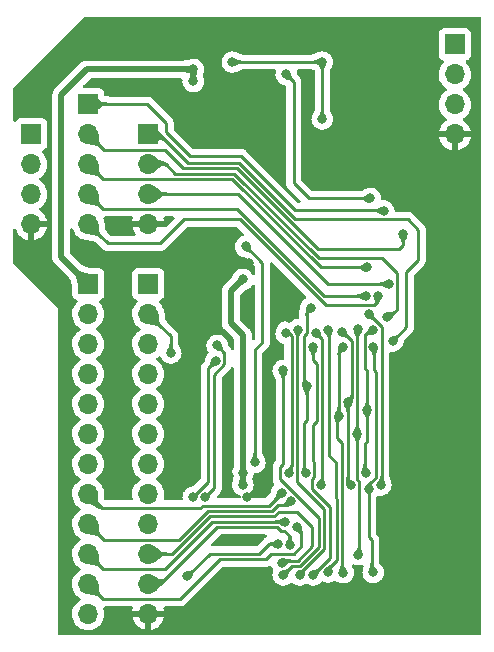
<source format=gbl>
%TF.GenerationSoftware,KiCad,Pcbnew,(6.0.6)*%
%TF.CreationDate,2022-07-04T12:30:35-04:00*%
%TF.ProjectId,HP9825_ROM_Replacement,48503938-3235-45f5-924f-4d5f5265706c,rev?*%
%TF.SameCoordinates,Original*%
%TF.FileFunction,Copper,L2,Bot*%
%TF.FilePolarity,Positive*%
%FSLAX46Y46*%
G04 Gerber Fmt 4.6, Leading zero omitted, Abs format (unit mm)*
G04 Created by KiCad (PCBNEW (6.0.6)) date 2022-07-04 12:30:35*
%MOMM*%
%LPD*%
G01*
G04 APERTURE LIST*
%TA.AperFunction,ComponentPad*%
%ADD10R,1.700000X1.700000*%
%TD*%
%TA.AperFunction,ComponentPad*%
%ADD11O,1.700000X1.700000*%
%TD*%
%TA.AperFunction,ViaPad*%
%ADD12C,0.800000*%
%TD*%
%TA.AperFunction,Conductor*%
%ADD13C,0.250000*%
%TD*%
%TA.AperFunction,Conductor*%
%ADD14C,0.500000*%
%TD*%
G04 APERTURE END LIST*
D10*
%TO.P,J1RD1,1,Pin_1*%
%TO.N,/A7*%
X167640000Y-96520000D03*
D11*
%TO.P,J1RD1,2,Pin_2*%
%TO.N,/A6*%
X167640000Y-99060000D03*
%TO.P,J1RD1,3,Pin_3*%
%TO.N,/A5*%
X167640000Y-101600000D03*
%TO.P,J1RD1,4,Pin_4*%
%TO.N,/A4*%
X167640000Y-104140000D03*
%TO.P,J1RD1,5,Pin_5*%
%TO.N,/A3*%
X167640000Y-106680000D03*
%TO.P,J1RD1,6,Pin_6*%
%TO.N,/A2*%
X167640000Y-109220000D03*
%TO.P,J1RD1,7,Pin_7*%
%TO.N,/A1*%
X167640000Y-111760000D03*
%TO.P,J1RD1,8,Pin_8*%
%TO.N,/A0*%
X167640000Y-114300000D03*
%TO.P,J1RD1,9,Pin_9*%
%TO.N,/D8*%
X167640000Y-116840000D03*
%TO.P,J1RD1,10,Pin_10*%
%TO.N,/D9*%
X167640000Y-119380000D03*
%TO.P,J1RD1,11,Pin_11*%
%TO.N,/D10*%
X167640000Y-121920000D03*
%TO.P,J1RD1,12,Pin_12*%
%TO.N,GND*%
X167640000Y-124460000D03*
%TD*%
D10*
%TO.P,J1LD1,1,Pin_1*%
%TO.N,+5V*%
X162560000Y-96520000D03*
D11*
%TO.P,J1LD1,2,Pin_2*%
%TO.N,/A8*%
X162560000Y-99060000D03*
%TO.P,J1LD1,3,Pin_3*%
%TO.N,/A9*%
X162560000Y-101600000D03*
%TO.P,J1LD1,4,Pin_4*%
%TO.N,unconnected-(J1LD1-Pad4)*%
X162560000Y-104140000D03*
%TO.P,J1LD1,5,Pin_5*%
%TO.N,/~{OE}*%
X162560000Y-106680000D03*
%TO.P,J1LD1,6,Pin_6*%
%TO.N,/A10*%
X162560000Y-109220000D03*
%TO.P,J1LD1,7,Pin_7*%
%TO.N,/A11*%
X162560000Y-111760000D03*
%TO.P,J1LD1,8,Pin_8*%
%TO.N,/D15*%
X162560000Y-114300000D03*
%TO.P,J1LD1,9,Pin_9*%
%TO.N,/D14*%
X162560000Y-116840000D03*
%TO.P,J1LD1,10,Pin_10*%
%TO.N,/D13*%
X162560000Y-119380000D03*
%TO.P,J1LD1,11,Pin_11*%
%TO.N,/D12*%
X162560000Y-121920000D03*
%TO.P,J1LD1,12,Pin_12*%
%TO.N,/D11*%
X162560000Y-124460000D03*
%TD*%
D10*
%TO.P,J4,1,Pin_1*%
%TO.N,/~{CS20K}*%
X193598800Y-76235400D03*
D11*
%TO.P,J4,2,Pin_2*%
%TO.N,/~{CS10K}*%
X193598800Y-78775400D03*
%TO.P,J4,3,Pin_3*%
%TO.N,/~{CS0K}*%
X193598800Y-81315400D03*
%TO.P,J4,4,Pin_4*%
%TO.N,GND*%
X193598800Y-83855400D03*
%TD*%
D10*
%TO.P,J1RU1,1,Pin_1*%
%TO.N,/D0*%
X167640000Y-83820000D03*
D11*
%TO.P,J1RU1,2,Pin_2*%
%TO.N,/D1*%
X167640000Y-86360000D03*
%TO.P,J1RU1,3,Pin_3*%
%TO.N,/D2*%
X167640000Y-88900000D03*
%TO.P,J1RU1,4,Pin_4*%
%TO.N,GND*%
X167640000Y-91440000D03*
%TD*%
D10*
%TO.P,J3,1,Pin_1*%
%TO.N,/A14*%
X157734000Y-83830000D03*
D11*
%TO.P,J3,2,Pin_2*%
%TO.N,/A13*%
X157734000Y-86370000D03*
%TO.P,J3,3,Pin_3*%
%TO.N,/A12*%
X157734000Y-88910000D03*
%TO.P,J3,4,Pin_4*%
%TO.N,GND*%
X157734000Y-91450000D03*
%TD*%
D10*
%TO.P,J1LU1,1,Pin_1*%
%TO.N,/D7*%
X162560000Y-81280000D03*
D11*
%TO.P,J1LU1,2,Pin_2*%
%TO.N,/D6*%
X162560000Y-83820000D03*
%TO.P,J1LU1,3,Pin_3*%
%TO.N,/D5*%
X162560000Y-86360000D03*
%TO.P,J1LU1,4,Pin_4*%
%TO.N,/D4*%
X162560000Y-88900000D03*
%TO.P,J1LU1,5,Pin_5*%
%TO.N,/D3*%
X162560000Y-91440000D03*
%TD*%
D12*
%TO.N,+5V*%
X171450000Y-78359000D03*
X175641000Y-96139000D03*
X174752000Y-77724000D03*
X175641000Y-112522000D03*
X175641000Y-113538000D03*
X182372000Y-82550000D03*
X182372000Y-77724000D03*
X171450000Y-79375000D03*
%TO.N,GND*%
X157988000Y-93980000D03*
X164846000Y-104140000D03*
X165100000Y-112014000D03*
X172085000Y-83693000D03*
X191008000Y-102870000D03*
X179070000Y-97282000D03*
X175895000Y-118110000D03*
X192278000Y-91186000D03*
X174498000Y-112776000D03*
X176149000Y-94742000D03*
X170180000Y-114300000D03*
X191008000Y-105410000D03*
X183896000Y-87376000D03*
X181610000Y-87122000D03*
X171450000Y-92456000D03*
X178816000Y-87122000D03*
X190754000Y-86868000D03*
X162306000Y-93980000D03*
X173482000Y-92710000D03*
X173990000Y-123698000D03*
X173482000Y-94234000D03*
X191008000Y-111252000D03*
X192278000Y-117856000D03*
X179070000Y-96266000D03*
X173228000Y-99314000D03*
X158750000Y-95504000D03*
X164846000Y-106680000D03*
X189992000Y-85598000D03*
X188468000Y-106934000D03*
X194056000Y-87122000D03*
X189738000Y-117856000D03*
X170942000Y-83693000D03*
X191008000Y-89154000D03*
X171450000Y-113030000D03*
X171450000Y-82804000D03*
X162052000Y-76200000D03*
X159004000Y-78740000D03*
X188468000Y-105410000D03*
X165100000Y-76454000D03*
X173228000Y-97790000D03*
X174498000Y-118110000D03*
X171704000Y-97790000D03*
X167894000Y-76708000D03*
X165100000Y-99060000D03*
X165354000Y-105410000D03*
X191008000Y-108204000D03*
X165100000Y-109220000D03*
X189484000Y-86868000D03*
X191008000Y-122428000D03*
X188468000Y-108458000D03*
X165100000Y-114046000D03*
X174498000Y-111506000D03*
X176022000Y-98806000D03*
X157734000Y-81026000D03*
X164846000Y-125222000D03*
X176022000Y-114569500D03*
X165100000Y-101600000D03*
%TO.N,/D7*%
X187579000Y-90334500D03*
%TO.N,/D6*%
X189230000Y-92329000D03*
%TO.N,/D5*%
X186182000Y-95123000D03*
%TO.N,/D4*%
X186055000Y-97536000D03*
%TO.N,/D3*%
X187071000Y-97536000D03*
%TO.N,/A8*%
X179525500Y-112522000D03*
X179324000Y-100711000D03*
%TO.N,/A9*%
X180975000Y-112562750D03*
X181057622Y-105147281D03*
X181393500Y-98552000D03*
%TO.N,/~{OE}*%
X184531000Y-106553000D03*
X184023000Y-100584000D03*
X184785000Y-113578750D03*
%TO.N,/A10*%
X186182000Y-107188000D03*
X186055000Y-112522000D03*
X186690000Y-100457000D03*
%TO.N,/A11*%
X181864000Y-100711000D03*
X182245000Y-113578750D03*
%TO.N,/D15*%
X178938872Y-114177471D03*
%TO.N,/D14*%
X179684186Y-114922785D03*
%TO.N,/D13*%
X179197000Y-116713000D03*
%TO.N,/D12*%
X180272200Y-117131500D03*
%TO.N,/D11*%
X170942000Y-121285000D03*
X178621200Y-118558800D03*
%TO.N,/A13*%
X175895000Y-93345000D03*
X176657000Y-111633000D03*
%TO.N,/A12*%
X172474598Y-114554000D03*
X173482000Y-101727000D03*
%TO.N,/D0*%
X188341000Y-101346000D03*
%TO.N,/D1*%
X187870500Y-99314000D03*
%TO.N,/D2*%
X187997500Y-96520000D03*
%TO.N,/A7*%
X173355000Y-103034500D03*
X171450000Y-114554000D03*
%TO.N,/A6*%
X169545000Y-102362000D03*
X179070000Y-103843500D03*
X179070000Y-121158000D03*
%TO.N,/A5*%
X180340000Y-100381000D03*
X180467000Y-121158000D03*
%TO.N,/A4*%
X181610000Y-121158000D03*
X181610000Y-101879500D03*
%TO.N,/A3*%
X182880000Y-120904000D03*
X182880000Y-100381000D03*
%TO.N,/A2*%
X184150000Y-120955000D03*
X184150000Y-101879500D03*
X183769000Y-107696000D03*
%TO.N,/A1*%
X185420000Y-119431000D03*
X185330000Y-109183000D03*
X185420000Y-100355500D03*
%TO.N,/A0*%
X186309000Y-113919000D03*
X186690000Y-101854000D03*
X186690000Y-120929500D03*
%TO.N,/D9*%
X178943000Y-120142000D03*
%TO.N,/D10*%
X179620457Y-118580940D03*
%TO.N,/~{CE}*%
X186436000Y-89281000D03*
X186313299Y-99055701D03*
X179324000Y-78777500D03*
X187325000Y-113538000D03*
%TD*%
D13*
%TO.N,/A2*%
X183642000Y-107823000D02*
X183769000Y-107696000D01*
X183642000Y-109601000D02*
X183642000Y-107823000D01*
X184060000Y-110019000D02*
X183642000Y-109601000D01*
X184060000Y-120865000D02*
X184060000Y-110019000D01*
X184150000Y-120955000D02*
X184060000Y-120865000D01*
D14*
%TO.N,+5V*%
X171450000Y-78359000D02*
X171450000Y-79375000D01*
X174625000Y-97155000D02*
X175641000Y-96139000D01*
X175641000Y-113538000D02*
X175641000Y-101092000D01*
D13*
X174752000Y-77724000D02*
X182372000Y-77724000D01*
D14*
X175641000Y-101092000D02*
X175641000Y-100838000D01*
X175641000Y-100838000D02*
X174625000Y-99822000D01*
D13*
X182372000Y-77724000D02*
X182372000Y-82550000D01*
D14*
X174625000Y-99822000D02*
X174625000Y-97155000D01*
X162433000Y-78359000D02*
X171450000Y-78359000D01*
X160274000Y-80518000D02*
X162433000Y-78359000D01*
X160274000Y-94234000D02*
X160274000Y-80518000D01*
X162560000Y-96520000D02*
X160274000Y-94234000D01*
D13*
%TO.N,/D7*%
X162560000Y-81280000D02*
X167513000Y-81280000D01*
X175514000Y-85725000D02*
X180086000Y-90297000D01*
X169164000Y-83693000D02*
X171196000Y-85725000D01*
X185928000Y-90297000D02*
X186690000Y-90297000D01*
X171196000Y-85725000D02*
X175514000Y-85725000D01*
X185928000Y-90297000D02*
X187541500Y-90297000D01*
X167513000Y-81280000D02*
X169164000Y-82931000D01*
X187541500Y-90297000D02*
X187579000Y-90334500D01*
X169164000Y-82931000D02*
X169164000Y-83693000D01*
X180086000Y-90297000D02*
X185928000Y-90297000D01*
%TO.N,/D6*%
X188849000Y-93599000D02*
X189230000Y-93218000D01*
X163925000Y-85185000D02*
X169016000Y-85185000D01*
X175124792Y-86730000D02*
X181993792Y-93599000D01*
X189230000Y-93218000D02*
X189230000Y-92329000D01*
X181993792Y-93599000D02*
X188849000Y-93599000D01*
X169016000Y-85185000D02*
X170561000Y-86730000D01*
X162560000Y-83820000D02*
X163925000Y-85185000D01*
X170561000Y-86730000D02*
X175124792Y-86730000D01*
%TO.N,/D5*%
X174752000Y-87630000D02*
X171958000Y-87630000D01*
X182245000Y-95123000D02*
X174752000Y-87630000D01*
X184785000Y-95123000D02*
X182245000Y-95123000D01*
X184785000Y-95123000D02*
X186182000Y-95123000D01*
X162560000Y-86360000D02*
X163830000Y-87630000D01*
X163830000Y-87630000D02*
X171958000Y-87630000D01*
%TO.N,/D4*%
X163830000Y-90170000D02*
X175133000Y-90170000D01*
X182499000Y-97536000D02*
X186055000Y-97536000D01*
X162560000Y-88900000D02*
X163830000Y-90170000D01*
X175133000Y-90170000D02*
X182499000Y-97536000D01*
%TO.N,/D3*%
X182657305Y-98330701D02*
X175385604Y-91059000D01*
X186722701Y-98330701D02*
X182657305Y-98330701D01*
X175385604Y-91059000D02*
X170688000Y-91059000D01*
X170688000Y-91059000D02*
X168670557Y-93076443D01*
X164196443Y-93076443D02*
X162560000Y-91440000D01*
X187071000Y-97536000D02*
X187071000Y-97982402D01*
X187071000Y-97536000D02*
X187071000Y-97728402D01*
X187071000Y-97982402D02*
X186722701Y-98330701D01*
X168670557Y-93076443D02*
X164196443Y-93076443D01*
%TO.N,/A8*%
X179525500Y-112522000D02*
X179525500Y-112193500D01*
X179795000Y-111924000D02*
X179795000Y-100928000D01*
X179795000Y-100928000D02*
X179197000Y-100330000D01*
X179525500Y-112193500D02*
X179795000Y-111924000D01*
%TO.N,/A9*%
X181102000Y-108077000D02*
X180848000Y-108331000D01*
X181065000Y-100681305D02*
X180848000Y-100898305D01*
X181065000Y-98880500D02*
X181065000Y-100681305D01*
X180848000Y-100898305D02*
X180848000Y-104937659D01*
X180848000Y-108331000D02*
X180848000Y-112435750D01*
X180848000Y-104937659D02*
X181057622Y-105147281D01*
X181393500Y-98552000D02*
X181065000Y-98880500D01*
X180848000Y-112435750D02*
X180975000Y-112562750D01*
X181057622Y-105147281D02*
X181102000Y-108077000D01*
%TO.N,/~{OE}*%
X184531000Y-106553000D02*
X184531000Y-113324750D01*
X184785000Y-113578750D02*
X184875000Y-113488750D01*
X184023000Y-100584000D02*
X184118000Y-100584000D01*
X184531000Y-113324750D02*
X184785000Y-113578750D01*
X184875000Y-106209000D02*
X184531000Y-106553000D01*
X184875000Y-101341000D02*
X184875000Y-106209000D01*
X184118000Y-100584000D02*
X184875000Y-101341000D01*
%TO.N,/A10*%
X185965000Y-100928000D02*
X185965000Y-103669000D01*
X186690000Y-100457000D02*
X186436000Y-100457000D01*
X186436000Y-100457000D02*
X185965000Y-100928000D01*
X185965000Y-103669000D02*
X186182000Y-103886000D01*
X185965000Y-112432000D02*
X185965000Y-110072000D01*
X186182000Y-103886000D02*
X186182000Y-107188000D01*
X185965000Y-110072000D02*
X186182000Y-109855000D01*
X186055000Y-112522000D02*
X185965000Y-112432000D01*
X186182000Y-109855000D02*
X186182000Y-107188000D01*
%TO.N,/A11*%
X181864000Y-100711000D02*
X182372000Y-101219000D01*
X182372000Y-113451750D02*
X182245000Y-113578750D01*
X182372000Y-101219000D02*
X182372000Y-113451750D01*
%TO.N,/D15*%
X172053000Y-115475000D02*
X163735000Y-115475000D01*
X163735000Y-115475000D02*
X162560000Y-114300000D01*
X172234000Y-115294000D02*
X172053000Y-115475000D01*
X177822343Y-115294000D02*
X172234000Y-115294000D01*
X178938872Y-114177471D02*
X177822343Y-115294000D01*
%TO.N,/D14*%
X178629604Y-115247000D02*
X178132604Y-115744000D01*
X163925000Y-118205000D02*
X162560000Y-116840000D01*
X179359971Y-115247000D02*
X178629604Y-115247000D01*
X170212000Y-118205000D02*
X163925000Y-118205000D01*
X172673000Y-115744000D02*
X170212000Y-118205000D01*
X179684186Y-114922785D02*
X179359971Y-115247000D01*
X178132604Y-115744000D02*
X172673000Y-115744000D01*
%TO.N,/D13*%
X173045792Y-116644000D02*
X169039792Y-120650000D01*
X179197000Y-116713000D02*
X178943000Y-116713000D01*
X169039792Y-120650000D02*
X163830000Y-120650000D01*
X163830000Y-120650000D02*
X162560000Y-119380000D01*
X178943000Y-116713000D02*
X178874000Y-116644000D01*
X178874000Y-116644000D02*
X173045792Y-116644000D01*
%TO.N,/D12*%
X170307000Y-123190000D02*
X173672500Y-119824500D01*
X163830000Y-123190000D02*
X170307000Y-123190000D01*
X173672500Y-119824500D02*
X177605312Y-119824500D01*
X179961094Y-119377906D02*
X180594000Y-118745000D01*
X180594000Y-118745000D02*
X180594000Y-117453300D01*
X178051906Y-119377906D02*
X179961094Y-119377906D01*
X162560000Y-121920000D02*
X163830000Y-123190000D01*
X180594000Y-117453300D02*
X180272200Y-117131500D01*
X177605312Y-119824500D02*
X178051906Y-119377906D01*
%TO.N,/D11*%
X170942000Y-121285000D02*
X172852500Y-119374500D01*
X172852500Y-119374500D02*
X177052100Y-119374500D01*
X177052100Y-119374500D02*
X177867800Y-118558800D01*
X177867800Y-118558800D02*
X178621200Y-118558800D01*
%TO.N,/A13*%
X177292000Y-94742000D02*
X177292000Y-101473000D01*
X177292000Y-101473000D02*
X176657000Y-102108000D01*
X175895000Y-93345000D02*
X177292000Y-94742000D01*
X176657000Y-102108000D02*
X176657000Y-111633000D01*
X175895000Y-93345000D02*
X176022000Y-93345000D01*
%TO.N,/A12*%
X173228000Y-113800598D02*
X173228000Y-104186805D01*
X172474598Y-114554000D02*
X173228000Y-113800598D01*
X174080000Y-103334805D02*
X174080000Y-102325000D01*
X173228000Y-104186805D02*
X174080000Y-103334805D01*
X174080000Y-102325000D02*
X173482000Y-101727000D01*
%TO.N,/D0*%
X189484000Y-95504000D02*
X190500000Y-94488000D01*
X170989000Y-86280000D02*
X168783000Y-84074000D01*
X190500000Y-91948000D02*
X189611000Y-91059000D01*
X188341000Y-101346000D02*
X189484000Y-100203000D01*
X189611000Y-91059000D02*
X180090188Y-91059000D01*
X167894000Y-84074000D02*
X167640000Y-83820000D01*
X189484000Y-100203000D02*
X189484000Y-95504000D01*
X190500000Y-94488000D02*
X190500000Y-91948000D01*
X175311188Y-86280000D02*
X170989000Y-86280000D01*
X180090188Y-91059000D02*
X175311188Y-86280000D01*
X168783000Y-84074000D02*
X167894000Y-84074000D01*
%TO.N,/D1*%
X169926000Y-87180000D02*
X174938396Y-87180000D01*
X188722000Y-95631000D02*
X188722000Y-98679000D01*
X187452000Y-94361000D02*
X188722000Y-95631000D01*
X169106000Y-86360000D02*
X169926000Y-87180000D01*
X167640000Y-86360000D02*
X169106000Y-86360000D01*
X174938396Y-87180000D02*
X182119396Y-94361000D01*
X188722000Y-98679000D02*
X188087000Y-99314000D01*
X182119396Y-94361000D02*
X187452000Y-94361000D01*
X188087000Y-99314000D02*
X187870500Y-99314000D01*
%TO.N,/D2*%
X182880000Y-96520000D02*
X187997500Y-96520000D01*
X167640000Y-88900000D02*
X175260000Y-88900000D01*
X175260000Y-88900000D02*
X182880000Y-96520000D01*
%TO.N,/A7*%
X171450000Y-114554000D02*
X172720000Y-113284000D01*
X172720000Y-103669500D02*
X173355000Y-103034500D01*
X172720000Y-113284000D02*
X172720000Y-103669500D01*
%TO.N,/A6*%
X179070000Y-103843500D02*
X179070000Y-111760000D01*
X169545000Y-100965000D02*
X167640000Y-99060000D01*
X179832000Y-120396000D02*
X179070000Y-121158000D01*
X169545000Y-102362000D02*
X169545000Y-100965000D01*
X178800500Y-112029500D02*
X178800500Y-113014500D01*
X180465604Y-120396000D02*
X179832000Y-120396000D01*
X182107000Y-118754604D02*
X180465604Y-120396000D01*
X179070000Y-111760000D02*
X178800500Y-112029500D01*
X178800500Y-113014500D02*
X182107000Y-116321000D01*
X182107000Y-116321000D02*
X182107000Y-118754604D01*
%TO.N,/A5*%
X180250000Y-113245451D02*
X180250000Y-100471000D01*
X180250000Y-100471000D02*
X180340000Y-100381000D01*
X180467000Y-121031000D02*
X182557000Y-118941000D01*
X180467000Y-121158000D02*
X180467000Y-121031000D01*
X182557000Y-115552451D02*
X180250000Y-113245451D01*
X182557000Y-118941000D02*
X182557000Y-115552451D01*
%TO.N,/A4*%
X181520000Y-113879055D02*
X181520000Y-113043055D01*
X181700000Y-112863055D02*
X181700000Y-111593055D01*
X181922000Y-103309000D02*
X181610000Y-102997000D01*
X181610000Y-108458000D02*
X181922000Y-108146000D01*
X181610000Y-111503055D02*
X181610000Y-108458000D01*
X181922000Y-108146000D02*
X181922000Y-103309000D01*
X181520000Y-113043055D02*
X181700000Y-112863055D01*
X181610000Y-121148695D02*
X183007000Y-119751695D01*
X183007000Y-115366055D02*
X181520000Y-113879055D01*
X183007000Y-119751695D02*
X183007000Y-115366055D01*
X181610000Y-102997000D02*
X181610000Y-101879500D01*
X181700000Y-111593055D02*
X181610000Y-111503055D01*
X181610000Y-121158000D02*
X181610000Y-121148695D01*
%TO.N,/A3*%
X183515000Y-114623000D02*
X183515000Y-111633000D01*
X182970000Y-111088000D02*
X182970000Y-100471000D01*
X182970000Y-100471000D02*
X182880000Y-100381000D01*
X182880000Y-120904000D02*
X182970000Y-120814000D01*
X183610000Y-114718000D02*
X183515000Y-114623000D01*
X183044000Y-120486000D02*
X183610000Y-119920000D01*
X182970000Y-120486000D02*
X183044000Y-120486000D01*
X182970000Y-120814000D02*
X182970000Y-120486000D01*
X183515000Y-111633000D02*
X182970000Y-111088000D01*
X183610000Y-119920000D02*
X183610000Y-114718000D01*
%TO.N,/A2*%
X183769000Y-107696000D02*
X183769000Y-102260500D01*
X183769000Y-102260500D02*
X184150000Y-101879500D01*
%TO.N,/A1*%
X185330000Y-113067000D02*
X185510000Y-113247000D01*
X185420000Y-100355500D02*
X185330000Y-100445500D01*
X185510000Y-119341000D02*
X185420000Y-119431000D01*
X185330000Y-100445500D02*
X185330000Y-109183000D01*
X185510000Y-113247000D02*
X185510000Y-119341000D01*
X185330000Y-109183000D02*
X185330000Y-113067000D01*
%TO.N,/A0*%
X186309000Y-113528695D02*
X186944000Y-112893695D01*
X186563000Y-118237000D02*
X186309000Y-117983000D01*
X186563000Y-120802500D02*
X186563000Y-118237000D01*
X186309000Y-117983000D02*
X186309000Y-113528695D01*
X186780000Y-101944000D02*
X186690000Y-101854000D01*
X186944000Y-103960000D02*
X186780000Y-103796000D01*
X186944000Y-112893695D02*
X186944000Y-103960000D01*
X186690000Y-120929500D02*
X186563000Y-120802500D01*
X186780000Y-103796000D02*
X186780000Y-101944000D01*
%TO.N,/D9*%
X169673396Y-119380000D02*
X167640000Y-119380000D01*
X178689000Y-115824000D02*
X178319000Y-116194000D01*
X172859396Y-116194000D02*
X169673396Y-119380000D01*
X179139000Y-119946000D02*
X180279208Y-119946000D01*
X178319000Y-116194000D02*
X172859396Y-116194000D01*
X180213000Y-115824000D02*
X178689000Y-115824000D01*
X178943000Y-120142000D02*
X179139000Y-119946000D01*
X181483000Y-118742208D02*
X181483000Y-117094000D01*
X180279208Y-119946000D02*
X181483000Y-118742208D01*
X181483000Y-117094000D02*
X180213000Y-115824000D01*
%TO.N,/D10*%
X179620457Y-117898457D02*
X179160000Y-117438000D01*
X178552695Y-117094000D02*
X173482000Y-117094000D01*
X168656000Y-121920000D02*
X167640000Y-121920000D01*
X179160000Y-117438000D02*
X178896695Y-117438000D01*
X178896695Y-117438000D02*
X178552695Y-117094000D01*
X173482000Y-117094000D02*
X168656000Y-121920000D01*
X179620457Y-118580940D02*
X179620457Y-117898457D01*
%TO.N,/~{CE}*%
X187415000Y-113448000D02*
X187325000Y-113538000D01*
X181229000Y-89281000D02*
X186436000Y-89281000D01*
X179959000Y-79412500D02*
X179959000Y-88011000D01*
X179959000Y-88011000D02*
X181229000Y-89281000D01*
X187415000Y-100157402D02*
X187415000Y-113448000D01*
X186313299Y-99055701D02*
X187415000Y-100157402D01*
X179324000Y-78777500D02*
X179959000Y-79412500D01*
%TD*%
%TA.AperFunction,Conductor*%
%TO.N,+5V*%
G36*
X171448909Y-78163100D02*
G01*
X171452387Y-78163032D01*
X171456555Y-78165816D01*
X171647629Y-78364509D01*
X171804448Y-78527582D01*
X171807713Y-78535921D01*
X171806627Y-78540619D01*
X171805856Y-78542280D01*
X171782631Y-78592300D01*
X171760177Y-78646613D01*
X171742160Y-78698248D01*
X171742117Y-78698403D01*
X171742115Y-78698410D01*
X171737274Y-78715941D01*
X171728099Y-78749161D01*
X171717517Y-78801308D01*
X171709933Y-78856645D01*
X171704868Y-78917126D01*
X171701844Y-78984709D01*
X171700381Y-79061348D01*
X171700000Y-79149000D01*
X171200000Y-79149000D01*
X171199618Y-79061348D01*
X171198155Y-78984709D01*
X171195131Y-78917126D01*
X171190066Y-78856645D01*
X171182482Y-78801308D01*
X171171900Y-78749161D01*
X171165370Y-78725515D01*
X171157889Y-78698427D01*
X171157884Y-78698410D01*
X171157839Y-78698248D01*
X171155677Y-78692052D01*
X171146426Y-78665537D01*
X171146425Y-78665535D01*
X171139822Y-78646613D01*
X171117368Y-78592300D01*
X171090000Y-78533355D01*
X171446837Y-78162289D01*
X171448909Y-78163100D01*
G37*
%TD.AperFunction*%
%TD*%
%TA.AperFunction,Conductor*%
%TO.N,+5V*%
G36*
X171700381Y-78672651D02*
G01*
X171701844Y-78749290D01*
X171704868Y-78816873D01*
X171709066Y-78866999D01*
X171709933Y-78877354D01*
X171717517Y-78932691D01*
X171728099Y-78984838D01*
X171742160Y-79035751D01*
X171760177Y-79087386D01*
X171782631Y-79141699D01*
X171782696Y-79141838D01*
X171806627Y-79193381D01*
X171807003Y-79202328D01*
X171804448Y-79206418D01*
X171458433Y-79566231D01*
X171450229Y-79569819D01*
X171441567Y-79566231D01*
X171095552Y-79206418D01*
X171092287Y-79198079D01*
X171093373Y-79193381D01*
X171117303Y-79141839D01*
X171117303Y-79141838D01*
X171117368Y-79141699D01*
X171139822Y-79087386D01*
X171157839Y-79035751D01*
X171171900Y-78984838D01*
X171182482Y-78932691D01*
X171190066Y-78877354D01*
X171195131Y-78816873D01*
X171198155Y-78749290D01*
X171199618Y-78672651D01*
X171200000Y-78585000D01*
X171700000Y-78585000D01*
X171700381Y-78672651D01*
G37*
%TD.AperFunction*%
%TD*%
%TA.AperFunction,Conductor*%
%TO.N,+5V*%
G36*
X175778595Y-96001082D02*
G01*
X175782183Y-96009744D01*
X175779390Y-96152639D01*
X175773409Y-96458620D01*
X175772427Y-96508839D01*
X175768839Y-96517043D01*
X175764751Y-96519597D01*
X175711236Y-96539174D01*
X175656955Y-96561701D01*
X175656824Y-96561764D01*
X175656811Y-96561770D01*
X175633085Y-96573222D01*
X175607703Y-96585472D01*
X175607542Y-96585563D01*
X175607533Y-96585568D01*
X175561931Y-96611434D01*
X175561760Y-96611531D01*
X175561605Y-96611634D01*
X175561598Y-96611638D01*
X175517558Y-96640819D01*
X175517403Y-96640922D01*
X175472912Y-96674688D01*
X175472824Y-96674763D01*
X175472812Y-96674772D01*
X175450265Y-96693835D01*
X175426564Y-96713874D01*
X175376637Y-96759523D01*
X175321411Y-96812680D01*
X175267435Y-96866189D01*
X175259148Y-96869580D01*
X175250926Y-96866153D01*
X174913847Y-96529074D01*
X174910420Y-96520801D01*
X174913811Y-96512564D01*
X174967287Y-96458620D01*
X174967319Y-96458588D01*
X175020476Y-96403362D01*
X175066125Y-96353435D01*
X175086164Y-96329734D01*
X175105227Y-96307187D01*
X175105236Y-96307175D01*
X175105311Y-96307087D01*
X175139077Y-96262596D01*
X175168468Y-96218239D01*
X175194527Y-96172296D01*
X175206777Y-96146914D01*
X175218229Y-96123188D01*
X175218235Y-96123175D01*
X175218298Y-96123044D01*
X175240825Y-96068763D01*
X175260403Y-96015250D01*
X175266463Y-96008659D01*
X175271159Y-96007574D01*
X175627361Y-96000610D01*
X175770256Y-95997817D01*
X175778595Y-96001082D01*
G37*
%TD.AperFunction*%
%TD*%
%TA.AperFunction,Conductor*%
%TO.N,+5V*%
G36*
X175887624Y-112751427D02*
G01*
X175891051Y-112759648D01*
X175891381Y-112835651D01*
X175892844Y-112912290D01*
X175895868Y-112979873D01*
X175900933Y-113040354D01*
X175908517Y-113095691D01*
X175919099Y-113147838D01*
X175933160Y-113198751D01*
X175951177Y-113250386D01*
X175973631Y-113304699D01*
X175973696Y-113304838D01*
X175997627Y-113356381D01*
X175998003Y-113365328D01*
X175995448Y-113369418D01*
X175649433Y-113729231D01*
X175641229Y-113732819D01*
X175632567Y-113729231D01*
X175286552Y-113369418D01*
X175283287Y-113361079D01*
X175284373Y-113356381D01*
X175308303Y-113304839D01*
X175308303Y-113304838D01*
X175308368Y-113304699D01*
X175330822Y-113250386D01*
X175348839Y-113198751D01*
X175362900Y-113147838D01*
X175373482Y-113095691D01*
X175381066Y-113040354D01*
X175386131Y-112979873D01*
X175389155Y-112912290D01*
X175390618Y-112835651D01*
X175390949Y-112759648D01*
X175394412Y-112751391D01*
X175402649Y-112748000D01*
X175879351Y-112748000D01*
X175887624Y-112751427D01*
G37*
%TD.AperFunction*%
%TD*%
%TA.AperFunction,Conductor*%
%TO.N,+5V*%
G36*
X174933808Y-77367881D02*
G01*
X174988828Y-77396527D01*
X174996005Y-77400263D01*
X174996534Y-77400556D01*
X175055938Y-77435496D01*
X175056214Y-77435666D01*
X175108809Y-77468881D01*
X175108811Y-77468884D01*
X175108812Y-77468883D01*
X175157640Y-77499738D01*
X175205647Y-77527523D01*
X175205849Y-77527620D01*
X175205855Y-77527623D01*
X175236233Y-77542182D01*
X175255935Y-77551625D01*
X175311610Y-77571435D01*
X175311931Y-77571509D01*
X175311929Y-77571509D01*
X175375475Y-77586271D01*
X175375478Y-77586271D01*
X175375777Y-77586341D01*
X175376086Y-77586379D01*
X175376090Y-77586380D01*
X175420113Y-77591837D01*
X175451538Y-77595733D01*
X175498068Y-77597413D01*
X175530722Y-77598593D01*
X175538866Y-77602316D01*
X175542000Y-77610285D01*
X175542000Y-77837715D01*
X175538573Y-77845988D01*
X175530722Y-77849407D01*
X175507541Y-77850244D01*
X175451538Y-77852266D01*
X175420113Y-77856162D01*
X175376090Y-77861619D01*
X175376086Y-77861620D01*
X175375777Y-77861658D01*
X175375478Y-77861728D01*
X175375475Y-77861728D01*
X175337442Y-77870563D01*
X175311610Y-77876564D01*
X175255935Y-77896374D01*
X175255660Y-77896506D01*
X175205855Y-77920376D01*
X175205849Y-77920379D01*
X175205647Y-77920476D01*
X175157640Y-77948261D01*
X175108812Y-77979116D01*
X175056214Y-78012333D01*
X175055938Y-78012503D01*
X175005260Y-78042311D01*
X174996534Y-78047443D01*
X174996005Y-78047736D01*
X174933809Y-78080119D01*
X174924889Y-78080900D01*
X174920298Y-78078175D01*
X174560769Y-77732433D01*
X174557181Y-77724229D01*
X174560769Y-77715567D01*
X174920297Y-77369826D01*
X174928636Y-77366561D01*
X174933808Y-77367881D01*
G37*
%TD.AperFunction*%
%TD*%
%TA.AperFunction,Conductor*%
%TO.N,+5V*%
G36*
X182203703Y-77369826D02*
G01*
X182366489Y-77526370D01*
X182366490Y-77526370D01*
X182470112Y-77626019D01*
X182470123Y-77626030D01*
X182565183Y-77717445D01*
X182568771Y-77725649D01*
X182568551Y-77726756D01*
X182568711Y-77727163D01*
X182197645Y-78084000D01*
X182127725Y-78047596D01*
X182076496Y-78017464D01*
X182076495Y-78017463D01*
X182068078Y-78012512D01*
X182067763Y-78012319D01*
X182015190Y-77979118D01*
X182015188Y-77979115D01*
X182015187Y-77979116D01*
X181966437Y-77948310D01*
X181966427Y-77948304D01*
X181966359Y-77948261D01*
X181918352Y-77920476D01*
X181918150Y-77920379D01*
X181918144Y-77920376D01*
X181868339Y-77896506D01*
X181868064Y-77896374D01*
X181812389Y-77876564D01*
X181786557Y-77870563D01*
X181748524Y-77861728D01*
X181748521Y-77861728D01*
X181748222Y-77861658D01*
X181747913Y-77861620D01*
X181747909Y-77861619D01*
X181703886Y-77856162D01*
X181672461Y-77852266D01*
X181616870Y-77850259D01*
X181593278Y-77849407D01*
X181585134Y-77845684D01*
X181582000Y-77837715D01*
X181582000Y-77610285D01*
X181585427Y-77602012D01*
X181593278Y-77598593D01*
X181626212Y-77597403D01*
X181672461Y-77595733D01*
X181703886Y-77591837D01*
X181747909Y-77586380D01*
X181747913Y-77586379D01*
X181748222Y-77586341D01*
X181748521Y-77586271D01*
X181748524Y-77586271D01*
X181812070Y-77571509D01*
X181812068Y-77571509D01*
X181812389Y-77571435D01*
X181868064Y-77551625D01*
X181887766Y-77542182D01*
X181918144Y-77527623D01*
X181918150Y-77527620D01*
X181918352Y-77527523D01*
X181966359Y-77499738D01*
X182015187Y-77468883D01*
X182067785Y-77435666D01*
X182068061Y-77435496D01*
X182127465Y-77400556D01*
X182127994Y-77400263D01*
X182135879Y-77396158D01*
X182190191Y-77367881D01*
X182199111Y-77367100D01*
X182203703Y-77369826D01*
G37*
%TD.AperFunction*%
%TD*%
%TA.AperFunction,Conductor*%
%TO.N,+5V*%
G36*
X182493988Y-81763427D02*
G01*
X182497407Y-81771278D01*
X182500266Y-81850461D01*
X182509658Y-81926222D01*
X182524564Y-81990389D01*
X182544374Y-82046064D01*
X182568476Y-82096352D01*
X182596261Y-82144359D01*
X182596304Y-82144427D01*
X182596310Y-82144437D01*
X182627116Y-82193187D01*
X182627118Y-82193190D01*
X182660320Y-82245763D01*
X182660513Y-82246078D01*
X182695443Y-82305465D01*
X182695736Y-82305994D01*
X182728119Y-82368191D01*
X182728900Y-82377112D01*
X182726175Y-82381702D01*
X182380433Y-82741231D01*
X182372229Y-82744819D01*
X182363567Y-82741231D01*
X182017826Y-82381703D01*
X182014561Y-82373364D01*
X182015881Y-82368190D01*
X182048263Y-82305994D01*
X182048556Y-82305465D01*
X182083486Y-82246078D01*
X182083679Y-82245763D01*
X182116881Y-82193190D01*
X182116884Y-82193188D01*
X182116883Y-82193187D01*
X182147689Y-82144437D01*
X182147695Y-82144427D01*
X182147738Y-82144359D01*
X182175523Y-82096352D01*
X182199625Y-82046064D01*
X182219435Y-81990389D01*
X182234341Y-81926222D01*
X182243733Y-81850461D01*
X182246593Y-81771278D01*
X182250316Y-81763134D01*
X182258285Y-81760000D01*
X182485715Y-81760000D01*
X182493988Y-81763427D01*
G37*
%TD.AperFunction*%
%TD*%
%TA.AperFunction,Conductor*%
%TO.N,+5V*%
G36*
X182370909Y-77528100D02*
G01*
X182374387Y-77528032D01*
X182378555Y-77530816D01*
X182726174Y-77892297D01*
X182729439Y-77900635D01*
X182728119Y-77905809D01*
X182695736Y-77968005D01*
X182695443Y-77968534D01*
X182665464Y-78019504D01*
X182660513Y-78027921D01*
X182660320Y-78028236D01*
X182627118Y-78080809D01*
X182627115Y-78080811D01*
X182627116Y-78080812D01*
X182596261Y-78129640D01*
X182568476Y-78177647D01*
X182544374Y-78227935D01*
X182524564Y-78283610D01*
X182509658Y-78347777D01*
X182500266Y-78423538D01*
X182500257Y-78423799D01*
X182497407Y-78502722D01*
X182493684Y-78510866D01*
X182485715Y-78514000D01*
X182258285Y-78514000D01*
X182250012Y-78510573D01*
X182246593Y-78502722D01*
X182243742Y-78423799D01*
X182243733Y-78423538D01*
X182234341Y-78347777D01*
X182219435Y-78283610D01*
X182199625Y-78227935D01*
X182175523Y-78177647D01*
X182147738Y-78129640D01*
X182116883Y-78080812D01*
X182111825Y-78072804D01*
X182083680Y-78028236D01*
X182083487Y-78027921D01*
X182078536Y-78019504D01*
X182078535Y-78019503D01*
X182048403Y-77968274D01*
X182012000Y-77898355D01*
X182368837Y-77527289D01*
X182370909Y-77528100D01*
G37*
%TD.AperFunction*%
%TD*%
%TA.AperFunction,Conductor*%
%TO.N,+5V*%
G36*
X171281418Y-78004552D02*
G01*
X171444489Y-78161370D01*
X171444490Y-78161370D01*
X171548112Y-78261019D01*
X171548123Y-78261030D01*
X171643183Y-78352445D01*
X171646771Y-78360649D01*
X171646551Y-78361756D01*
X171646711Y-78362163D01*
X171275645Y-78719000D01*
X171216699Y-78691631D01*
X171162386Y-78669177D01*
X171145659Y-78663341D01*
X171145659Y-78663340D01*
X171110751Y-78651160D01*
X171110587Y-78651115D01*
X171110572Y-78651110D01*
X171083484Y-78643629D01*
X171059838Y-78637099D01*
X171052859Y-78635683D01*
X171007874Y-78626554D01*
X171007870Y-78626553D01*
X171007691Y-78626517D01*
X170952354Y-78618933D01*
X170952192Y-78618919D01*
X170952188Y-78618919D01*
X170891992Y-78613878D01*
X170891994Y-78613878D01*
X170891873Y-78613868D01*
X170824290Y-78610844D01*
X170747651Y-78609381D01*
X170671648Y-78609051D01*
X170663391Y-78605588D01*
X170660000Y-78597351D01*
X170660000Y-78120649D01*
X170663427Y-78112376D01*
X170671648Y-78108949D01*
X170747651Y-78108618D01*
X170824290Y-78107155D01*
X170891873Y-78104131D01*
X170907568Y-78102817D01*
X170952188Y-78099080D01*
X170952192Y-78099080D01*
X170952354Y-78099066D01*
X171007691Y-78091482D01*
X171007870Y-78091446D01*
X171007874Y-78091445D01*
X171059626Y-78080943D01*
X171059625Y-78080943D01*
X171059838Y-78080900D01*
X171093058Y-78071725D01*
X171110589Y-78066884D01*
X171110596Y-78066882D01*
X171110751Y-78066839D01*
X171162386Y-78048822D01*
X171216699Y-78026368D01*
X171216839Y-78026303D01*
X171268381Y-78002373D01*
X171277328Y-78001997D01*
X171281418Y-78004552D01*
G37*
%TD.AperFunction*%
%TD*%
%TA.AperFunction,Conductor*%
%TO.N,+5V*%
G36*
X161550028Y-95155880D02*
G01*
X161550356Y-95156184D01*
X161684274Y-95280446D01*
X161684476Y-95280602D01*
X161813603Y-95380335D01*
X161813612Y-95380341D01*
X161813850Y-95380525D01*
X161814114Y-95380687D01*
X161814119Y-95380690D01*
X161887934Y-95425867D01*
X161934277Y-95454230D01*
X161980613Y-95475617D01*
X162049052Y-95507206D01*
X162049059Y-95507209D01*
X162049339Y-95507338D01*
X162049633Y-95507437D01*
X162049635Y-95507438D01*
X162162603Y-95545556D01*
X162162608Y-95545557D01*
X162162820Y-95545629D01*
X162278504Y-95574881D01*
X162400175Y-95600873D01*
X162400211Y-95600881D01*
X162454752Y-95612711D01*
X162531434Y-95629344D01*
X162531804Y-95629431D01*
X162618216Y-95651368D01*
X162676305Y-95666114D01*
X162676925Y-95666290D01*
X162830915Y-95714558D01*
X162837785Y-95720302D01*
X162839114Y-95725491D01*
X162844668Y-96009635D01*
X162860282Y-96808355D01*
X162857017Y-96816694D01*
X162848355Y-96820282D01*
X162532034Y-96814098D01*
X161765492Y-96799114D01*
X161757289Y-96795526D01*
X161754558Y-96790915D01*
X161706290Y-96636925D01*
X161706114Y-96636305D01*
X161669435Y-96491819D01*
X161669341Y-96491420D01*
X161640873Y-96360175D01*
X161640865Y-96360139D01*
X161614907Y-96238627D01*
X161614881Y-96238504D01*
X161585629Y-96122820D01*
X161547338Y-96009339D01*
X161494230Y-95894277D01*
X161420525Y-95773850D01*
X161420341Y-95773612D01*
X161420335Y-95773603D01*
X161320602Y-95644476D01*
X161320446Y-95644274D01*
X161280182Y-95600881D01*
X161195880Y-95510028D01*
X161192765Y-95501633D01*
X161196184Y-95493797D01*
X161533797Y-95156184D01*
X161542070Y-95152757D01*
X161550028Y-95155880D01*
G37*
%TD.AperFunction*%
%TD*%
%TA.AperFunction,Conductor*%
%TO.N,/A9*%
G36*
X180970143Y-104401086D02*
G01*
X180973555Y-104408775D01*
X180976540Y-104468508D01*
X180986939Y-104527995D01*
X181003860Y-104577934D01*
X181026967Y-104620141D01*
X181055924Y-104656429D01*
X181090397Y-104688615D01*
X181130048Y-104718512D01*
X181174543Y-104747936D01*
X181204472Y-104766726D01*
X181223473Y-104778656D01*
X181223545Y-104778701D01*
X181269762Y-104808185D01*
X181274893Y-104815524D01*
X181274872Y-104820668D01*
X181253280Y-104914685D01*
X181160466Y-105318812D01*
X180665719Y-105150043D01*
X180658995Y-105144129D01*
X180657798Y-105138729D01*
X180659447Y-105058565D01*
X180659470Y-105058046D01*
X180664405Y-104982232D01*
X180664449Y-104981726D01*
X180671720Y-104914900D01*
X180671770Y-104914500D01*
X180680624Y-104852951D01*
X180680655Y-104852751D01*
X180690311Y-104792991D01*
X180690314Y-104792972D01*
X180690322Y-104792923D01*
X180699967Y-104731582D01*
X180699986Y-104731464D01*
X180708878Y-104664731D01*
X180709683Y-104656429D01*
X180716185Y-104589385D01*
X180716186Y-104589374D01*
X180716200Y-104589228D01*
X180716867Y-104577448D01*
X180721161Y-104501529D01*
X180721169Y-104501392D01*
X180722797Y-104409153D01*
X180726369Y-104400941D01*
X180734495Y-104397659D01*
X180961870Y-104397659D01*
X180970143Y-104401086D01*
G37*
%TD.AperFunction*%
%TD*%
%TA.AperFunction,Conductor*%
%TO.N,/D7*%
G36*
X162938034Y-80519102D02*
G01*
X163088744Y-80601224D01*
X163089663Y-80601781D01*
X163220713Y-80689682D01*
X163221357Y-80690149D01*
X163301073Y-80752172D01*
X163333688Y-80777548D01*
X163333984Y-80777786D01*
X163435455Y-80862167D01*
X163533741Y-80940804D01*
X163636548Y-81010978D01*
X163751726Y-81070085D01*
X163822846Y-81093953D01*
X163886721Y-81115390D01*
X163886724Y-81115391D01*
X163887127Y-81115526D01*
X163996165Y-81134983D01*
X164050241Y-81144633D01*
X164050245Y-81144633D01*
X164050601Y-81144697D01*
X164050969Y-81144716D01*
X164238904Y-81154427D01*
X164246989Y-81158276D01*
X164250000Y-81166111D01*
X164250000Y-81393889D01*
X164246573Y-81402162D01*
X164238904Y-81405573D01*
X164059259Y-81414855D01*
X164050601Y-81415302D01*
X164050245Y-81415366D01*
X164050241Y-81415366D01*
X163996165Y-81425016D01*
X163887127Y-81444473D01*
X163886724Y-81444608D01*
X163886721Y-81444609D01*
X163822846Y-81466046D01*
X163751726Y-81489914D01*
X163636548Y-81549021D01*
X163533741Y-81619195D01*
X163435455Y-81697832D01*
X163435417Y-81697864D01*
X163333984Y-81782213D01*
X163333688Y-81782451D01*
X163221357Y-81869850D01*
X163220713Y-81870317D01*
X163119073Y-81938492D01*
X163089663Y-81958218D01*
X163088744Y-81958775D01*
X162941413Y-82039057D01*
X162938034Y-82040898D01*
X162929130Y-82041847D01*
X162924326Y-82039057D01*
X162657487Y-81782451D01*
X162143769Y-81288433D01*
X162140181Y-81280229D01*
X162143769Y-81271567D01*
X162253431Y-81166111D01*
X162924326Y-80520943D01*
X162932665Y-80517678D01*
X162938034Y-80519102D01*
G37*
%TD.AperFunction*%
%TD*%
%TA.AperFunction,Conductor*%
%TO.N,/D7*%
G36*
X187439549Y-89963257D02*
G01*
X187443859Y-89966386D01*
X187770198Y-90343626D01*
X187773019Y-90352125D01*
X187768652Y-90360421D01*
X187474828Y-90595166D01*
X187378929Y-90671782D01*
X187370326Y-90674269D01*
X187365334Y-90672505D01*
X187306520Y-90634972D01*
X187306146Y-90634722D01*
X187249613Y-90595229D01*
X187249457Y-90595119D01*
X187198963Y-90558393D01*
X187151842Y-90525107D01*
X187151837Y-90525104D01*
X187151703Y-90525009D01*
X187104780Y-90495479D01*
X187055229Y-90470272D01*
X187000088Y-90449853D01*
X186999758Y-90449774D01*
X186999750Y-90449772D01*
X186936711Y-90434765D01*
X186936707Y-90434764D01*
X186936395Y-90434690D01*
X186875738Y-90427076D01*
X186861435Y-90425281D01*
X186861432Y-90425281D01*
X186861187Y-90425250D01*
X186782775Y-90422409D01*
X186774633Y-90418685D01*
X186771500Y-90410717D01*
X186771500Y-90183329D01*
X186774927Y-90175056D01*
X186782822Y-90171635D01*
X186835197Y-90169948D01*
X186867421Y-90168910D01*
X186867424Y-90168910D01*
X186867634Y-90168903D01*
X186948335Y-90160047D01*
X186948589Y-90159995D01*
X186948591Y-90159995D01*
X187016653Y-90146141D01*
X187016657Y-90146140D01*
X187016937Y-90146083D01*
X187076772Y-90127662D01*
X187076995Y-90127571D01*
X187077006Y-90127567D01*
X187131005Y-90105507D01*
X187131009Y-90105505D01*
X187131176Y-90105437D01*
X187183479Y-90080058D01*
X187183573Y-90080009D01*
X187183595Y-90079998D01*
X187236942Y-90052216D01*
X187237017Y-90052177D01*
X187294960Y-90022529D01*
X187295291Y-90022367D01*
X187360863Y-89991641D01*
X187361411Y-89991401D01*
X187430594Y-89963206D01*
X187439549Y-89963257D01*
G37*
%TD.AperFunction*%
%TD*%
%TA.AperFunction,Conductor*%
%TO.N,/D6*%
G36*
X189238433Y-92137769D02*
G01*
X189584174Y-92497297D01*
X189587439Y-92505635D01*
X189586119Y-92510809D01*
X189553736Y-92573005D01*
X189553443Y-92573534D01*
X189518513Y-92632921D01*
X189518320Y-92633236D01*
X189485118Y-92685809D01*
X189485115Y-92685811D01*
X189485116Y-92685812D01*
X189454261Y-92734640D01*
X189426476Y-92782647D01*
X189402374Y-92832935D01*
X189382564Y-92888610D01*
X189367658Y-92952777D01*
X189358266Y-93028538D01*
X189358257Y-93028799D01*
X189355407Y-93107722D01*
X189351684Y-93115866D01*
X189343715Y-93119000D01*
X189116285Y-93119000D01*
X189108012Y-93115573D01*
X189104593Y-93107722D01*
X189101742Y-93028799D01*
X189101733Y-93028538D01*
X189092341Y-92952777D01*
X189077435Y-92888610D01*
X189057625Y-92832935D01*
X189033523Y-92782647D01*
X189005738Y-92734640D01*
X188974883Y-92685812D01*
X188941666Y-92633214D01*
X188941486Y-92632921D01*
X188906556Y-92573534D01*
X188906263Y-92573005D01*
X188873881Y-92510810D01*
X188873100Y-92501889D01*
X188875826Y-92497297D01*
X189221567Y-92137769D01*
X189229771Y-92134181D01*
X189238433Y-92137769D01*
G37*
%TD.AperFunction*%
%TD*%
%TA.AperFunction,Conductor*%
%TO.N,/D6*%
G36*
X162593149Y-83526003D02*
G01*
X163354354Y-83540883D01*
X163362557Y-83544471D01*
X163365347Y-83549275D01*
X163413845Y-83713912D01*
X163414101Y-83714956D01*
X163444608Y-83869758D01*
X163444739Y-83870571D01*
X163462366Y-84011794D01*
X163462407Y-84012172D01*
X163474492Y-84143588D01*
X163488386Y-84268691D01*
X163511461Y-84391006D01*
X163551109Y-84514245D01*
X163583073Y-84578499D01*
X163614523Y-84641722D01*
X163614526Y-84641727D01*
X163614721Y-84642119D01*
X163709686Y-84778340D01*
X163709931Y-84778611D01*
X163709932Y-84778613D01*
X163835957Y-84918370D01*
X163838952Y-84926809D01*
X163835541Y-84934478D01*
X163674478Y-85095541D01*
X163666205Y-85098968D01*
X163658370Y-85095957D01*
X163518613Y-84969932D01*
X163518611Y-84969931D01*
X163518340Y-84969686D01*
X163382119Y-84874721D01*
X163381727Y-84874526D01*
X163381722Y-84874523D01*
X163318499Y-84843073D01*
X163254245Y-84811109D01*
X163153237Y-84778613D01*
X163131349Y-84771571D01*
X163131344Y-84771570D01*
X163131006Y-84771461D01*
X163041248Y-84754528D01*
X163008909Y-84748427D01*
X163008906Y-84748426D01*
X163008691Y-84748386D01*
X163008487Y-84748363D01*
X163008478Y-84748362D01*
X162883615Y-84734495D01*
X162883588Y-84734492D01*
X162806979Y-84727447D01*
X162752172Y-84722407D01*
X162751794Y-84722366D01*
X162610571Y-84704739D01*
X162609758Y-84704608D01*
X162454956Y-84674101D01*
X162453912Y-84673845D01*
X162347437Y-84642480D01*
X162289274Y-84625346D01*
X162282307Y-84619722D01*
X162280883Y-84614353D01*
X162271681Y-84143588D01*
X162263281Y-83713912D01*
X162259718Y-83531645D01*
X162262983Y-83523306D01*
X162271645Y-83519718D01*
X162593149Y-83526003D01*
G37*
%TD.AperFunction*%
%TD*%
%TA.AperFunction,Conductor*%
%TO.N,/D5*%
G36*
X186013703Y-94768826D02*
G01*
X186373231Y-95114567D01*
X186376819Y-95122771D01*
X186373231Y-95131433D01*
X186013703Y-95477174D01*
X186005365Y-95480439D01*
X186000191Y-95479119D01*
X185937994Y-95446736D01*
X185937465Y-95446443D01*
X185928739Y-95441311D01*
X185878061Y-95411503D01*
X185877785Y-95411333D01*
X185825190Y-95378118D01*
X185825188Y-95378115D01*
X185825187Y-95378116D01*
X185776437Y-95347310D01*
X185776427Y-95347304D01*
X185776359Y-95347261D01*
X185728352Y-95319476D01*
X185728150Y-95319379D01*
X185728144Y-95319376D01*
X185678339Y-95295506D01*
X185678064Y-95295374D01*
X185622389Y-95275564D01*
X185596557Y-95269563D01*
X185558524Y-95260728D01*
X185558521Y-95260728D01*
X185558222Y-95260658D01*
X185557913Y-95260620D01*
X185557909Y-95260619D01*
X185513886Y-95255162D01*
X185482461Y-95251266D01*
X185426870Y-95249259D01*
X185403278Y-95248407D01*
X185395134Y-95244684D01*
X185392000Y-95236715D01*
X185392000Y-95009285D01*
X185395427Y-95001012D01*
X185403278Y-94997593D01*
X185436212Y-94996403D01*
X185482461Y-94994733D01*
X185513886Y-94990837D01*
X185557909Y-94985380D01*
X185557913Y-94985379D01*
X185558222Y-94985341D01*
X185558521Y-94985271D01*
X185558524Y-94985271D01*
X185622070Y-94970509D01*
X185622068Y-94970509D01*
X185622389Y-94970435D01*
X185678064Y-94950625D01*
X185697766Y-94941182D01*
X185728144Y-94926623D01*
X185728150Y-94926620D01*
X185728352Y-94926523D01*
X185776359Y-94898738D01*
X185825187Y-94867883D01*
X185877785Y-94834666D01*
X185878061Y-94834496D01*
X185937465Y-94799556D01*
X185937994Y-94799263D01*
X185945879Y-94795158D01*
X186000191Y-94766881D01*
X186009111Y-94766100D01*
X186013703Y-94768826D01*
G37*
%TD.AperFunction*%
%TD*%
%TA.AperFunction,Conductor*%
%TO.N,/D5*%
G36*
X162593149Y-86066003D02*
G01*
X163354354Y-86080883D01*
X163362557Y-86084471D01*
X163365347Y-86089275D01*
X163413845Y-86253912D01*
X163414101Y-86254956D01*
X163444608Y-86409758D01*
X163444739Y-86410571D01*
X163462366Y-86551794D01*
X163462407Y-86552172D01*
X163474492Y-86683588D01*
X163488386Y-86808691D01*
X163511461Y-86931006D01*
X163551109Y-87054245D01*
X163583073Y-87118499D01*
X163614523Y-87181722D01*
X163614526Y-87181727D01*
X163614721Y-87182119D01*
X163709686Y-87318340D01*
X163709931Y-87318611D01*
X163709932Y-87318613D01*
X163835957Y-87458370D01*
X163838952Y-87466809D01*
X163835541Y-87474478D01*
X163674478Y-87635541D01*
X163666205Y-87638968D01*
X163658370Y-87635957D01*
X163518613Y-87509932D01*
X163518611Y-87509931D01*
X163518340Y-87509686D01*
X163382119Y-87414721D01*
X163381727Y-87414526D01*
X163381722Y-87414523D01*
X163318499Y-87383073D01*
X163254245Y-87351109D01*
X163153237Y-87318613D01*
X163131349Y-87311571D01*
X163131344Y-87311570D01*
X163131006Y-87311461D01*
X163041248Y-87294528D01*
X163008909Y-87288427D01*
X163008906Y-87288426D01*
X163008691Y-87288386D01*
X163008487Y-87288363D01*
X163008478Y-87288362D01*
X162883615Y-87274495D01*
X162883588Y-87274492D01*
X162806979Y-87267447D01*
X162752172Y-87262407D01*
X162751794Y-87262366D01*
X162610571Y-87244739D01*
X162609758Y-87244608D01*
X162454956Y-87214101D01*
X162453912Y-87213845D01*
X162347437Y-87182480D01*
X162289274Y-87165346D01*
X162282307Y-87159722D01*
X162280883Y-87154353D01*
X162271681Y-86683588D01*
X162263281Y-86253912D01*
X162259718Y-86071645D01*
X162262983Y-86063306D01*
X162271645Y-86059718D01*
X162593149Y-86066003D01*
G37*
%TD.AperFunction*%
%TD*%
%TA.AperFunction,Conductor*%
%TO.N,/D4*%
G36*
X185886703Y-97181826D02*
G01*
X186246231Y-97527567D01*
X186249819Y-97535771D01*
X186246231Y-97544433D01*
X185886703Y-97890174D01*
X185878365Y-97893439D01*
X185873191Y-97892119D01*
X185810994Y-97859736D01*
X185810465Y-97859443D01*
X185801739Y-97854311D01*
X185751061Y-97824503D01*
X185750785Y-97824333D01*
X185698190Y-97791118D01*
X185698188Y-97791115D01*
X185698187Y-97791116D01*
X185649437Y-97760310D01*
X185649427Y-97760304D01*
X185649359Y-97760261D01*
X185601352Y-97732476D01*
X185601150Y-97732379D01*
X185601144Y-97732376D01*
X185551339Y-97708506D01*
X185551064Y-97708374D01*
X185495389Y-97688564D01*
X185469557Y-97682563D01*
X185431524Y-97673728D01*
X185431521Y-97673728D01*
X185431222Y-97673658D01*
X185430913Y-97673620D01*
X185430909Y-97673619D01*
X185386886Y-97668162D01*
X185355461Y-97664266D01*
X185299870Y-97662259D01*
X185276278Y-97661407D01*
X185268134Y-97657684D01*
X185265000Y-97649715D01*
X185265000Y-97422285D01*
X185268427Y-97414012D01*
X185276278Y-97410593D01*
X185309212Y-97409403D01*
X185355461Y-97407733D01*
X185386886Y-97403837D01*
X185430909Y-97398380D01*
X185430913Y-97398379D01*
X185431222Y-97398341D01*
X185431521Y-97398271D01*
X185431524Y-97398271D01*
X185495070Y-97383509D01*
X185495068Y-97383509D01*
X185495389Y-97383435D01*
X185551064Y-97363625D01*
X185570766Y-97354182D01*
X185601144Y-97339623D01*
X185601150Y-97339620D01*
X185601352Y-97339523D01*
X185649359Y-97311738D01*
X185698187Y-97280883D01*
X185750785Y-97247666D01*
X185751061Y-97247496D01*
X185810465Y-97212556D01*
X185810994Y-97212263D01*
X185818879Y-97208158D01*
X185873191Y-97179881D01*
X185882111Y-97179100D01*
X185886703Y-97181826D01*
G37*
%TD.AperFunction*%
%TD*%
%TA.AperFunction,Conductor*%
%TO.N,/D4*%
G36*
X162593149Y-88606003D02*
G01*
X163354354Y-88620883D01*
X163362557Y-88624471D01*
X163365347Y-88629275D01*
X163413845Y-88793912D01*
X163414101Y-88794956D01*
X163444608Y-88949758D01*
X163444739Y-88950571D01*
X163462366Y-89091794D01*
X163462407Y-89092172D01*
X163474492Y-89223588D01*
X163488386Y-89348691D01*
X163511461Y-89471006D01*
X163551109Y-89594245D01*
X163583073Y-89658499D01*
X163614523Y-89721722D01*
X163614526Y-89721727D01*
X163614721Y-89722119D01*
X163709686Y-89858340D01*
X163709931Y-89858611D01*
X163709932Y-89858613D01*
X163835957Y-89998370D01*
X163838952Y-90006809D01*
X163835541Y-90014478D01*
X163674478Y-90175541D01*
X163666205Y-90178968D01*
X163658370Y-90175957D01*
X163518613Y-90049932D01*
X163518611Y-90049931D01*
X163518340Y-90049686D01*
X163382119Y-89954721D01*
X163381727Y-89954526D01*
X163381722Y-89954523D01*
X163318499Y-89923073D01*
X163254245Y-89891109D01*
X163153237Y-89858613D01*
X163131349Y-89851571D01*
X163131344Y-89851570D01*
X163131006Y-89851461D01*
X163041248Y-89834528D01*
X163008909Y-89828427D01*
X163008906Y-89828426D01*
X163008691Y-89828386D01*
X163008487Y-89828363D01*
X163008478Y-89828362D01*
X162883615Y-89814495D01*
X162883588Y-89814492D01*
X162806979Y-89807447D01*
X162752172Y-89802407D01*
X162751794Y-89802366D01*
X162610571Y-89784739D01*
X162609758Y-89784608D01*
X162454956Y-89754101D01*
X162453912Y-89753845D01*
X162347437Y-89722480D01*
X162289274Y-89705346D01*
X162282307Y-89699722D01*
X162280883Y-89694353D01*
X162271681Y-89223588D01*
X162263281Y-88793912D01*
X162259718Y-88611645D01*
X162262983Y-88603306D01*
X162271645Y-88599718D01*
X162593149Y-88606003D01*
G37*
%TD.AperFunction*%
%TD*%
%TA.AperFunction,Conductor*%
%TO.N,/D3*%
G36*
X162593149Y-91146003D02*
G01*
X163354354Y-91160883D01*
X163362557Y-91164471D01*
X163365347Y-91169275D01*
X163413845Y-91333912D01*
X163414101Y-91334956D01*
X163444608Y-91489758D01*
X163444739Y-91490571D01*
X163462366Y-91631794D01*
X163462407Y-91632172D01*
X163474492Y-91763588D01*
X163488386Y-91888691D01*
X163511461Y-92011006D01*
X163551109Y-92134245D01*
X163583073Y-92198499D01*
X163614523Y-92261722D01*
X163614526Y-92261727D01*
X163614721Y-92262119D01*
X163709686Y-92398340D01*
X163709931Y-92398611D01*
X163709932Y-92398613D01*
X163835957Y-92538370D01*
X163838952Y-92546809D01*
X163835541Y-92554478D01*
X163674478Y-92715541D01*
X163666205Y-92718968D01*
X163658370Y-92715957D01*
X163518613Y-92589932D01*
X163518611Y-92589931D01*
X163518340Y-92589686D01*
X163382119Y-92494721D01*
X163381727Y-92494526D01*
X163381722Y-92494523D01*
X163318499Y-92463073D01*
X163254245Y-92431109D01*
X163153237Y-92398613D01*
X163131349Y-92391571D01*
X163131344Y-92391570D01*
X163131006Y-92391461D01*
X163041248Y-92374528D01*
X163008909Y-92368427D01*
X163008906Y-92368426D01*
X163008691Y-92368386D01*
X163008487Y-92368363D01*
X163008478Y-92368362D01*
X162883615Y-92354495D01*
X162883588Y-92354492D01*
X162806979Y-92347447D01*
X162752172Y-92342407D01*
X162751794Y-92342366D01*
X162610571Y-92324739D01*
X162609758Y-92324608D01*
X162454956Y-92294101D01*
X162453912Y-92293845D01*
X162347437Y-92262480D01*
X162289274Y-92245346D01*
X162282307Y-92239722D01*
X162280883Y-92234353D01*
X162271681Y-91763588D01*
X162263281Y-91333912D01*
X162259718Y-91151645D01*
X162262983Y-91143306D01*
X162271645Y-91139718D01*
X162593149Y-91146003D01*
G37*
%TD.AperFunction*%
%TD*%
%TA.AperFunction,Conductor*%
%TO.N,/D3*%
G36*
X187076828Y-97346819D02*
G01*
X187078813Y-97349338D01*
X187349341Y-97811159D01*
X187350566Y-97820030D01*
X187347637Y-97825227D01*
X187298610Y-97875680D01*
X187298593Y-97875698D01*
X187298571Y-97875721D01*
X187252585Y-97926078D01*
X187252556Y-97926112D01*
X187252546Y-97926123D01*
X187247286Y-97932246D01*
X187213302Y-97971800D01*
X187211694Y-97973766D01*
X187178143Y-98014778D01*
X187178094Y-98014839D01*
X187144550Y-98056874D01*
X187144529Y-98056901D01*
X187109931Y-98099996D01*
X187109808Y-98100145D01*
X187071710Y-98146028D01*
X187071521Y-98146251D01*
X187027276Y-98196906D01*
X187027057Y-98197150D01*
X186974033Y-98254526D01*
X186973814Y-98254756D01*
X186917628Y-98312343D01*
X186909398Y-98315871D01*
X186900981Y-98312445D01*
X186740278Y-98151742D01*
X186736851Y-98143469D01*
X186739702Y-98135814D01*
X186771466Y-98099104D01*
X186797052Y-98056018D01*
X186810907Y-98014223D01*
X186814597Y-97973154D01*
X186809688Y-97932246D01*
X186797747Y-97890934D01*
X186780341Y-97848654D01*
X186759037Y-97804840D01*
X186735401Y-97758929D01*
X186714715Y-97717750D01*
X186714063Y-97708820D01*
X186716737Y-97704389D01*
X187060285Y-97347142D01*
X187068489Y-97343554D01*
X187076828Y-97346819D01*
G37*
%TD.AperFunction*%
%TD*%
%TA.AperFunction,Conductor*%
%TO.N,/A8*%
G36*
X179916266Y-111808558D02*
G01*
X179919689Y-111817134D01*
X179917829Y-111888985D01*
X179917798Y-111889581D01*
X179917396Y-111894729D01*
X179912231Y-111960842D01*
X179912179Y-111961361D01*
X179904578Y-112023098D01*
X179904536Y-112023409D01*
X179900022Y-112053398D01*
X179896247Y-112078479D01*
X179888672Y-112129380D01*
X179883218Y-112178661D01*
X179881275Y-112228997D01*
X179884230Y-112283065D01*
X179893472Y-112343542D01*
X179893533Y-112343792D01*
X179893533Y-112343793D01*
X179908540Y-112405495D01*
X179907165Y-112414344D01*
X179904061Y-112417716D01*
X179500452Y-112711769D01*
X179491747Y-112713871D01*
X179483844Y-112708828D01*
X179288698Y-112417716D01*
X179206461Y-112295037D01*
X179204700Y-112286258D01*
X179207422Y-112280764D01*
X179254767Y-112227331D01*
X179256320Y-112225873D01*
X179314213Y-112180731D01*
X179315531Y-112179842D01*
X179376546Y-112144434D01*
X179377306Y-112144029D01*
X179439107Y-112114007D01*
X179439129Y-112113996D01*
X179498678Y-112085221D01*
X179498877Y-112085125D01*
X179553571Y-112053150D01*
X179553947Y-112052834D01*
X179553950Y-112052832D01*
X179600059Y-112014090D01*
X179600622Y-112013617D01*
X179637438Y-111962073D01*
X179637873Y-111960842D01*
X179661192Y-111894729D01*
X179661192Y-111894727D01*
X179661427Y-111894062D01*
X179668980Y-111815707D01*
X179673185Y-111807802D01*
X179680626Y-111805131D01*
X179907993Y-111805131D01*
X179916266Y-111808558D01*
G37*
%TD.AperFunction*%
%TD*%
%TA.AperFunction,Conductor*%
%TO.N,/~{CE}*%
G36*
X179693443Y-78646066D02*
G01*
X179701647Y-78649654D01*
X179704373Y-78654247D01*
X179725458Y-78721137D01*
X179725624Y-78721717D01*
X179742899Y-78788343D01*
X179742987Y-78788702D01*
X179756699Y-78849410D01*
X179756698Y-78849410D01*
X179756700Y-78849414D01*
X179769407Y-78905754D01*
X179783706Y-78959346D01*
X179783783Y-78959565D01*
X179783784Y-78959568D01*
X179802118Y-79011655D01*
X179802121Y-79011663D01*
X179802222Y-79011949D01*
X179827583Y-79065324D01*
X179827756Y-79065602D01*
X179827760Y-79065609D01*
X179862251Y-79120974D01*
X179862415Y-79121237D01*
X179862601Y-79121475D01*
X179862604Y-79121480D01*
X179909195Y-79181256D01*
X179909201Y-79181263D01*
X179909346Y-79181449D01*
X179923254Y-79196399D01*
X179963315Y-79239463D01*
X179966441Y-79247854D01*
X179963022Y-79255705D01*
X179802205Y-79416522D01*
X179793932Y-79419949D01*
X179785963Y-79416815D01*
X179755318Y-79388307D01*
X179727949Y-79362846D01*
X179727763Y-79362701D01*
X179727756Y-79362695D01*
X179667980Y-79316104D01*
X179667975Y-79316101D01*
X179667737Y-79315915D01*
X179667474Y-79315751D01*
X179612109Y-79281260D01*
X179612102Y-79281256D01*
X179611824Y-79281083D01*
X179558449Y-79255722D01*
X179558163Y-79255621D01*
X179558155Y-79255618D01*
X179506068Y-79237284D01*
X179506065Y-79237283D01*
X179505846Y-79237206D01*
X179452254Y-79222907D01*
X179395914Y-79210200D01*
X179395910Y-79210197D01*
X179395910Y-79210199D01*
X179335202Y-79196487D01*
X179334843Y-79196399D01*
X179268217Y-79179124D01*
X179267637Y-79178958D01*
X179200747Y-79157873D01*
X179193886Y-79152117D01*
X179192566Y-79146943D01*
X179182817Y-78648244D01*
X179186082Y-78639905D01*
X179194744Y-78636317D01*
X179693443Y-78646066D01*
G37*
%TD.AperFunction*%
%TD*%
%TA.AperFunction,Conductor*%
%TO.N,/A9*%
G36*
X180970059Y-111779177D02*
G01*
X180973475Y-111786954D01*
X180976416Y-111856311D01*
X180986434Y-111923876D01*
X181002708Y-111980848D01*
X181024891Y-112029628D01*
X181052637Y-112072619D01*
X181085599Y-112112225D01*
X181123432Y-112150847D01*
X181123518Y-112150928D01*
X181165788Y-112190888D01*
X181212211Y-112234645D01*
X181212436Y-112234863D01*
X181256783Y-112278966D01*
X181260233Y-112287230D01*
X181259075Y-112292338D01*
X181042639Y-112741817D01*
X181035962Y-112747784D01*
X181026613Y-112747076D01*
X180586010Y-112513278D01*
X180580309Y-112506374D01*
X180579951Y-112501040D01*
X180592934Y-112422308D01*
X180593070Y-112421614D01*
X180609914Y-112347662D01*
X180610068Y-112347060D01*
X180627078Y-112287230D01*
X180628541Y-112282087D01*
X180628649Y-112281729D01*
X180629538Y-112278966D01*
X180647846Y-112222008D01*
X180666788Y-112164007D01*
X180684450Y-112104289D01*
X180699868Y-112039228D01*
X180712075Y-111965201D01*
X180720108Y-111878583D01*
X180720735Y-111856311D01*
X180722680Y-111787121D01*
X180726338Y-111778948D01*
X180734375Y-111775750D01*
X180961786Y-111775750D01*
X180970059Y-111779177D01*
G37*
%TD.AperFunction*%
%TD*%
%TA.AperFunction,Conductor*%
%TO.N,/A9*%
G36*
X181528835Y-98415711D02*
G01*
X181534241Y-98422849D01*
X181534619Y-98426034D01*
X181527060Y-98812734D01*
X181524933Y-98921519D01*
X181521345Y-98929723D01*
X181516849Y-98932418D01*
X181472305Y-98946884D01*
X181472074Y-98946956D01*
X181448325Y-98954130D01*
X181421704Y-98962172D01*
X181374079Y-98977256D01*
X181373934Y-98977311D01*
X181373933Y-98977311D01*
X181330433Y-98993703D01*
X181330427Y-98993706D01*
X181330150Y-98993810D01*
X181290735Y-99013476D01*
X181256652Y-99037894D01*
X181228718Y-99068707D01*
X181207753Y-99107556D01*
X181194574Y-99156083D01*
X181194532Y-99156637D01*
X181190826Y-99205122D01*
X181186779Y-99213110D01*
X181179160Y-99215930D01*
X180951892Y-99215930D01*
X180943619Y-99212503D01*
X180940194Y-99204039D01*
X180941494Y-99124316D01*
X180941508Y-99123896D01*
X180942363Y-99107556D01*
X180945553Y-99046520D01*
X180945584Y-99046091D01*
X180946319Y-99037894D01*
X180951539Y-98979630D01*
X180951580Y-98979245D01*
X180955554Y-98946956D01*
X180958815Y-98920459D01*
X180958844Y-98920233D01*
X180966743Y-98865844D01*
X180966750Y-98865799D01*
X180974668Y-98812734D01*
X180974669Y-98812728D01*
X180981931Y-98758061D01*
X180981943Y-98757972D01*
X180987936Y-98698362D01*
X180992002Y-98630755D01*
X180993332Y-98560858D01*
X180996916Y-98552652D01*
X181002073Y-98549761D01*
X181519964Y-98414486D01*
X181528835Y-98415711D01*
G37*
%TD.AperFunction*%
%TD*%
%TA.AperFunction,Conductor*%
%TO.N,/A9*%
G36*
X181209823Y-105103906D02*
G01*
X181414305Y-105310197D01*
X181417695Y-105318485D01*
X181416454Y-105323676D01*
X181385021Y-105386346D01*
X181384737Y-105386878D01*
X181350715Y-105446778D01*
X181350527Y-105447097D01*
X181345292Y-105455672D01*
X181318112Y-105500189D01*
X181288000Y-105549479D01*
X181260946Y-105597900D01*
X181260856Y-105598095D01*
X181260849Y-105598109D01*
X181258108Y-105604058D01*
X181237607Y-105648547D01*
X181218643Y-105704516D01*
X181204710Y-105768901D01*
X181204679Y-105769191D01*
X181204678Y-105769194D01*
X181201520Y-105798276D01*
X181196467Y-105844796D01*
X181195497Y-105891125D01*
X181194808Y-105924013D01*
X181191209Y-105932213D01*
X181183288Y-105935467D01*
X181069587Y-105937189D01*
X180955885Y-105938912D01*
X180947561Y-105935611D01*
X180944023Y-105927812D01*
X180939977Y-105848929D01*
X180939976Y-105848923D01*
X180939964Y-105848681D01*
X180929426Y-105773071D01*
X180913550Y-105709137D01*
X180892899Y-105653768D01*
X180890163Y-105648273D01*
X180868141Y-105604058D01*
X180868038Y-105603851D01*
X180864598Y-105598109D01*
X180839584Y-105556362D01*
X180839574Y-105556345D01*
X180839529Y-105556271D01*
X180835021Y-105549370D01*
X180807938Y-105507916D01*
X180807936Y-105507913D01*
X180773931Y-105455832D01*
X180773734Y-105455520D01*
X180768413Y-105446778D01*
X180756497Y-105427204D01*
X180737921Y-105396689D01*
X180737620Y-105396165D01*
X180704298Y-105334463D01*
X180703382Y-105325555D01*
X180706038Y-105320922D01*
X180815648Y-105203431D01*
X180817236Y-105201729D01*
X181054594Y-104947304D01*
X181209823Y-105103906D01*
G37*
%TD.AperFunction*%
%TD*%
%TA.AperFunction,Conductor*%
%TO.N,/~{OE}*%
G36*
X184885174Y-106721297D02*
G01*
X184888439Y-106729635D01*
X184887119Y-106734809D01*
X184854736Y-106797005D01*
X184854443Y-106797534D01*
X184819513Y-106856921D01*
X184819320Y-106857236D01*
X184786118Y-106909809D01*
X184786115Y-106909811D01*
X184786116Y-106909812D01*
X184755261Y-106958640D01*
X184727476Y-107006647D01*
X184703374Y-107056935D01*
X184683564Y-107112610D01*
X184668658Y-107176777D01*
X184659266Y-107252538D01*
X184659257Y-107252799D01*
X184656407Y-107331722D01*
X184652684Y-107339866D01*
X184644715Y-107343000D01*
X184417285Y-107343000D01*
X184409012Y-107339573D01*
X184405593Y-107331722D01*
X184402742Y-107252799D01*
X184402733Y-107252538D01*
X184393341Y-107176777D01*
X184378435Y-107112610D01*
X184358625Y-107056935D01*
X184334523Y-107006647D01*
X184306738Y-106958640D01*
X184275883Y-106909812D01*
X184242666Y-106857214D01*
X184242486Y-106856921D01*
X184207556Y-106797534D01*
X184207263Y-106797005D01*
X184174881Y-106734810D01*
X184174100Y-106725889D01*
X184176826Y-106721297D01*
X184301978Y-106591154D01*
X184531000Y-106353000D01*
X184885174Y-106721297D01*
G37*
%TD.AperFunction*%
%TD*%
%TA.AperFunction,Conductor*%
%TO.N,/~{OE}*%
G36*
X184653207Y-112868177D02*
G01*
X184656616Y-112875798D01*
X184659533Y-112928083D01*
X184659555Y-112928474D01*
X184669970Y-112982005D01*
X184686871Y-113026787D01*
X184709882Y-113064267D01*
X184738627Y-113095891D01*
X184772731Y-113123104D01*
X184773019Y-113123283D01*
X184773028Y-113123289D01*
X184803806Y-113142383D01*
X184811820Y-113147355D01*
X184855517Y-113170087D01*
X184855626Y-113170139D01*
X184855631Y-113170141D01*
X184903447Y-113192748D01*
X184947804Y-113213335D01*
X184953865Y-113219927D01*
X184954535Y-113224947D01*
X184937642Y-113421582D01*
X184912009Y-113719960D01*
X184907887Y-113727910D01*
X184899351Y-113730616D01*
X184897034Y-113730179D01*
X184692076Y-113669565D01*
X184393882Y-113581377D01*
X184386920Y-113575744D01*
X184385500Y-113570157D01*
X184385500Y-113506883D01*
X184385588Y-113494293D01*
X184385591Y-113494118D01*
X184387182Y-113421671D01*
X184387187Y-113421499D01*
X184389534Y-113357486D01*
X184389540Y-113357349D01*
X184392389Y-113298503D01*
X184392392Y-113298434D01*
X184395500Y-113241231D01*
X184395503Y-113241179D01*
X184395504Y-113241162D01*
X184398608Y-113182469D01*
X184401462Y-113118825D01*
X184401463Y-113118795D01*
X184402203Y-113096188D01*
X184403816Y-113046853D01*
X184405412Y-112963289D01*
X184405412Y-112963277D01*
X184405931Y-112876380D01*
X184409407Y-112868128D01*
X184417631Y-112864750D01*
X184644934Y-112864750D01*
X184653207Y-112868177D01*
G37*
%TD.AperFunction*%
%TD*%
%TA.AperFunction,Conductor*%
%TO.N,/~{OE}*%
G36*
X184996323Y-105898917D02*
G01*
X184999747Y-105907438D01*
X184998074Y-105986318D01*
X184998050Y-105986864D01*
X184992843Y-106063409D01*
X184992791Y-106063971D01*
X184985125Y-106129651D01*
X184985056Y-106130149D01*
X184975736Y-106188230D01*
X184975679Y-106188554D01*
X184965500Y-106242275D01*
X184955288Y-106294727D01*
X184945903Y-106348880D01*
X184938176Y-106407880D01*
X184932932Y-106474872D01*
X184932928Y-106475040D01*
X184932927Y-106475056D01*
X184931218Y-106544195D01*
X184927588Y-106552381D01*
X184922480Y-106555225D01*
X184389579Y-106694421D01*
X184399566Y-106183542D01*
X184403154Y-106175338D01*
X184407727Y-106172619D01*
X184453311Y-106158161D01*
X184453682Y-106158049D01*
X184505625Y-106143449D01*
X184555044Y-106129421D01*
X184555048Y-106129420D01*
X184555167Y-106129386D01*
X184555265Y-106129353D01*
X184555273Y-106129351D01*
X184600927Y-106114187D01*
X184600932Y-106114185D01*
X184601176Y-106114104D01*
X184601412Y-106114000D01*
X184601417Y-106113998D01*
X184642294Y-106095975D01*
X184642296Y-106095974D01*
X184642704Y-106095794D01*
X184655915Y-106087323D01*
X184678271Y-106072989D01*
X184678275Y-106072986D01*
X184678805Y-106072646D01*
X184688021Y-106063409D01*
X184708008Y-106043377D01*
X184708011Y-106043373D01*
X184708532Y-106042851D01*
X184730938Y-106004599D01*
X184745076Y-105956082D01*
X184749126Y-105906241D01*
X184753212Y-105898274D01*
X184760788Y-105895490D01*
X184988050Y-105895490D01*
X184996323Y-105898917D01*
G37*
%TD.AperFunction*%
%TD*%
%TA.AperFunction,Conductor*%
%TO.N,/~{OE}*%
G36*
X184374037Y-100394966D02*
G01*
X184377491Y-100399043D01*
X184412033Y-100466602D01*
X184412317Y-100467197D01*
X184441868Y-100534035D01*
X184442060Y-100534495D01*
X184465989Y-100595530D01*
X184487215Y-100652575D01*
X184508626Y-100707287D01*
X184533196Y-100761550D01*
X184533314Y-100761764D01*
X184533317Y-100761770D01*
X184563773Y-100817018D01*
X184563780Y-100817029D01*
X184563901Y-100817249D01*
X184603716Y-100876267D01*
X184655616Y-100940489D01*
X184655758Y-100940640D01*
X184714815Y-101003534D01*
X184717980Y-101011911D01*
X184714559Y-101019816D01*
X184553759Y-101180616D01*
X184545486Y-101184043D01*
X184537539Y-101180929D01*
X184482897Y-101130353D01*
X184482882Y-101130341D01*
X184482672Y-101130146D01*
X184424893Y-101086053D01*
X184424603Y-101085881D01*
X184424598Y-101085878D01*
X184394594Y-101068119D01*
X184370807Y-101054039D01*
X184318757Y-101031846D01*
X184267091Y-101017215D01*
X184266798Y-101017163D01*
X184266792Y-101017162D01*
X184232977Y-101011204D01*
X184214152Y-101007887D01*
X184158287Y-101001605D01*
X184158263Y-101001603D01*
X184158237Y-101001600D01*
X184097942Y-100996119D01*
X184097785Y-100996104D01*
X184031356Y-100989164D01*
X184030911Y-100989108D01*
X184030802Y-100989092D01*
X183964858Y-100979633D01*
X183957156Y-100975068D01*
X183955024Y-100970229D01*
X183937237Y-100876267D01*
X183862238Y-100480097D01*
X183864066Y-100471331D01*
X183872009Y-100466349D01*
X184365349Y-100392797D01*
X184374037Y-100394966D01*
G37*
%TD.AperFunction*%
%TD*%
%TA.AperFunction,Conductor*%
%TO.N,/A10*%
G36*
X186414810Y-100177713D02*
G01*
X186763504Y-100339692D01*
X186868576Y-100388501D01*
X186874636Y-100395094D01*
X186874010Y-100404543D01*
X186753683Y-100634124D01*
X186648464Y-100834880D01*
X186642454Y-100846346D01*
X186635578Y-100852083D01*
X186630411Y-100852494D01*
X186600790Y-100848195D01*
X186574058Y-100844315D01*
X186573969Y-100844302D01*
X186550884Y-100840597D01*
X186515328Y-100834890D01*
X186515299Y-100834886D01*
X186515294Y-100834885D01*
X186461230Y-100827055D01*
X186461067Y-100827040D01*
X186461065Y-100827040D01*
X186442263Y-100825336D01*
X186410652Y-100822472D01*
X186393530Y-100822583D01*
X186362774Y-100822781D01*
X186362767Y-100822781D01*
X186362380Y-100822784D01*
X186361990Y-100822841D01*
X186361986Y-100822841D01*
X186341288Y-100825852D01*
X186315233Y-100829641D01*
X186314778Y-100829786D01*
X186314774Y-100829787D01*
X186286381Y-100838840D01*
X186268029Y-100844692D01*
X186219587Y-100869588D01*
X186168727Y-100905977D01*
X186168469Y-100906212D01*
X186122522Y-100948002D01*
X186114096Y-100951034D01*
X186106377Y-100947620D01*
X185945556Y-100786799D01*
X185942129Y-100778526D01*
X185945349Y-100770465D01*
X186010057Y-100702394D01*
X186010061Y-100702390D01*
X186010168Y-100702277D01*
X186010271Y-100702156D01*
X186067970Y-100634240D01*
X186067978Y-100634230D01*
X186068068Y-100634124D01*
X186086480Y-100609731D01*
X186114504Y-100572606D01*
X186114513Y-100572593D01*
X186114588Y-100572494D01*
X186153128Y-100515607D01*
X186187088Y-100461681D01*
X186219790Y-100409058D01*
X186219934Y-100408832D01*
X186233273Y-100388501D01*
X186254714Y-100355819D01*
X186255040Y-100355349D01*
X186295261Y-100300164D01*
X186295708Y-100299589D01*
X186344869Y-100240272D01*
X186345355Y-100239722D01*
X186401369Y-100180299D01*
X186409538Y-100176629D01*
X186414810Y-100177713D01*
G37*
%TD.AperFunction*%
%TD*%
%TA.AperFunction,Conductor*%
%TO.N,/A10*%
G36*
X186087036Y-111735427D02*
G01*
X186090453Y-111743228D01*
X186093360Y-111815275D01*
X186093399Y-111815553D01*
X186093400Y-111815563D01*
X186095581Y-111831066D01*
X186103176Y-111885056D01*
X186119053Y-111943956D01*
X186140593Y-111994589D01*
X186140795Y-111994927D01*
X186140796Y-111994930D01*
X186167231Y-112039285D01*
X186167237Y-112039294D01*
X186167401Y-112039569D01*
X186199079Y-112081510D01*
X186199211Y-112081662D01*
X186199217Y-112081669D01*
X186235156Y-112122939D01*
X186235232Y-112123026D01*
X186235314Y-112123115D01*
X186275397Y-112166658D01*
X186275463Y-112166730D01*
X186319247Y-112215094D01*
X186319501Y-112215385D01*
X186321121Y-112217304D01*
X186361187Y-112264776D01*
X186363904Y-112273308D01*
X186362287Y-112278328D01*
X186106216Y-112706437D01*
X186099028Y-112711778D01*
X186089781Y-112710229D01*
X185672061Y-112437657D01*
X185667005Y-112430267D01*
X185667131Y-112424916D01*
X185686509Y-112350366D01*
X185686705Y-112349697D01*
X185709480Y-112279532D01*
X185709666Y-112279000D01*
X185711822Y-112273308D01*
X185733038Y-112217290D01*
X185733141Y-112217032D01*
X185756236Y-112160373D01*
X185756270Y-112160288D01*
X185778201Y-112105255D01*
X185778204Y-112105246D01*
X185778249Y-112105134D01*
X185798175Y-112048158D01*
X185815177Y-111985865D01*
X185828391Y-111914746D01*
X185828415Y-111914514D01*
X185836931Y-111831512D01*
X185836932Y-111831502D01*
X185836953Y-111831294D01*
X185839652Y-111743341D01*
X185843331Y-111735177D01*
X185851346Y-111732000D01*
X186078763Y-111732000D01*
X186087036Y-111735427D01*
G37*
%TD.AperFunction*%
%TD*%
%TA.AperFunction,Conductor*%
%TO.N,/A10*%
G36*
X186303988Y-106401427D02*
G01*
X186307407Y-106409278D01*
X186310266Y-106488461D01*
X186319658Y-106564222D01*
X186334564Y-106628389D01*
X186354374Y-106684064D01*
X186378476Y-106734352D01*
X186406261Y-106782359D01*
X186406304Y-106782427D01*
X186406310Y-106782437D01*
X186437116Y-106831187D01*
X186437118Y-106831190D01*
X186470320Y-106883763D01*
X186470513Y-106884078D01*
X186505443Y-106943465D01*
X186505736Y-106943994D01*
X186538119Y-107006191D01*
X186538900Y-107015112D01*
X186536175Y-107019702D01*
X186182000Y-107388000D01*
X185827826Y-107019703D01*
X185824561Y-107011364D01*
X185825881Y-107006190D01*
X185858263Y-106943994D01*
X185858556Y-106943465D01*
X185893486Y-106884078D01*
X185893679Y-106883763D01*
X185926881Y-106831190D01*
X185926884Y-106831188D01*
X185926883Y-106831187D01*
X185957689Y-106782437D01*
X185957695Y-106782427D01*
X185957738Y-106782359D01*
X185985523Y-106734352D01*
X186009625Y-106684064D01*
X186029435Y-106628389D01*
X186044341Y-106564222D01*
X186053733Y-106488461D01*
X186056593Y-106409278D01*
X186060316Y-106401134D01*
X186068285Y-106398000D01*
X186295715Y-106398000D01*
X186303988Y-106401427D01*
G37*
%TD.AperFunction*%
%TD*%
%TA.AperFunction,Conductor*%
%TO.N,/A10*%
G36*
X186536174Y-107356297D02*
G01*
X186539439Y-107364635D01*
X186538119Y-107369809D01*
X186505736Y-107432005D01*
X186505443Y-107432534D01*
X186470513Y-107491921D01*
X186470320Y-107492236D01*
X186437118Y-107544809D01*
X186437115Y-107544811D01*
X186437116Y-107544812D01*
X186406261Y-107593640D01*
X186378476Y-107641647D01*
X186354374Y-107691935D01*
X186334564Y-107747610D01*
X186319658Y-107811777D01*
X186310266Y-107887538D01*
X186310257Y-107887799D01*
X186307407Y-107966722D01*
X186303684Y-107974866D01*
X186295715Y-107978000D01*
X186068285Y-107978000D01*
X186060012Y-107974573D01*
X186056593Y-107966722D01*
X186053742Y-107887799D01*
X186053733Y-107887538D01*
X186044341Y-107811777D01*
X186029435Y-107747610D01*
X186009625Y-107691935D01*
X185985523Y-107641647D01*
X185957738Y-107593640D01*
X185926883Y-107544812D01*
X185893666Y-107492214D01*
X185893486Y-107491921D01*
X185858556Y-107432534D01*
X185858263Y-107432005D01*
X185825881Y-107369810D01*
X185825100Y-107360889D01*
X185827826Y-107356297D01*
X185988055Y-107189679D01*
X185988055Y-107189678D01*
X186182000Y-106988000D01*
X186536174Y-107356297D01*
G37*
%TD.AperFunction*%
%TD*%
%TA.AperFunction,Conductor*%
%TO.N,/A11*%
G36*
X181737536Y-100573486D02*
G01*
X182256028Y-100708918D01*
X182263166Y-100714324D01*
X182264726Y-100719206D01*
X182270524Y-100784771D01*
X182288232Y-100845900D01*
X182314328Y-100897894D01*
X182346016Y-100944258D01*
X182346124Y-100944396D01*
X182380444Y-100988427D01*
X182380550Y-100988565D01*
X182414682Y-101033725D01*
X182415259Y-101034563D01*
X182446224Y-101083926D01*
X182447010Y-101085404D01*
X182472360Y-101142626D01*
X182473013Y-101144527D01*
X182481503Y-101178475D01*
X182490234Y-101213390D01*
X182490550Y-101215340D01*
X182496048Y-101287996D01*
X182493255Y-101296504D01*
X182484381Y-101300579D01*
X182257413Y-101300579D01*
X182249140Y-101297152D01*
X182245792Y-101290236D01*
X182238772Y-101230129D01*
X182238771Y-101230126D01*
X182238661Y-101229183D01*
X182215064Y-101179264D01*
X182178342Y-101146952D01*
X182158165Y-101139099D01*
X182131220Y-101128611D01*
X182131217Y-101128610D01*
X182130623Y-101128379D01*
X182105455Y-101124508D01*
X182074368Y-101119727D01*
X182074360Y-101119726D01*
X182074040Y-101119677D01*
X182010722Y-101116979D01*
X182010614Y-101116978D01*
X182010610Y-101116978D01*
X181942938Y-101116415D01*
X181942653Y-101116409D01*
X181872870Y-101114131D01*
X181871953Y-101114065D01*
X181802458Y-101106303D01*
X181800899Y-101106020D01*
X181741395Y-101091029D01*
X181734209Y-101085685D01*
X181732555Y-101079913D01*
X181731669Y-101034563D01*
X181722881Y-100585035D01*
X181726146Y-100576696D01*
X181734350Y-100573108D01*
X181737536Y-100573486D01*
G37*
%TD.AperFunction*%
%TD*%
%TA.AperFunction,Conductor*%
%TO.N,/A11*%
G36*
X182493898Y-112795177D02*
G01*
X182497320Y-112803120D01*
X182499891Y-112894583D01*
X182507924Y-112981201D01*
X182520131Y-113055228D01*
X182535549Y-113120289D01*
X182553211Y-113180007D01*
X182572153Y-113238008D01*
X182590462Y-113294966D01*
X182591350Y-113297729D01*
X182591458Y-113298087D01*
X182594373Y-113308338D01*
X182609931Y-113363060D01*
X182610085Y-113363662D01*
X182626929Y-113437614D01*
X182627065Y-113438308D01*
X182640049Y-113517040D01*
X182638014Y-113525761D01*
X182633990Y-113529278D01*
X182193387Y-113763076D01*
X182184473Y-113763927D01*
X182177361Y-113757817D01*
X181960925Y-113308338D01*
X181960424Y-113299397D01*
X181963217Y-113294966D01*
X182007563Y-113250863D01*
X182007788Y-113250645D01*
X182054211Y-113206888D01*
X182096481Y-113166928D01*
X182096567Y-113166847D01*
X182134400Y-113128225D01*
X182167362Y-113088619D01*
X182195108Y-113045628D01*
X182217291Y-112996848D01*
X182233565Y-112939876D01*
X182243583Y-112872311D01*
X182246525Y-112802954D01*
X182250299Y-112794834D01*
X182258214Y-112791750D01*
X182485625Y-112791750D01*
X182493898Y-112795177D01*
G37*
%TD.AperFunction*%
%TD*%
%TA.AperFunction,Conductor*%
%TO.N,/D15*%
G36*
X163353834Y-114020873D02*
G01*
X163362037Y-114024461D01*
X163364995Y-114029904D01*
X163404372Y-114198227D01*
X163404656Y-114200150D01*
X163416165Y-114381333D01*
X163416180Y-114382540D01*
X163408984Y-114563593D01*
X163408952Y-114564105D01*
X163394124Y-114739357D01*
X163382873Y-114902988D01*
X163386442Y-115049221D01*
X163416048Y-115172548D01*
X163482914Y-115267459D01*
X163598257Y-115328446D01*
X163599315Y-115328576D01*
X163599317Y-115328577D01*
X163689106Y-115339633D01*
X163763030Y-115348736D01*
X163770821Y-115353147D01*
X163773299Y-115360347D01*
X163773299Y-115587431D01*
X163769872Y-115595704D01*
X163760762Y-115599101D01*
X163598461Y-115587467D01*
X163596595Y-115587180D01*
X163454433Y-115553424D01*
X163452594Y-115552823D01*
X163377049Y-115521002D01*
X163334586Y-115503116D01*
X163333139Y-115502384D01*
X163231617Y-115441850D01*
X163230797Y-115441313D01*
X163138270Y-115375049D01*
X163138158Y-115374968D01*
X163108435Y-115353147D01*
X163047482Y-115308400D01*
X163047331Y-115308303D01*
X163047320Y-115308296D01*
X162952002Y-115247411D01*
X162952001Y-115247411D01*
X162951670Y-115247199D01*
X162843398Y-115196800D01*
X162842904Y-115196668D01*
X162715804Y-115162735D01*
X162715800Y-115162734D01*
X162715297Y-115162600D01*
X162661315Y-115158220D01*
X162568276Y-115150671D01*
X162560307Y-115146586D01*
X162557902Y-115141966D01*
X162263387Y-114014437D01*
X162264612Y-114005566D01*
X162271750Y-114000160D01*
X162274935Y-113999782D01*
X163353834Y-114020873D01*
G37*
%TD.AperFunction*%
%TD*%
%TA.AperFunction,Conductor*%
%TO.N,/D15*%
G36*
X179076467Y-114039553D02*
G01*
X179080055Y-114048215D01*
X179070306Y-114546914D01*
X179066718Y-114555118D01*
X179062125Y-114557844D01*
X178995239Y-114578928D01*
X178994683Y-114579088D01*
X178928002Y-114596377D01*
X178927669Y-114596458D01*
X178866961Y-114610170D01*
X178866961Y-114610169D01*
X178866957Y-114610171D01*
X178810617Y-114622878D01*
X178757025Y-114637177D01*
X178756806Y-114637254D01*
X178756803Y-114637255D01*
X178704716Y-114655589D01*
X178704708Y-114655592D01*
X178704422Y-114655693D01*
X178651047Y-114681054D01*
X178650769Y-114681227D01*
X178650762Y-114681231D01*
X178595397Y-114715722D01*
X178595134Y-114715886D01*
X178594896Y-114716072D01*
X178594891Y-114716075D01*
X178535115Y-114762666D01*
X178535108Y-114762672D01*
X178534922Y-114762817D01*
X178505679Y-114790022D01*
X178476909Y-114816786D01*
X178468518Y-114819912D01*
X178460667Y-114816493D01*
X178299849Y-114655675D01*
X178296422Y-114647402D01*
X178299555Y-114639435D01*
X178353525Y-114581420D01*
X178353670Y-114581234D01*
X178353676Y-114581227D01*
X178400267Y-114521451D01*
X178400270Y-114521446D01*
X178400456Y-114521208D01*
X178400620Y-114520945D01*
X178435111Y-114465580D01*
X178435115Y-114465573D01*
X178435288Y-114465295D01*
X178460649Y-114411920D01*
X178460750Y-114411634D01*
X178460753Y-114411626D01*
X178479087Y-114359539D01*
X178479088Y-114359536D01*
X178479165Y-114359317D01*
X178493464Y-114305725D01*
X178506171Y-114249385D01*
X178506174Y-114249381D01*
X178506172Y-114249381D01*
X178519884Y-114188673D01*
X178519972Y-114188314D01*
X178537247Y-114121689D01*
X178537413Y-114121108D01*
X178558499Y-114054217D01*
X178564255Y-114047357D01*
X178569429Y-114046037D01*
X179068128Y-114036288D01*
X179076467Y-114039553D01*
G37*
%TD.AperFunction*%
%TD*%
%TA.AperFunction,Conductor*%
%TO.N,/D14*%
G36*
X162593149Y-116546003D02*
G01*
X163354354Y-116560883D01*
X163362557Y-116564471D01*
X163365347Y-116569275D01*
X163413845Y-116733912D01*
X163414101Y-116734956D01*
X163444608Y-116889758D01*
X163444739Y-116890571D01*
X163462366Y-117031794D01*
X163462407Y-117032172D01*
X163474492Y-117163588D01*
X163488386Y-117288691D01*
X163511461Y-117411006D01*
X163551109Y-117534245D01*
X163583073Y-117598499D01*
X163614523Y-117661722D01*
X163614526Y-117661727D01*
X163614721Y-117662119D01*
X163709686Y-117798340D01*
X163709931Y-117798611D01*
X163709932Y-117798613D01*
X163835957Y-117938370D01*
X163838952Y-117946809D01*
X163835541Y-117954478D01*
X163674478Y-118115541D01*
X163666205Y-118118968D01*
X163658370Y-118115957D01*
X163518613Y-117989932D01*
X163518611Y-117989931D01*
X163518340Y-117989686D01*
X163382119Y-117894721D01*
X163381727Y-117894526D01*
X163381722Y-117894523D01*
X163318499Y-117863073D01*
X163254245Y-117831109D01*
X163153237Y-117798613D01*
X163131349Y-117791571D01*
X163131344Y-117791570D01*
X163131006Y-117791461D01*
X163041248Y-117774528D01*
X163008909Y-117768427D01*
X163008906Y-117768426D01*
X163008691Y-117768386D01*
X163008487Y-117768363D01*
X163008478Y-117768362D01*
X162883615Y-117754495D01*
X162883588Y-117754492D01*
X162806979Y-117747447D01*
X162752172Y-117742407D01*
X162751794Y-117742366D01*
X162610571Y-117724739D01*
X162609758Y-117724608D01*
X162454956Y-117694101D01*
X162453912Y-117693845D01*
X162347437Y-117662480D01*
X162289274Y-117645346D01*
X162282307Y-117639722D01*
X162280883Y-117634353D01*
X162271681Y-117163588D01*
X162263281Y-116733912D01*
X162259718Y-116551645D01*
X162262983Y-116543306D01*
X162271645Y-116539718D01*
X162593149Y-116546003D01*
G37*
%TD.AperFunction*%
%TD*%
%TA.AperFunction,Conductor*%
%TO.N,/D14*%
G36*
X179818490Y-114784931D02*
G01*
X179822078Y-114793135D01*
X179821700Y-114796321D01*
X179737802Y-115117522D01*
X179686429Y-115314199D01*
X179681023Y-115321337D01*
X179675313Y-115322940D01*
X179648715Y-115323404D01*
X179605355Y-115324161D01*
X179605347Y-115324161D01*
X179605250Y-115324163D01*
X179537471Y-115327903D01*
X179488927Y-115332379D01*
X179477781Y-115333407D01*
X179477777Y-115333407D01*
X179477695Y-115333415D01*
X179422768Y-115340108D01*
X179369579Y-115347386D01*
X179369538Y-115347392D01*
X179314922Y-115354667D01*
X179314728Y-115354690D01*
X179293690Y-115357065D01*
X179255748Y-115361347D01*
X179255394Y-115361382D01*
X179188700Y-115366864D01*
X179188303Y-115366890D01*
X179110711Y-115370612D01*
X179110327Y-115370624D01*
X179087771Y-115370962D01*
X179030356Y-115371822D01*
X179022033Y-115368519D01*
X179018481Y-115360123D01*
X179018481Y-115132854D01*
X179021908Y-115124581D01*
X179029304Y-115121188D01*
X179064393Y-115118553D01*
X179077587Y-115117563D01*
X179077589Y-115117563D01*
X179078131Y-115117522D01*
X179126667Y-115104611D01*
X179165682Y-115084047D01*
X179196775Y-115056613D01*
X179221541Y-115023091D01*
X179241576Y-114984262D01*
X179258477Y-114940908D01*
X179273841Y-114893811D01*
X179289223Y-114843882D01*
X179289283Y-114843691D01*
X179303758Y-114799415D01*
X179309586Y-114792617D01*
X179314650Y-114791353D01*
X179689441Y-114784026D01*
X179810151Y-114781666D01*
X179818490Y-114784931D01*
G37*
%TD.AperFunction*%
%TD*%
%TA.AperFunction,Conductor*%
%TO.N,/D13*%
G36*
X162593149Y-119086003D02*
G01*
X163354354Y-119100883D01*
X163362557Y-119104471D01*
X163365347Y-119109275D01*
X163413845Y-119273912D01*
X163414101Y-119274956D01*
X163444608Y-119429758D01*
X163444739Y-119430571D01*
X163462366Y-119571794D01*
X163462407Y-119572172D01*
X163474492Y-119703588D01*
X163488386Y-119828691D01*
X163511461Y-119951006D01*
X163551109Y-120074245D01*
X163583073Y-120138499D01*
X163614523Y-120201722D01*
X163614526Y-120201727D01*
X163614721Y-120202119D01*
X163709686Y-120338340D01*
X163709931Y-120338611D01*
X163709932Y-120338613D01*
X163835957Y-120478370D01*
X163838952Y-120486809D01*
X163835541Y-120494478D01*
X163674478Y-120655541D01*
X163666205Y-120658968D01*
X163658370Y-120655957D01*
X163518613Y-120529932D01*
X163518611Y-120529931D01*
X163518340Y-120529686D01*
X163382119Y-120434721D01*
X163381727Y-120434526D01*
X163381722Y-120434523D01*
X163318499Y-120403073D01*
X163254245Y-120371109D01*
X163153237Y-120338613D01*
X163131349Y-120331571D01*
X163131344Y-120331570D01*
X163131006Y-120331461D01*
X163041248Y-120314528D01*
X163008909Y-120308427D01*
X163008906Y-120308426D01*
X163008691Y-120308386D01*
X163008487Y-120308363D01*
X163008478Y-120308362D01*
X162883615Y-120294495D01*
X162883588Y-120294492D01*
X162806979Y-120287447D01*
X162752172Y-120282407D01*
X162751794Y-120282366D01*
X162610571Y-120264739D01*
X162609758Y-120264608D01*
X162454956Y-120234101D01*
X162453912Y-120233845D01*
X162347437Y-120202480D01*
X162289274Y-120185346D01*
X162282307Y-120179722D01*
X162280883Y-120174353D01*
X162271681Y-119703588D01*
X162263281Y-119273912D01*
X162259718Y-119091645D01*
X162262983Y-119083306D01*
X162271645Y-119079718D01*
X162593149Y-119086003D01*
G37*
%TD.AperFunction*%
%TD*%
%TA.AperFunction,Conductor*%
%TO.N,/D13*%
G36*
X179086823Y-116332043D02*
G01*
X179090884Y-116335501D01*
X179386910Y-116736960D01*
X179389062Y-116745653D01*
X179384063Y-116753585D01*
X178971307Y-117033719D01*
X178962537Y-117035529D01*
X178957712Y-117033393D01*
X178944019Y-117023106D01*
X178937075Y-117017889D01*
X178935830Y-117016808D01*
X178793275Y-116874254D01*
X178792585Y-116873502D01*
X178765806Y-116841587D01*
X178765804Y-116841585D01*
X178765150Y-116840806D01*
X178764266Y-116840296D01*
X178764263Y-116840293D01*
X178728188Y-116819465D01*
X178727327Y-116818917D01*
X178693218Y-116795033D01*
X178693216Y-116795032D01*
X178692379Y-116794446D01*
X178679818Y-116791080D01*
X178676998Y-116789912D01*
X178666629Y-116783925D01*
X178666628Y-116783925D01*
X178665740Y-116783412D01*
X178656806Y-116781837D01*
X178623721Y-116776003D01*
X178622725Y-116775782D01*
X178582495Y-116765002D01*
X178581502Y-116764736D01*
X178542440Y-116768154D01*
X178538995Y-116768455D01*
X178537975Y-116768500D01*
X178405700Y-116768500D01*
X178397427Y-116765073D01*
X178394000Y-116756800D01*
X178394000Y-116530346D01*
X178397427Y-116522073D01*
X178405341Y-116518652D01*
X178452858Y-116517193D01*
X178492606Y-116515972D01*
X178575457Y-116507388D01*
X178598079Y-116503095D01*
X178645769Y-116494045D01*
X178645779Y-116494043D01*
X178646009Y-116493999D01*
X178658588Y-116490443D01*
X178707498Y-116476617D01*
X178707510Y-116476613D01*
X178707719Y-116476554D01*
X178732125Y-116467563D01*
X178763898Y-116455858D01*
X178763905Y-116455855D01*
X178764044Y-116455804D01*
X178767029Y-116454525D01*
X178818372Y-116432530D01*
X178818500Y-116432474D01*
X178852859Y-116417048D01*
X178874346Y-116407401D01*
X178874436Y-116407362D01*
X178935059Y-116381324D01*
X178935502Y-116381144D01*
X179004332Y-116354879D01*
X179004935Y-116354667D01*
X179077899Y-116331302D01*
X179086823Y-116332043D01*
G37*
%TD.AperFunction*%
%TD*%
%TA.AperFunction,Conductor*%
%TO.N,/D12*%
G36*
X162593149Y-121626003D02*
G01*
X163354354Y-121640883D01*
X163362557Y-121644471D01*
X163365347Y-121649275D01*
X163413845Y-121813912D01*
X163414101Y-121814956D01*
X163444608Y-121969758D01*
X163444739Y-121970571D01*
X163462366Y-122111794D01*
X163462407Y-122112172D01*
X163474492Y-122243588D01*
X163488386Y-122368691D01*
X163511461Y-122491006D01*
X163551109Y-122614245D01*
X163583073Y-122678499D01*
X163614523Y-122741722D01*
X163614526Y-122741727D01*
X163614721Y-122742119D01*
X163709686Y-122878340D01*
X163709931Y-122878611D01*
X163709932Y-122878613D01*
X163835957Y-123018370D01*
X163838952Y-123026809D01*
X163835541Y-123034478D01*
X163674478Y-123195541D01*
X163666205Y-123198968D01*
X163658370Y-123195957D01*
X163518613Y-123069932D01*
X163518611Y-123069931D01*
X163518340Y-123069686D01*
X163382119Y-122974721D01*
X163381727Y-122974526D01*
X163381722Y-122974523D01*
X163318499Y-122943073D01*
X163254245Y-122911109D01*
X163153237Y-122878613D01*
X163131349Y-122871571D01*
X163131344Y-122871570D01*
X163131006Y-122871461D01*
X163041248Y-122854528D01*
X163008909Y-122848427D01*
X163008906Y-122848426D01*
X163008691Y-122848386D01*
X163008487Y-122848363D01*
X163008478Y-122848362D01*
X162883615Y-122834495D01*
X162883588Y-122834492D01*
X162806979Y-122827447D01*
X162752172Y-122822407D01*
X162751794Y-122822366D01*
X162610571Y-122804739D01*
X162609758Y-122804608D01*
X162454956Y-122774101D01*
X162453912Y-122773845D01*
X162347437Y-122742480D01*
X162289274Y-122725346D01*
X162282307Y-122719722D01*
X162280883Y-122714353D01*
X162271681Y-122243588D01*
X162263281Y-121813912D01*
X162259718Y-121631645D01*
X162262983Y-121623306D01*
X162271645Y-121619718D01*
X162593149Y-121626003D01*
G37*
%TD.AperFunction*%
%TD*%
%TA.AperFunction,Conductor*%
%TO.N,/D12*%
G36*
X180145736Y-116993986D02*
G01*
X180189951Y-117005535D01*
X180663606Y-117129255D01*
X180670744Y-117134661D01*
X180672347Y-117140381D01*
X180673510Y-117210537D01*
X180677067Y-117278414D01*
X180682308Y-117338284D01*
X180682320Y-117338386D01*
X180688671Y-117393285D01*
X180688673Y-117393303D01*
X180695595Y-117446586D01*
X180695600Y-117446626D01*
X180702517Y-117501338D01*
X180702542Y-117501558D01*
X180708870Y-117560603D01*
X180708902Y-117560940D01*
X180714118Y-117627782D01*
X180714141Y-117628159D01*
X180716993Y-117690749D01*
X180717681Y-117705858D01*
X180717692Y-117706225D01*
X180718831Y-117786340D01*
X180715522Y-117794661D01*
X180707132Y-117798206D01*
X180479863Y-117798206D01*
X180471590Y-117794779D01*
X180468195Y-117787373D01*
X180468119Y-117786340D01*
X180464577Y-117738663D01*
X180456003Y-117706044D01*
X180451982Y-117690749D01*
X180451981Y-117690748D01*
X180451817Y-117690122D01*
X180431480Y-117651012D01*
X180404329Y-117619762D01*
X180403833Y-117619389D01*
X180371503Y-117595086D01*
X180371498Y-117595083D01*
X180371123Y-117594801D01*
X180332625Y-117574558D01*
X180332340Y-117574445D01*
X180332334Y-117574442D01*
X180289774Y-117557533D01*
X180289770Y-117557532D01*
X180289595Y-117557462D01*
X180242795Y-117541942D01*
X180242731Y-117541922D01*
X180193054Y-117526448D01*
X180192886Y-117526394D01*
X180148818Y-117511934D01*
X180142026Y-117506098D01*
X180140768Y-117501046D01*
X180131081Y-117005535D01*
X180134346Y-116997196D01*
X180142550Y-116993608D01*
X180145736Y-116993986D01*
G37*
%TD.AperFunction*%
%TD*%
%TA.AperFunction,Conductor*%
%TO.N,/D11*%
G36*
X171420204Y-120645977D02*
G01*
X171581022Y-120806795D01*
X171584449Y-120815068D01*
X171581315Y-120823037D01*
X171554551Y-120851807D01*
X171527346Y-120881050D01*
X171527201Y-120881236D01*
X171527195Y-120881243D01*
X171500450Y-120915557D01*
X171480415Y-120941262D01*
X171480252Y-120941523D01*
X171480251Y-120941525D01*
X171445760Y-120996890D01*
X171445756Y-120996897D01*
X171445583Y-120997175D01*
X171420222Y-121050550D01*
X171420121Y-121050836D01*
X171420118Y-121050844D01*
X171401784Y-121102931D01*
X171401706Y-121103153D01*
X171387407Y-121156745D01*
X171387376Y-121156883D01*
X171374700Y-121213085D01*
X171374697Y-121213089D01*
X171374699Y-121213089D01*
X171360987Y-121273797D01*
X171360906Y-121274130D01*
X171343617Y-121340811D01*
X171343457Y-121341367D01*
X171322373Y-121408253D01*
X171316617Y-121415114D01*
X171311443Y-121416434D01*
X170812744Y-121426183D01*
X170804405Y-121422918D01*
X170800817Y-121414256D01*
X170810566Y-120915557D01*
X170814154Y-120907353D01*
X170818746Y-120904627D01*
X170885637Y-120883541D01*
X170886218Y-120883375D01*
X170952843Y-120866100D01*
X170953202Y-120866012D01*
X171013910Y-120852300D01*
X171013910Y-120852301D01*
X171013914Y-120852299D01*
X171070254Y-120839592D01*
X171123846Y-120825293D01*
X171124068Y-120825215D01*
X171176155Y-120806881D01*
X171176163Y-120806878D01*
X171176449Y-120806777D01*
X171229824Y-120781416D01*
X171230102Y-120781243D01*
X171230109Y-120781239D01*
X171285474Y-120746748D01*
X171285476Y-120746747D01*
X171285737Y-120746584D01*
X171285975Y-120746398D01*
X171285980Y-120746395D01*
X171345756Y-120699804D01*
X171345763Y-120699798D01*
X171345949Y-120699653D01*
X171403964Y-120645683D01*
X171412353Y-120642558D01*
X171420204Y-120645977D01*
G37*
%TD.AperFunction*%
%TD*%
%TA.AperFunction,Conductor*%
%TO.N,/D11*%
G36*
X178345394Y-118280080D02*
G01*
X178535749Y-118391587D01*
X178807862Y-118550987D01*
X178813268Y-118558125D01*
X178812043Y-118566996D01*
X178810059Y-118569514D01*
X178536135Y-118832934D01*
X178453334Y-118912560D01*
X178444995Y-118915825D01*
X178439151Y-118914128D01*
X178384641Y-118881029D01*
X178383240Y-118880030D01*
X178327337Y-118833617D01*
X178326584Y-118832934D01*
X178274742Y-118781663D01*
X178274489Y-118781405D01*
X178225587Y-118729956D01*
X178225563Y-118729931D01*
X178225534Y-118729901D01*
X178178353Y-118682988D01*
X178131707Y-118645393D01*
X178084234Y-118621714D01*
X178083187Y-118621605D01*
X178035823Y-118616677D01*
X178035822Y-118616677D01*
X178034572Y-118616547D01*
X178033384Y-118616948D01*
X178033381Y-118616948D01*
X177999835Y-118628260D01*
X177981360Y-118634490D01*
X177932581Y-118672801D01*
X177931399Y-118673729D01*
X177922776Y-118676144D01*
X177915899Y-118672801D01*
X177755458Y-118512360D01*
X177752031Y-118504087D01*
X177755458Y-118495814D01*
X177756179Y-118495151D01*
X177786041Y-118469915D01*
X177811491Y-118448407D01*
X177813298Y-118447151D01*
X177874737Y-118412567D01*
X177876774Y-118411664D01*
X177936098Y-118391877D01*
X177937872Y-118391436D01*
X177966192Y-118386704D01*
X177995952Y-118381731D01*
X177997025Y-118381604D01*
X178054543Y-118377439D01*
X178054725Y-118377427D01*
X178111608Y-118374211D01*
X178111617Y-118374210D01*
X178111815Y-118374199D01*
X178112011Y-118374175D01*
X178112019Y-118374174D01*
X178167967Y-118367243D01*
X178168395Y-118367190D01*
X178168805Y-118367077D01*
X178168810Y-118367076D01*
X178224186Y-118351808D01*
X178224189Y-118351807D01*
X178224758Y-118351650D01*
X178281285Y-118322824D01*
X178332056Y-118281133D01*
X178340624Y-118278531D01*
X178345394Y-118280080D01*
G37*
%TD.AperFunction*%
%TD*%
%TA.AperFunction,Conductor*%
%TO.N,/A13*%
G36*
X176264443Y-93213566D02*
G01*
X176272647Y-93217154D01*
X176275373Y-93221747D01*
X176296458Y-93288637D01*
X176296624Y-93289217D01*
X176313899Y-93355843D01*
X176313987Y-93356202D01*
X176327699Y-93416910D01*
X176327698Y-93416910D01*
X176327700Y-93416914D01*
X176340407Y-93473254D01*
X176354706Y-93526846D01*
X176354783Y-93527065D01*
X176354784Y-93527068D01*
X176373118Y-93579155D01*
X176373121Y-93579163D01*
X176373222Y-93579449D01*
X176398583Y-93632824D01*
X176398756Y-93633102D01*
X176398760Y-93633109D01*
X176433251Y-93688474D01*
X176433415Y-93688737D01*
X176433601Y-93688975D01*
X176433604Y-93688980D01*
X176480195Y-93748756D01*
X176480201Y-93748763D01*
X176480346Y-93748949D01*
X176494254Y-93763899D01*
X176534315Y-93806963D01*
X176537441Y-93815354D01*
X176534022Y-93823205D01*
X176373205Y-93984022D01*
X176364932Y-93987449D01*
X176356963Y-93984315D01*
X176326318Y-93955807D01*
X176298949Y-93930346D01*
X176298763Y-93930201D01*
X176298756Y-93930195D01*
X176238980Y-93883604D01*
X176238975Y-93883601D01*
X176238737Y-93883415D01*
X176238474Y-93883251D01*
X176183109Y-93848760D01*
X176183102Y-93848756D01*
X176182824Y-93848583D01*
X176129449Y-93823222D01*
X176129163Y-93823121D01*
X176129155Y-93823118D01*
X176077068Y-93804784D01*
X176077065Y-93804783D01*
X176076846Y-93804706D01*
X176023254Y-93790407D01*
X175966914Y-93777700D01*
X175966910Y-93777697D01*
X175966910Y-93777699D01*
X175906202Y-93763987D01*
X175905843Y-93763899D01*
X175839217Y-93746624D01*
X175838637Y-93746458D01*
X175771747Y-93725373D01*
X175764886Y-93719617D01*
X175763566Y-93714443D01*
X175753817Y-93215744D01*
X175757082Y-93207405D01*
X175765744Y-93203817D01*
X176264443Y-93213566D01*
G37*
%TD.AperFunction*%
%TD*%
%TA.AperFunction,Conductor*%
%TO.N,/A13*%
G36*
X176778988Y-110846427D02*
G01*
X176782407Y-110854278D01*
X176785266Y-110933461D01*
X176794658Y-111009222D01*
X176809564Y-111073389D01*
X176829374Y-111129064D01*
X176853476Y-111179352D01*
X176881261Y-111227359D01*
X176881304Y-111227427D01*
X176881310Y-111227437D01*
X176912116Y-111276187D01*
X176912118Y-111276190D01*
X176945320Y-111328763D01*
X176945513Y-111329078D01*
X176980443Y-111388465D01*
X176980736Y-111388994D01*
X177013119Y-111451191D01*
X177013900Y-111460112D01*
X177011175Y-111464702D01*
X176665433Y-111824231D01*
X176657229Y-111827819D01*
X176648567Y-111824231D01*
X176302826Y-111464703D01*
X176299561Y-111456364D01*
X176300881Y-111451190D01*
X176333263Y-111388994D01*
X176333556Y-111388465D01*
X176368486Y-111329078D01*
X176368679Y-111328763D01*
X176401881Y-111276190D01*
X176401884Y-111276188D01*
X176401883Y-111276187D01*
X176432689Y-111227437D01*
X176432695Y-111227427D01*
X176432738Y-111227359D01*
X176460523Y-111179352D01*
X176484625Y-111129064D01*
X176504435Y-111073389D01*
X176519341Y-111009222D01*
X176528733Y-110933461D01*
X176531593Y-110854278D01*
X176535316Y-110846134D01*
X176543285Y-110843000D01*
X176770715Y-110843000D01*
X176778988Y-110846427D01*
G37*
%TD.AperFunction*%
%TD*%
%TA.AperFunction,Conductor*%
%TO.N,/A12*%
G36*
X173851443Y-101595566D02*
G01*
X173859647Y-101599154D01*
X173862373Y-101603747D01*
X173883458Y-101670637D01*
X173883624Y-101671217D01*
X173900899Y-101737843D01*
X173900987Y-101738202D01*
X173914699Y-101798910D01*
X173914698Y-101798910D01*
X173914700Y-101798914D01*
X173927407Y-101855254D01*
X173941706Y-101908846D01*
X173941783Y-101909065D01*
X173941784Y-101909068D01*
X173960118Y-101961155D01*
X173960121Y-101961163D01*
X173960222Y-101961449D01*
X173985583Y-102014824D01*
X173985756Y-102015102D01*
X173985760Y-102015109D01*
X174020251Y-102070474D01*
X174020415Y-102070737D01*
X174020601Y-102070975D01*
X174020604Y-102070980D01*
X174067195Y-102130756D01*
X174067201Y-102130763D01*
X174067346Y-102130949D01*
X174081254Y-102145899D01*
X174121315Y-102188963D01*
X174124441Y-102197354D01*
X174121022Y-102205205D01*
X173960205Y-102366022D01*
X173951932Y-102369449D01*
X173943963Y-102366315D01*
X173913318Y-102337807D01*
X173885949Y-102312346D01*
X173885763Y-102312201D01*
X173885756Y-102312195D01*
X173825980Y-102265604D01*
X173825975Y-102265601D01*
X173825737Y-102265415D01*
X173825474Y-102265251D01*
X173770109Y-102230760D01*
X173770102Y-102230756D01*
X173769824Y-102230583D01*
X173716449Y-102205222D01*
X173716163Y-102205121D01*
X173716155Y-102205118D01*
X173664068Y-102186784D01*
X173664065Y-102186783D01*
X173663846Y-102186706D01*
X173610254Y-102172407D01*
X173553914Y-102159700D01*
X173553910Y-102159697D01*
X173553910Y-102159699D01*
X173493202Y-102145987D01*
X173492843Y-102145899D01*
X173426217Y-102128624D01*
X173425637Y-102128458D01*
X173358747Y-102107373D01*
X173351886Y-102101617D01*
X173350566Y-102096443D01*
X173340817Y-101597744D01*
X173344082Y-101589405D01*
X173352744Y-101585817D01*
X173851443Y-101595566D01*
G37*
%TD.AperFunction*%
%TD*%
%TA.AperFunction,Conductor*%
%TO.N,/D0*%
G36*
X188819204Y-100706977D02*
G01*
X188980022Y-100867795D01*
X188983449Y-100876068D01*
X188980315Y-100884037D01*
X188953551Y-100912807D01*
X188926346Y-100942050D01*
X188926201Y-100942236D01*
X188926195Y-100942243D01*
X188899450Y-100976557D01*
X188879415Y-101002262D01*
X188879252Y-101002523D01*
X188879251Y-101002525D01*
X188844760Y-101057890D01*
X188844756Y-101057897D01*
X188844583Y-101058175D01*
X188819222Y-101111550D01*
X188819121Y-101111836D01*
X188819118Y-101111844D01*
X188800784Y-101163931D01*
X188800706Y-101164153D01*
X188786407Y-101217745D01*
X188786376Y-101217883D01*
X188773700Y-101274085D01*
X188773697Y-101274089D01*
X188773699Y-101274089D01*
X188759987Y-101334797D01*
X188759906Y-101335130D01*
X188742617Y-101401811D01*
X188742457Y-101402367D01*
X188721373Y-101469253D01*
X188715617Y-101476114D01*
X188710443Y-101477434D01*
X188211744Y-101487183D01*
X188203405Y-101483918D01*
X188199817Y-101475256D01*
X188209566Y-100976557D01*
X188213154Y-100968353D01*
X188217746Y-100965627D01*
X188284637Y-100944541D01*
X188285218Y-100944375D01*
X188351843Y-100927100D01*
X188352202Y-100927012D01*
X188412910Y-100913300D01*
X188412910Y-100913301D01*
X188412914Y-100913299D01*
X188469254Y-100900592D01*
X188522846Y-100886293D01*
X188523068Y-100886215D01*
X188575155Y-100867881D01*
X188575163Y-100867878D01*
X188575449Y-100867777D01*
X188628824Y-100842416D01*
X188629102Y-100842243D01*
X188629109Y-100842239D01*
X188684474Y-100807748D01*
X188684476Y-100807747D01*
X188684737Y-100807584D01*
X188684975Y-100807398D01*
X188684980Y-100807395D01*
X188744756Y-100760804D01*
X188744763Y-100760798D01*
X188744949Y-100760653D01*
X188802964Y-100706683D01*
X188811353Y-100703558D01*
X188819204Y-100706977D01*
G37*
%TD.AperFunction*%
%TD*%
%TA.AperFunction,Conductor*%
%TO.N,/D0*%
G36*
X168246862Y-83224956D02*
G01*
X168369101Y-83350833D01*
X168369358Y-83351106D01*
X168474691Y-83466777D01*
X168474905Y-83467020D01*
X168563739Y-83571084D01*
X168563917Y-83571298D01*
X168642499Y-83668398D01*
X168716913Y-83762985D01*
X168793207Y-83859452D01*
X168877511Y-83962293D01*
X168975956Y-84076004D01*
X169094672Y-84205080D01*
X169094721Y-84205130D01*
X169231730Y-84345743D01*
X169235049Y-84354060D01*
X169231623Y-84362181D01*
X169070565Y-84523239D01*
X169062292Y-84526666D01*
X169054807Y-84523959D01*
X169035531Y-84507915D01*
X168930053Y-84420122D01*
X168805742Y-84359123D01*
X168804899Y-84358983D01*
X168804898Y-84358983D01*
X168724962Y-84345743D01*
X168687108Y-84339473D01*
X168686302Y-84339566D01*
X168686300Y-84339566D01*
X168644189Y-84344425D01*
X168571176Y-84352848D01*
X168454973Y-84390928D01*
X168335525Y-84445391D01*
X168335461Y-84445423D01*
X168209992Y-84507848D01*
X168209684Y-84507995D01*
X168075442Y-84569974D01*
X168074551Y-84570342D01*
X167928676Y-84623603D01*
X167927251Y-84624023D01*
X167774410Y-84658687D01*
X167765584Y-84657175D01*
X167761568Y-84652912D01*
X167633644Y-84420122D01*
X167240289Y-83704315D01*
X167239308Y-83695415D01*
X167245555Y-83688097D01*
X168233480Y-83222523D01*
X168242425Y-83222096D01*
X168246862Y-83224956D01*
G37*
%TD.AperFunction*%
%TD*%
%TA.AperFunction,Conductor*%
%TO.N,/D1*%
G36*
X168247396Y-85764652D02*
G01*
X168359098Y-85864678D01*
X168469784Y-85941872D01*
X168575348Y-85998078D01*
X168575590Y-85998179D01*
X168575601Y-85998184D01*
X168671516Y-86038119D01*
X168678040Y-86040835D01*
X168678159Y-86040878D01*
X168678177Y-86040885D01*
X168780109Y-86077680D01*
X168883471Y-86116030D01*
X168884125Y-86116295D01*
X168936476Y-86139478D01*
X168990848Y-86163556D01*
X168991873Y-86164071D01*
X169104501Y-86227806D01*
X169105610Y-86228519D01*
X169226637Y-86316341D01*
X169227626Y-86317145D01*
X169350752Y-86428821D01*
X169354578Y-86436917D01*
X169351165Y-86445760D01*
X169190444Y-86606481D01*
X169182171Y-86609908D01*
X169174905Y-86607378D01*
X169054822Y-86512222D01*
X169054066Y-86511623D01*
X169053158Y-86511300D01*
X168937407Y-86470136D01*
X168937406Y-86470136D01*
X168936245Y-86469723D01*
X168935015Y-86469819D01*
X168935014Y-86469819D01*
X168827451Y-86478224D01*
X168827448Y-86478225D01*
X168826395Y-86478307D01*
X168721301Y-86527530D01*
X168659023Y-86575653D01*
X168617990Y-86607359D01*
X168617985Y-86607363D01*
X168617746Y-86607548D01*
X168512514Y-86708516D01*
X168512444Y-86708587D01*
X168512430Y-86708601D01*
X168402514Y-86820463D01*
X168402265Y-86820709D01*
X168284516Y-86933581D01*
X168283776Y-86934233D01*
X168155243Y-87038156D01*
X168153900Y-87039095D01*
X168018179Y-87120403D01*
X168009322Y-87121715D01*
X168004059Y-87118800D01*
X167226142Y-86370715D01*
X167222554Y-86362511D01*
X167225819Y-86354172D01*
X167228338Y-86352187D01*
X167833060Y-85997949D01*
X168233677Y-85763273D01*
X168242548Y-85762048D01*
X168247396Y-85764652D01*
G37*
%TD.AperFunction*%
%TD*%
%TA.AperFunction,Conductor*%
%TO.N,/D1*%
G36*
X188444927Y-98795116D02*
G01*
X188605744Y-98955933D01*
X188609171Y-98964206D01*
X188605967Y-98972250D01*
X188542027Y-99039784D01*
X188541926Y-99039905D01*
X188541924Y-99039907D01*
X188485435Y-99107427D01*
X188485424Y-99107441D01*
X188485322Y-99107563D01*
X188485219Y-99107704D01*
X188440409Y-99169004D01*
X188440399Y-99169019D01*
X188440314Y-99169135D01*
X188403640Y-99226317D01*
X188403588Y-99226407D01*
X188403581Y-99226418D01*
X188371935Y-99280923D01*
X188341877Y-99334696D01*
X188341784Y-99334859D01*
X188310100Y-99389465D01*
X188309841Y-99389891D01*
X188309036Y-99391149D01*
X188273198Y-99447144D01*
X188272803Y-99447722D01*
X188227765Y-99509604D01*
X188227304Y-99510197D01*
X188175610Y-99572405D01*
X188167686Y-99576577D01*
X188162382Y-99575836D01*
X187831910Y-99447722D01*
X187697324Y-99395547D01*
X187690849Y-99389361D01*
X187690818Y-99379986D01*
X187889188Y-98922229D01*
X187895622Y-98916000D01*
X187900776Y-98915212D01*
X187960250Y-98919560D01*
X187960500Y-98919581D01*
X188021710Y-98925377D01*
X188021730Y-98925379D01*
X188021756Y-98925381D01*
X188077823Y-98930238D01*
X188077837Y-98930239D01*
X188077954Y-98930249D01*
X188130288Y-98932378D01*
X188130557Y-98932365D01*
X188130558Y-98932365D01*
X188134062Y-98932196D01*
X188180078Y-98929976D01*
X188180447Y-98929910D01*
X188180453Y-98929909D01*
X188201721Y-98926086D01*
X188228641Y-98921248D01*
X188254437Y-98912316D01*
X188276856Y-98904553D01*
X188276859Y-98904552D01*
X188277297Y-98904400D01*
X188327366Y-98877640D01*
X188380166Y-98839173D01*
X188428761Y-98794753D01*
X188437179Y-98791701D01*
X188444927Y-98795116D01*
G37*
%TD.AperFunction*%
%TD*%
%TA.AperFunction,Conductor*%
%TO.N,/D2*%
G36*
X187829203Y-96165826D02*
G01*
X188188731Y-96511567D01*
X188192319Y-96519771D01*
X188188731Y-96528433D01*
X187829203Y-96874174D01*
X187820865Y-96877439D01*
X187815691Y-96876119D01*
X187753494Y-96843736D01*
X187752965Y-96843443D01*
X187744239Y-96838311D01*
X187693561Y-96808503D01*
X187693285Y-96808333D01*
X187640690Y-96775118D01*
X187640688Y-96775115D01*
X187640687Y-96775116D01*
X187591937Y-96744310D01*
X187591927Y-96744304D01*
X187591859Y-96744261D01*
X187543852Y-96716476D01*
X187543650Y-96716379D01*
X187543644Y-96716376D01*
X187493839Y-96692506D01*
X187493564Y-96692374D01*
X187437889Y-96672564D01*
X187412057Y-96666563D01*
X187374024Y-96657728D01*
X187374021Y-96657728D01*
X187373722Y-96657658D01*
X187373413Y-96657620D01*
X187373409Y-96657619D01*
X187329386Y-96652162D01*
X187297961Y-96648266D01*
X187242370Y-96646259D01*
X187218778Y-96645407D01*
X187210634Y-96641684D01*
X187207500Y-96633715D01*
X187207500Y-96406285D01*
X187210927Y-96398012D01*
X187218778Y-96394593D01*
X187251712Y-96393403D01*
X187297961Y-96391733D01*
X187329386Y-96387837D01*
X187373409Y-96382380D01*
X187373413Y-96382379D01*
X187373722Y-96382341D01*
X187374021Y-96382271D01*
X187374024Y-96382271D01*
X187437570Y-96367509D01*
X187437568Y-96367509D01*
X187437889Y-96367435D01*
X187493564Y-96347625D01*
X187513266Y-96338182D01*
X187543644Y-96323623D01*
X187543650Y-96323620D01*
X187543852Y-96323523D01*
X187591859Y-96295738D01*
X187640687Y-96264883D01*
X187693285Y-96231666D01*
X187693561Y-96231496D01*
X187752965Y-96196556D01*
X187753494Y-96196263D01*
X187761379Y-96192158D01*
X187815691Y-96163881D01*
X187824611Y-96163100D01*
X187829203Y-96165826D01*
G37*
%TD.AperFunction*%
%TD*%
%TA.AperFunction,Conductor*%
%TO.N,/D2*%
G36*
X168018034Y-88139102D02*
G01*
X168168744Y-88221224D01*
X168169663Y-88221781D01*
X168300713Y-88309682D01*
X168301357Y-88310149D01*
X168381073Y-88372172D01*
X168413688Y-88397548D01*
X168413984Y-88397786D01*
X168515455Y-88482167D01*
X168613741Y-88560804D01*
X168716548Y-88630978D01*
X168831726Y-88690085D01*
X168902846Y-88713953D01*
X168966721Y-88735390D01*
X168966724Y-88735391D01*
X168967127Y-88735526D01*
X169076165Y-88754983D01*
X169130241Y-88764633D01*
X169130245Y-88764633D01*
X169130601Y-88764697D01*
X169130969Y-88764716D01*
X169318904Y-88774427D01*
X169326989Y-88778276D01*
X169330000Y-88786111D01*
X169330000Y-89013889D01*
X169326573Y-89022162D01*
X169318904Y-89025573D01*
X169139259Y-89034855D01*
X169130601Y-89035302D01*
X169130245Y-89035366D01*
X169130241Y-89035366D01*
X169076165Y-89045016D01*
X168967127Y-89064473D01*
X168966724Y-89064608D01*
X168966721Y-89064609D01*
X168902846Y-89086046D01*
X168831726Y-89109914D01*
X168716548Y-89169021D01*
X168613741Y-89239195D01*
X168515455Y-89317832D01*
X168515417Y-89317864D01*
X168413984Y-89402213D01*
X168413688Y-89402451D01*
X168301357Y-89489850D01*
X168300713Y-89490317D01*
X168199073Y-89558491D01*
X168169663Y-89578218D01*
X168168744Y-89578775D01*
X168021413Y-89659057D01*
X168018034Y-89660898D01*
X168009130Y-89661847D01*
X168004326Y-89659057D01*
X167737487Y-89402451D01*
X167223769Y-88908433D01*
X167220181Y-88900229D01*
X167223769Y-88891567D01*
X167333431Y-88786111D01*
X168004326Y-88140943D01*
X168012665Y-88137678D01*
X168018034Y-88139102D01*
G37*
%TD.AperFunction*%
%TD*%
%TA.AperFunction,Conductor*%
%TO.N,/A7*%
G36*
X173492595Y-102896582D02*
G01*
X173496183Y-102905244D01*
X173486434Y-103403943D01*
X173482846Y-103412147D01*
X173478253Y-103414873D01*
X173411367Y-103435957D01*
X173410811Y-103436117D01*
X173344130Y-103453406D01*
X173343797Y-103453487D01*
X173283089Y-103467199D01*
X173283089Y-103467198D01*
X173283085Y-103467200D01*
X173226745Y-103479907D01*
X173173153Y-103494206D01*
X173172934Y-103494283D01*
X173172931Y-103494284D01*
X173120844Y-103512618D01*
X173120836Y-103512621D01*
X173120550Y-103512722D01*
X173067175Y-103538083D01*
X173066897Y-103538256D01*
X173066890Y-103538260D01*
X173011525Y-103572751D01*
X173011262Y-103572915D01*
X173011024Y-103573101D01*
X173011019Y-103573104D01*
X172951243Y-103619695D01*
X172951236Y-103619701D01*
X172951050Y-103619846D01*
X172921807Y-103647051D01*
X172893037Y-103673815D01*
X172884646Y-103676941D01*
X172876795Y-103673522D01*
X172715977Y-103512704D01*
X172712550Y-103504431D01*
X172715683Y-103496464D01*
X172769653Y-103438449D01*
X172769798Y-103438263D01*
X172769804Y-103438256D01*
X172816395Y-103378480D01*
X172816398Y-103378475D01*
X172816584Y-103378237D01*
X172816748Y-103377974D01*
X172851239Y-103322609D01*
X172851243Y-103322602D01*
X172851416Y-103322324D01*
X172876777Y-103268949D01*
X172876878Y-103268663D01*
X172876881Y-103268655D01*
X172895215Y-103216568D01*
X172895216Y-103216565D01*
X172895293Y-103216346D01*
X172909592Y-103162754D01*
X172922299Y-103106414D01*
X172922302Y-103106410D01*
X172922300Y-103106410D01*
X172936012Y-103045702D01*
X172936100Y-103045343D01*
X172953375Y-102978718D01*
X172953541Y-102978137D01*
X172974627Y-102911246D01*
X172980383Y-102904386D01*
X172985557Y-102903066D01*
X173484256Y-102893317D01*
X173492595Y-102896582D01*
G37*
%TD.AperFunction*%
%TD*%
%TA.AperFunction,Conductor*%
%TO.N,/A6*%
G36*
X179078433Y-103652269D02*
G01*
X179424174Y-104011797D01*
X179427439Y-104020135D01*
X179426119Y-104025309D01*
X179393736Y-104087505D01*
X179393443Y-104088034D01*
X179358513Y-104147421D01*
X179358320Y-104147736D01*
X179325118Y-104200309D01*
X179325115Y-104200311D01*
X179325116Y-104200312D01*
X179294261Y-104249140D01*
X179266476Y-104297147D01*
X179242374Y-104347435D01*
X179222564Y-104403110D01*
X179207658Y-104467277D01*
X179198266Y-104543038D01*
X179198257Y-104543299D01*
X179195407Y-104622222D01*
X179191684Y-104630366D01*
X179183715Y-104633500D01*
X178956285Y-104633500D01*
X178948012Y-104630073D01*
X178944593Y-104622222D01*
X178941742Y-104543299D01*
X178941733Y-104543038D01*
X178932341Y-104467277D01*
X178917435Y-104403110D01*
X178897625Y-104347435D01*
X178873523Y-104297147D01*
X178845738Y-104249140D01*
X178814883Y-104200312D01*
X178781666Y-104147714D01*
X178781486Y-104147421D01*
X178746556Y-104088034D01*
X178746263Y-104087505D01*
X178713881Y-104025310D01*
X178713100Y-104016389D01*
X178715826Y-104011797D01*
X179061567Y-103652269D01*
X179069771Y-103648681D01*
X179078433Y-103652269D01*
G37*
%TD.AperFunction*%
%TD*%
%TA.AperFunction,Conductor*%
%TO.N,/A6*%
G36*
X167673149Y-98766003D02*
G01*
X168434354Y-98780883D01*
X168442557Y-98784471D01*
X168445347Y-98789275D01*
X168493845Y-98953912D01*
X168494101Y-98954956D01*
X168524608Y-99109758D01*
X168524739Y-99110571D01*
X168542366Y-99251794D01*
X168542407Y-99252172D01*
X168554492Y-99383588D01*
X168568386Y-99508691D01*
X168591461Y-99631006D01*
X168631109Y-99754245D01*
X168663073Y-99818499D01*
X168694523Y-99881722D01*
X168694526Y-99881727D01*
X168694721Y-99882119D01*
X168789686Y-100018340D01*
X168789931Y-100018611D01*
X168789932Y-100018613D01*
X168915957Y-100158370D01*
X168918952Y-100166809D01*
X168915541Y-100174478D01*
X168754478Y-100335541D01*
X168746205Y-100338968D01*
X168738370Y-100335957D01*
X168598613Y-100209932D01*
X168598611Y-100209931D01*
X168598340Y-100209686D01*
X168462119Y-100114721D01*
X168461727Y-100114526D01*
X168461722Y-100114523D01*
X168398499Y-100083073D01*
X168334245Y-100051109D01*
X168233237Y-100018613D01*
X168211349Y-100011571D01*
X168211344Y-100011570D01*
X168211006Y-100011461D01*
X168121248Y-99994528D01*
X168088909Y-99988427D01*
X168088906Y-99988426D01*
X168088691Y-99988386D01*
X168088487Y-99988363D01*
X168088478Y-99988362D01*
X167963615Y-99974495D01*
X167963588Y-99974492D01*
X167886979Y-99967447D01*
X167832172Y-99962407D01*
X167831794Y-99962366D01*
X167690571Y-99944739D01*
X167689758Y-99944608D01*
X167534956Y-99914101D01*
X167533912Y-99913845D01*
X167427437Y-99882480D01*
X167369274Y-99865346D01*
X167362307Y-99859722D01*
X167360883Y-99854353D01*
X167351681Y-99383588D01*
X167343281Y-98953912D01*
X167339718Y-98771645D01*
X167342983Y-98763306D01*
X167351645Y-98759718D01*
X167673149Y-98766003D01*
G37*
%TD.AperFunction*%
%TD*%
%TA.AperFunction,Conductor*%
%TO.N,/A6*%
G36*
X179548204Y-120518977D02*
G01*
X179709022Y-120679795D01*
X179712449Y-120688068D01*
X179709315Y-120696037D01*
X179682551Y-120724807D01*
X179655346Y-120754050D01*
X179655201Y-120754236D01*
X179655195Y-120754243D01*
X179628450Y-120788557D01*
X179608415Y-120814262D01*
X179608252Y-120814523D01*
X179608251Y-120814525D01*
X179573760Y-120869890D01*
X179573756Y-120869897D01*
X179573583Y-120870175D01*
X179548222Y-120923550D01*
X179548121Y-120923836D01*
X179548118Y-120923844D01*
X179529784Y-120975931D01*
X179529706Y-120976153D01*
X179515407Y-121029745D01*
X179515376Y-121029883D01*
X179502700Y-121086085D01*
X179502697Y-121086089D01*
X179502699Y-121086089D01*
X179488987Y-121146797D01*
X179488906Y-121147130D01*
X179471617Y-121213811D01*
X179471457Y-121214367D01*
X179450373Y-121281253D01*
X179444617Y-121288114D01*
X179439443Y-121289434D01*
X178940744Y-121299183D01*
X178932405Y-121295918D01*
X178928817Y-121287256D01*
X178938566Y-120788557D01*
X178942154Y-120780353D01*
X178946746Y-120777627D01*
X179013637Y-120756541D01*
X179014218Y-120756375D01*
X179080843Y-120739100D01*
X179081202Y-120739012D01*
X179141910Y-120725300D01*
X179141910Y-120725301D01*
X179141914Y-120725299D01*
X179198254Y-120712592D01*
X179251846Y-120698293D01*
X179252068Y-120698215D01*
X179304155Y-120679881D01*
X179304163Y-120679878D01*
X179304449Y-120679777D01*
X179357824Y-120654416D01*
X179358102Y-120654243D01*
X179358109Y-120654239D01*
X179413474Y-120619748D01*
X179413476Y-120619747D01*
X179413737Y-120619584D01*
X179413975Y-120619398D01*
X179413980Y-120619395D01*
X179473756Y-120572804D01*
X179473763Y-120572798D01*
X179473949Y-120572653D01*
X179531964Y-120518683D01*
X179540353Y-120515558D01*
X179548204Y-120518977D01*
G37*
%TD.AperFunction*%
%TD*%
%TA.AperFunction,Conductor*%
%TO.N,/A6*%
G36*
X169666988Y-101575427D02*
G01*
X169670407Y-101583278D01*
X169673266Y-101662461D01*
X169682658Y-101738222D01*
X169697564Y-101802389D01*
X169717374Y-101858064D01*
X169741476Y-101908352D01*
X169769261Y-101956359D01*
X169769304Y-101956427D01*
X169769310Y-101956437D01*
X169800116Y-102005187D01*
X169800118Y-102005190D01*
X169833320Y-102057763D01*
X169833513Y-102058078D01*
X169868443Y-102117465D01*
X169868736Y-102117994D01*
X169901119Y-102180191D01*
X169901900Y-102189112D01*
X169899175Y-102193702D01*
X169553433Y-102553231D01*
X169545229Y-102556819D01*
X169536567Y-102553231D01*
X169190826Y-102193703D01*
X169187561Y-102185364D01*
X169188881Y-102180190D01*
X169221263Y-102117994D01*
X169221556Y-102117465D01*
X169256486Y-102058078D01*
X169256679Y-102057763D01*
X169289881Y-102005190D01*
X169289884Y-102005188D01*
X169289883Y-102005187D01*
X169320689Y-101956437D01*
X169320695Y-101956427D01*
X169320738Y-101956359D01*
X169348523Y-101908352D01*
X169372625Y-101858064D01*
X169392435Y-101802389D01*
X169407341Y-101738222D01*
X169416733Y-101662461D01*
X169419593Y-101583278D01*
X169423316Y-101575134D01*
X169431285Y-101572000D01*
X169658715Y-101572000D01*
X169666988Y-101575427D01*
G37*
%TD.AperFunction*%
%TD*%
%TA.AperFunction,Conductor*%
%TO.N,/A5*%
G36*
X180391216Y-100196563D02*
G01*
X180647287Y-100624672D01*
X180648593Y-100633531D01*
X180646187Y-100638224D01*
X180638021Y-100647899D01*
X180637353Y-100648626D01*
X180628254Y-100657725D01*
X180627502Y-100658415D01*
X180595587Y-100685194D01*
X180595585Y-100685196D01*
X180594806Y-100685850D01*
X180594297Y-100686732D01*
X180594296Y-100686733D01*
X180575534Y-100719231D01*
X180574075Y-100721233D01*
X180560463Y-100736269D01*
X180554546Y-100742697D01*
X180520313Y-100779884D01*
X180520284Y-100779917D01*
X180520232Y-100779973D01*
X180520166Y-100780049D01*
X180520156Y-100780060D01*
X180499573Y-100803697D01*
X180484079Y-100821489D01*
X180452401Y-100863430D01*
X180452237Y-100863705D01*
X180452231Y-100863714D01*
X180431678Y-100898200D01*
X180425593Y-100908410D01*
X180404053Y-100959043D01*
X180388176Y-101017943D01*
X180388127Y-101018292D01*
X180378400Y-101087436D01*
X180378399Y-101087446D01*
X180378360Y-101087724D01*
X180378348Y-101088019D01*
X180378348Y-101088020D01*
X180375453Y-101159772D01*
X180371696Y-101167900D01*
X180363763Y-101171000D01*
X180136346Y-101171000D01*
X180128073Y-101167573D01*
X180124652Y-101159659D01*
X180121960Y-101071933D01*
X180121953Y-101071705D01*
X180120561Y-101058137D01*
X180120500Y-101056944D01*
X180120500Y-100942720D01*
X180120545Y-100941700D01*
X180123098Y-100912519D01*
X180124264Y-100899193D01*
X180114757Y-100863714D01*
X180113218Y-100857970D01*
X180112997Y-100856974D01*
X180105766Y-100815965D01*
X180105588Y-100814955D01*
X180099088Y-100803696D01*
X180097919Y-100800875D01*
X180094819Y-100789306D01*
X180094554Y-100788316D01*
X180093967Y-100787477D01*
X180070083Y-100753368D01*
X180069535Y-100752507D01*
X180048707Y-100716432D01*
X180048704Y-100716429D01*
X180048194Y-100715545D01*
X180047415Y-100714891D01*
X180047413Y-100714889D01*
X180023061Y-100694456D01*
X180019748Y-100689910D01*
X180018141Y-100685968D01*
X180018033Y-100685695D01*
X180003994Y-100648626D01*
X179994664Y-100623993D01*
X179994480Y-100623467D01*
X179971705Y-100553302D01*
X179971509Y-100552633D01*
X179952131Y-100478084D01*
X179953367Y-100469215D01*
X179957061Y-100465343D01*
X180374781Y-100192771D01*
X180383583Y-100191119D01*
X180391216Y-100196563D01*
G37*
%TD.AperFunction*%
%TD*%
%TA.AperFunction,Conductor*%
%TO.N,/A5*%
G36*
X180882213Y-120456264D02*
G01*
X181042417Y-120616468D01*
X181045844Y-120624741D01*
X181042744Y-120632673D01*
X180993866Y-120685662D01*
X180951476Y-120741934D01*
X180921063Y-120794797D01*
X180900498Y-120845820D01*
X180887651Y-120896570D01*
X180880393Y-120948614D01*
X180876595Y-121003521D01*
X180876591Y-121003623D01*
X180874128Y-121062858D01*
X180874123Y-121062956D01*
X180870874Y-121127978D01*
X180870847Y-121128384D01*
X180865378Y-121192769D01*
X180861263Y-121200723D01*
X180856569Y-121203127D01*
X180372739Y-121324597D01*
X180363880Y-121323288D01*
X180358439Y-121315652D01*
X180281443Y-120948805D01*
X180255983Y-120827503D01*
X180257638Y-120818704D01*
X180261511Y-120815011D01*
X180327921Y-120776039D01*
X180328501Y-120775722D01*
X180394264Y-120742227D01*
X180394749Y-120741995D01*
X180438006Y-120722530D01*
X180442806Y-120721500D01*
X180450884Y-120721500D01*
X180451905Y-120721545D01*
X180494411Y-120725264D01*
X180508458Y-120721500D01*
X180535634Y-120714218D01*
X180536630Y-120713997D01*
X180577639Y-120706766D01*
X180578649Y-120706588D01*
X180589908Y-120700088D01*
X180592727Y-120698920D01*
X180605288Y-120695554D01*
X180606125Y-120694968D01*
X180606127Y-120694967D01*
X180640236Y-120671083D01*
X180641097Y-120670535D01*
X180677172Y-120649707D01*
X180677175Y-120649704D01*
X180678059Y-120649194D01*
X180678713Y-120648415D01*
X180678715Y-120648413D01*
X180705497Y-120616495D01*
X180706187Y-120615743D01*
X180865667Y-120456264D01*
X180873940Y-120452837D01*
X180882213Y-120456264D01*
G37*
%TD.AperFunction*%
%TD*%
%TA.AperFunction,Conductor*%
%TO.N,/A4*%
G36*
X182088213Y-120509681D02*
G01*
X182249019Y-120670487D01*
X182252446Y-120678760D01*
X182249310Y-120686732D01*
X182215436Y-120723119D01*
X182195130Y-120744931D01*
X182147978Y-120805311D01*
X182112958Y-120861389D01*
X182087480Y-120914945D01*
X182068953Y-120967759D01*
X182054790Y-121021610D01*
X182054765Y-121021725D01*
X182042399Y-121078279D01*
X182029227Y-121139382D01*
X182029152Y-121139708D01*
X182012649Y-121206901D01*
X182012499Y-121207454D01*
X181992371Y-121274939D01*
X181986722Y-121281888D01*
X181981582Y-121283287D01*
X181483104Y-121301307D01*
X181474712Y-121298182D01*
X181470981Y-121289580D01*
X181472089Y-120914653D01*
X181472455Y-120790783D01*
X181475906Y-120782520D01*
X181480446Y-120779721D01*
X181548097Y-120757111D01*
X181548666Y-120756937D01*
X181615932Y-120738199D01*
X181616288Y-120738106D01*
X181677459Y-120723122D01*
X181677470Y-120723119D01*
X181734190Y-120709283D01*
X181734203Y-120709280D01*
X181734275Y-120709262D01*
X181734348Y-120709241D01*
X181734368Y-120709236D01*
X181788113Y-120693975D01*
X181788118Y-120693973D01*
X181788320Y-120693916D01*
X181841408Y-120674420D01*
X181895340Y-120648112D01*
X181951919Y-120612329D01*
X181952142Y-120612154D01*
X181952149Y-120612149D01*
X182012751Y-120564563D01*
X182012946Y-120564410D01*
X182013121Y-120564247D01*
X182013129Y-120564240D01*
X182071962Y-120509396D01*
X182080350Y-120506261D01*
X182088213Y-120509681D01*
G37*
%TD.AperFunction*%
%TD*%
%TA.AperFunction,Conductor*%
%TO.N,/A4*%
G36*
X181618433Y-101688269D02*
G01*
X181964174Y-102047797D01*
X181967439Y-102056135D01*
X181966119Y-102061309D01*
X181933736Y-102123505D01*
X181933443Y-102124034D01*
X181898513Y-102183421D01*
X181898320Y-102183736D01*
X181865118Y-102236309D01*
X181865115Y-102236311D01*
X181865116Y-102236312D01*
X181834261Y-102285140D01*
X181806476Y-102333147D01*
X181782374Y-102383435D01*
X181762564Y-102439110D01*
X181747658Y-102503277D01*
X181738266Y-102579038D01*
X181738257Y-102579299D01*
X181735407Y-102658222D01*
X181731684Y-102666366D01*
X181723715Y-102669500D01*
X181496285Y-102669500D01*
X181488012Y-102666073D01*
X181484593Y-102658222D01*
X181481742Y-102579299D01*
X181481733Y-102579038D01*
X181472341Y-102503277D01*
X181457435Y-102439110D01*
X181437625Y-102383435D01*
X181413523Y-102333147D01*
X181385738Y-102285140D01*
X181354883Y-102236312D01*
X181321666Y-102183714D01*
X181321486Y-102183421D01*
X181286556Y-102124034D01*
X181286263Y-102123505D01*
X181253881Y-102061310D01*
X181253100Y-102052389D01*
X181255826Y-102047797D01*
X181601567Y-101688269D01*
X181609771Y-101684681D01*
X181618433Y-101688269D01*
G37*
%TD.AperFunction*%
%TD*%
%TA.AperFunction,Conductor*%
%TO.N,/A3*%
G36*
X182845219Y-100192771D02*
G01*
X183262939Y-100465343D01*
X183267995Y-100472733D01*
X183267869Y-100478085D01*
X183248489Y-100552638D01*
X183248293Y-100553306D01*
X183225519Y-100623467D01*
X183225333Y-100623999D01*
X183201966Y-100685695D01*
X183201858Y-100685967D01*
X183178763Y-100742626D01*
X183178729Y-100742711D01*
X183163880Y-100779973D01*
X183156750Y-100797865D01*
X183136824Y-100854841D01*
X183119822Y-100917134D01*
X183106608Y-100988253D01*
X183106585Y-100988480D01*
X183106584Y-100988485D01*
X183103597Y-101017603D01*
X183098046Y-101071705D01*
X183098039Y-101071931D01*
X183098039Y-101071932D01*
X183095348Y-101159659D01*
X183091670Y-101167823D01*
X183083654Y-101171000D01*
X182856237Y-101171000D01*
X182847964Y-101167573D01*
X182844547Y-101159772D01*
X182841651Y-101088020D01*
X182841651Y-101088019D01*
X182841639Y-101087724D01*
X182841600Y-101087446D01*
X182841599Y-101087436D01*
X182831872Y-101018292D01*
X182831823Y-101017943D01*
X182815946Y-100959043D01*
X182794406Y-100908410D01*
X182794203Y-100908069D01*
X182767768Y-100863714D01*
X182767762Y-100863705D01*
X182767598Y-100863430D01*
X182735920Y-100821489D01*
X182715243Y-100797744D01*
X182699843Y-100780060D01*
X182699833Y-100780049D01*
X182699767Y-100779973D01*
X182699715Y-100779917D01*
X182699686Y-100779884D01*
X182665453Y-100742697D01*
X182659536Y-100736269D01*
X182615740Y-100687891D01*
X182615485Y-100687599D01*
X182613992Y-100685829D01*
X182573813Y-100638224D01*
X182571096Y-100629692D01*
X182572713Y-100624672D01*
X182828784Y-100196563D01*
X182835972Y-100191222D01*
X182845219Y-100192771D01*
G37*
%TD.AperFunction*%
%TD*%
%TA.AperFunction,Conductor*%
%TO.N,/A3*%
G36*
X183174381Y-120194946D02*
G01*
X183335220Y-120355785D01*
X183338647Y-120364058D01*
X183335607Y-120371924D01*
X183314451Y-120395207D01*
X183300832Y-120410195D01*
X183300828Y-120410200D01*
X183300599Y-120410452D01*
X183269249Y-120454409D01*
X183247804Y-120496464D01*
X183235014Y-120537540D01*
X183229628Y-120578558D01*
X183229636Y-120578990D01*
X183230213Y-120610479D01*
X183230395Y-120620440D01*
X183236065Y-120664109D01*
X183245387Y-120710487D01*
X183245412Y-120710593D01*
X183257111Y-120760496D01*
X183268099Y-120807063D01*
X183266664Y-120815902D01*
X183263106Y-120819548D01*
X182846037Y-121091695D01*
X182837235Y-121093347D01*
X182829845Y-121088291D01*
X182829170Y-121087112D01*
X182666539Y-120760496D01*
X182601145Y-120629165D01*
X182600525Y-120620232D01*
X182603345Y-120615677D01*
X182608543Y-120610479D01*
X182608808Y-120610222D01*
X182658528Y-120563547D01*
X182659129Y-120563020D01*
X182714810Y-120517481D01*
X182715428Y-120517009D01*
X182767390Y-120479991D01*
X182767900Y-120479647D01*
X182817938Y-120447824D01*
X182818187Y-120447670D01*
X182867936Y-120417832D01*
X182918794Y-120386889D01*
X182918813Y-120386877D01*
X182918928Y-120386807D01*
X182972644Y-120351438D01*
X183030703Y-120308489D01*
X183094725Y-120254720D01*
X183119937Y-120230838D01*
X183158062Y-120194725D01*
X183166425Y-120191523D01*
X183174381Y-120194946D01*
G37*
%TD.AperFunction*%
%TD*%
%TA.AperFunction,Conductor*%
%TO.N,/A2*%
G36*
X184182036Y-120168427D02*
G01*
X184185453Y-120176228D01*
X184188360Y-120248275D01*
X184188399Y-120248553D01*
X184188400Y-120248563D01*
X184190581Y-120264066D01*
X184198176Y-120318056D01*
X184214053Y-120376956D01*
X184235593Y-120427589D01*
X184235795Y-120427927D01*
X184235796Y-120427930D01*
X184262231Y-120472285D01*
X184262237Y-120472294D01*
X184262401Y-120472569D01*
X184294079Y-120514510D01*
X184294211Y-120514662D01*
X184294217Y-120514669D01*
X184330156Y-120555939D01*
X184330232Y-120556026D01*
X184330314Y-120556115D01*
X184370397Y-120599658D01*
X184370463Y-120599730D01*
X184414247Y-120648094D01*
X184414501Y-120648385D01*
X184416121Y-120650304D01*
X184456187Y-120697776D01*
X184458904Y-120706308D01*
X184457287Y-120711328D01*
X184201216Y-121139437D01*
X184194028Y-121144778D01*
X184184781Y-121143229D01*
X183767061Y-120870657D01*
X183762005Y-120863267D01*
X183762131Y-120857916D01*
X183781509Y-120783366D01*
X183781705Y-120782697D01*
X183804480Y-120712532D01*
X183804666Y-120712000D01*
X183806822Y-120706308D01*
X183828038Y-120650290D01*
X183828141Y-120650032D01*
X183851236Y-120593373D01*
X183851270Y-120593288D01*
X183873201Y-120538255D01*
X183873204Y-120538246D01*
X183873249Y-120538134D01*
X183893175Y-120481158D01*
X183910177Y-120418865D01*
X183923391Y-120347746D01*
X183923415Y-120347514D01*
X183931931Y-120264512D01*
X183931932Y-120264502D01*
X183931953Y-120264294D01*
X183934652Y-120176341D01*
X183938331Y-120168177D01*
X183946346Y-120165000D01*
X184173763Y-120165000D01*
X184182036Y-120168427D01*
G37*
%TD.AperFunction*%
%TD*%
%TA.AperFunction,Conductor*%
%TO.N,/A2*%
G36*
X183890988Y-106909427D02*
G01*
X183894407Y-106917278D01*
X183897266Y-106996461D01*
X183906658Y-107072222D01*
X183921564Y-107136389D01*
X183941374Y-107192064D01*
X183965476Y-107242352D01*
X183993261Y-107290359D01*
X183993304Y-107290427D01*
X183993310Y-107290437D01*
X184024116Y-107339187D01*
X184024118Y-107339190D01*
X184057320Y-107391763D01*
X184057513Y-107392078D01*
X184092443Y-107451465D01*
X184092736Y-107451994D01*
X184125119Y-107514191D01*
X184125900Y-107523112D01*
X184123175Y-107527702D01*
X183769000Y-107896000D01*
X183540731Y-107658629D01*
X183540731Y-107658628D01*
X183414826Y-107527703D01*
X183411561Y-107519364D01*
X183412881Y-107514190D01*
X183445263Y-107451994D01*
X183445556Y-107451465D01*
X183480486Y-107392078D01*
X183480679Y-107391763D01*
X183513881Y-107339190D01*
X183513884Y-107339188D01*
X183513883Y-107339187D01*
X183544689Y-107290437D01*
X183544695Y-107290427D01*
X183544738Y-107290359D01*
X183572523Y-107242352D01*
X183596625Y-107192064D01*
X183616435Y-107136389D01*
X183631341Y-107072222D01*
X183640733Y-106996461D01*
X183643593Y-106917278D01*
X183647316Y-106909134D01*
X183655285Y-106906000D01*
X183882715Y-106906000D01*
X183890988Y-106909427D01*
G37*
%TD.AperFunction*%
%TD*%
%TA.AperFunction,Conductor*%
%TO.N,/A2*%
G36*
X184285335Y-101743211D02*
G01*
X184290741Y-101750349D01*
X184291119Y-101753534D01*
X184282727Y-102182840D01*
X184281437Y-102248819D01*
X184277849Y-102257023D01*
X184273103Y-102259796D01*
X184239226Y-102269958D01*
X184224775Y-102274293D01*
X184224089Y-102274476D01*
X184168446Y-102287548D01*
X184168210Y-102287601D01*
X184114183Y-102299122D01*
X184114136Y-102299133D01*
X184098469Y-102302868D01*
X184063196Y-102311276D01*
X184062979Y-102311346D01*
X184017070Y-102326124D01*
X184017067Y-102326125D01*
X184016667Y-102326254D01*
X183975816Y-102346293D01*
X183941882Y-102373624D01*
X183916108Y-102410478D01*
X183899733Y-102459088D01*
X183899671Y-102459769D01*
X183899670Y-102459772D01*
X183894974Y-102511051D01*
X183890807Y-102518977D01*
X183883323Y-102521684D01*
X183656095Y-102521684D01*
X183647822Y-102518257D01*
X183644401Y-102509597D01*
X183646954Y-102432553D01*
X183647014Y-102431699D01*
X183654978Y-102357060D01*
X183655105Y-102356187D01*
X183666825Y-102292401D01*
X183666991Y-102291640D01*
X183681246Y-102235399D01*
X183681380Y-102234912D01*
X183697000Y-102182840D01*
X183712688Y-102131962D01*
X183727103Y-102079346D01*
X183738976Y-102021835D01*
X183747032Y-101956272D01*
X183749665Y-101888174D01*
X183753409Y-101880039D01*
X183758398Y-101877306D01*
X184232249Y-101753535D01*
X184276464Y-101741986D01*
X184285335Y-101743211D01*
G37*
%TD.AperFunction*%
%TD*%
%TA.AperFunction,Conductor*%
%TO.N,/A2*%
G36*
X183935699Y-107722654D02*
G01*
X183936245Y-107723788D01*
X184053075Y-107966412D01*
X184053576Y-107975353D01*
X184050783Y-107979784D01*
X184006436Y-108023886D01*
X184006225Y-108024090D01*
X183959788Y-108067861D01*
X183917432Y-108107902D01*
X183879599Y-108146524D01*
X183846637Y-108186130D01*
X183818891Y-108229121D01*
X183796708Y-108277901D01*
X183780434Y-108334873D01*
X183770416Y-108402438D01*
X183770403Y-108402744D01*
X183767475Y-108471796D01*
X183763701Y-108479916D01*
X183755786Y-108483000D01*
X183528375Y-108483000D01*
X183520102Y-108479573D01*
X183516680Y-108471629D01*
X183514114Y-108380362D01*
X183514113Y-108380348D01*
X183514108Y-108380166D01*
X183506075Y-108293548D01*
X183493868Y-108219521D01*
X183478450Y-108154460D01*
X183460788Y-108094742D01*
X183441846Y-108036741D01*
X183422642Y-107976997D01*
X183422534Y-107976640D01*
X183422169Y-107975353D01*
X183404068Y-107911689D01*
X183403914Y-107911087D01*
X183387070Y-107837135D01*
X183386934Y-107836441D01*
X183373951Y-107757710D01*
X183375986Y-107748989D01*
X183380010Y-107745472D01*
X183831361Y-107505971D01*
X183935699Y-107722654D01*
G37*
%TD.AperFunction*%
%TD*%
%TA.AperFunction,Conductor*%
%TO.N,/A1*%
G36*
X185451988Y-108396427D02*
G01*
X185455407Y-108404278D01*
X185458266Y-108483461D01*
X185467658Y-108559222D01*
X185482564Y-108623389D01*
X185502374Y-108679064D01*
X185526476Y-108729352D01*
X185554261Y-108777359D01*
X185554304Y-108777427D01*
X185554310Y-108777437D01*
X185585116Y-108826187D01*
X185585118Y-108826190D01*
X185618320Y-108878763D01*
X185618513Y-108879078D01*
X185653443Y-108938465D01*
X185653736Y-108938994D01*
X185686119Y-109001191D01*
X185686900Y-109010112D01*
X185684175Y-109014702D01*
X185330000Y-109383000D01*
X184975826Y-109014703D01*
X184972561Y-109006364D01*
X184973881Y-109001190D01*
X185006263Y-108938994D01*
X185006556Y-108938465D01*
X185041486Y-108879078D01*
X185041679Y-108878763D01*
X185074881Y-108826190D01*
X185074884Y-108826188D01*
X185074883Y-108826187D01*
X185105689Y-108777437D01*
X185105695Y-108777427D01*
X185105738Y-108777359D01*
X185133523Y-108729352D01*
X185157625Y-108679064D01*
X185177435Y-108623389D01*
X185192341Y-108559222D01*
X185201733Y-108483461D01*
X185204593Y-108404278D01*
X185208316Y-108396134D01*
X185216285Y-108393000D01*
X185443715Y-108393000D01*
X185451988Y-108396427D01*
G37*
%TD.AperFunction*%
%TD*%
%TA.AperFunction,Conductor*%
%TO.N,/A1*%
G36*
X185471216Y-100171063D02*
G01*
X185727287Y-100599172D01*
X185728593Y-100608031D01*
X185726187Y-100612724D01*
X185684514Y-100662098D01*
X185684247Y-100662404D01*
X185640463Y-100710769D01*
X185634546Y-100717197D01*
X185600313Y-100754384D01*
X185600284Y-100754417D01*
X185600232Y-100754473D01*
X185600166Y-100754549D01*
X185600156Y-100754560D01*
X185584757Y-100772244D01*
X185564079Y-100795989D01*
X185532401Y-100837930D01*
X185532237Y-100838205D01*
X185532231Y-100838214D01*
X185505796Y-100882569D01*
X185505593Y-100882910D01*
X185484053Y-100933543D01*
X185468176Y-100992443D01*
X185468127Y-100992792D01*
X185458400Y-101061936D01*
X185458399Y-101061946D01*
X185458360Y-101062224D01*
X185458348Y-101062519D01*
X185458348Y-101062520D01*
X185455453Y-101134272D01*
X185451696Y-101142400D01*
X185443763Y-101145500D01*
X185216346Y-101145500D01*
X185208073Y-101142073D01*
X185204652Y-101134159D01*
X185201960Y-101046433D01*
X185201953Y-101046205D01*
X185196403Y-100992103D01*
X185193415Y-100962985D01*
X185193414Y-100962980D01*
X185193391Y-100962753D01*
X185180177Y-100891634D01*
X185163175Y-100829341D01*
X185143249Y-100772365D01*
X185136084Y-100754384D01*
X185121264Y-100717197D01*
X185121236Y-100717126D01*
X185098141Y-100660467D01*
X185098033Y-100660195D01*
X185074666Y-100598499D01*
X185074480Y-100597967D01*
X185051705Y-100527802D01*
X185051509Y-100527133D01*
X185032131Y-100452584D01*
X185033367Y-100443715D01*
X185037061Y-100439843D01*
X185454781Y-100167271D01*
X185463583Y-100165619D01*
X185471216Y-100171063D01*
G37*
%TD.AperFunction*%
%TD*%
%TA.AperFunction,Conductor*%
%TO.N,/A1*%
G36*
X185631927Y-118644427D02*
G01*
X185635348Y-118652341D01*
X185637546Y-118723979D01*
X185638046Y-118740294D01*
X185638067Y-118740502D01*
X185638068Y-118740512D01*
X185646584Y-118823514D01*
X185646608Y-118823746D01*
X185659822Y-118894865D01*
X185676824Y-118957158D01*
X185696750Y-119014134D01*
X185696795Y-119014246D01*
X185696798Y-119014255D01*
X185718729Y-119069288D01*
X185718763Y-119069373D01*
X185741858Y-119126032D01*
X185741961Y-119126290D01*
X185765078Y-119187328D01*
X185765333Y-119188000D01*
X185765519Y-119188532D01*
X185788293Y-119258693D01*
X185788489Y-119259361D01*
X185807869Y-119333915D01*
X185806633Y-119342785D01*
X185802939Y-119346657D01*
X185385219Y-119619229D01*
X185376417Y-119620881D01*
X185368784Y-119615437D01*
X185112713Y-119187328D01*
X185111407Y-119178469D01*
X185113813Y-119173776D01*
X185153878Y-119126304D01*
X185155498Y-119124385D01*
X185155752Y-119124094D01*
X185199536Y-119075730D01*
X185199602Y-119075658D01*
X185239685Y-119032115D01*
X185239767Y-119032026D01*
X185239843Y-119031939D01*
X185275782Y-118990669D01*
X185275788Y-118990662D01*
X185275920Y-118990510D01*
X185307598Y-118948569D01*
X185307762Y-118948294D01*
X185307768Y-118948285D01*
X185334203Y-118903930D01*
X185334204Y-118903927D01*
X185334406Y-118903589D01*
X185355946Y-118852956D01*
X185371823Y-118794056D01*
X185379418Y-118740067D01*
X185381599Y-118724563D01*
X185381600Y-118724553D01*
X185381639Y-118724275D01*
X185384547Y-118652228D01*
X185388304Y-118644100D01*
X185396237Y-118641000D01*
X185623654Y-118641000D01*
X185631927Y-118644427D01*
G37*
%TD.AperFunction*%
%TD*%
%TA.AperFunction,Conductor*%
%TO.N,/A1*%
G36*
X185684174Y-109351297D02*
G01*
X185687439Y-109359635D01*
X185686119Y-109364809D01*
X185653736Y-109427005D01*
X185653443Y-109427534D01*
X185618513Y-109486921D01*
X185618320Y-109487236D01*
X185585118Y-109539809D01*
X185585115Y-109539811D01*
X185585116Y-109539812D01*
X185554261Y-109588640D01*
X185526476Y-109636647D01*
X185502374Y-109686935D01*
X185482564Y-109742610D01*
X185467658Y-109806777D01*
X185458266Y-109882538D01*
X185458257Y-109882799D01*
X185455407Y-109961722D01*
X185451684Y-109969866D01*
X185443715Y-109973000D01*
X185216285Y-109973000D01*
X185208012Y-109969573D01*
X185204593Y-109961722D01*
X185201742Y-109882799D01*
X185201733Y-109882538D01*
X185192341Y-109806777D01*
X185177435Y-109742610D01*
X185157625Y-109686935D01*
X185133523Y-109636647D01*
X185105738Y-109588640D01*
X185074883Y-109539812D01*
X185041666Y-109487214D01*
X185041486Y-109486921D01*
X185006556Y-109427534D01*
X185006263Y-109427005D01*
X184973881Y-109364810D01*
X184973100Y-109355889D01*
X184975826Y-109351297D01*
X185136055Y-109184679D01*
X185136055Y-109184678D01*
X185330000Y-108983000D01*
X185684174Y-109351297D01*
G37*
%TD.AperFunction*%
%TD*%
%TA.AperFunction,Conductor*%
%TO.N,/A0*%
G36*
X186525871Y-113151597D02*
G01*
X186686573Y-113312299D01*
X186690000Y-113320572D01*
X186687046Y-113328344D01*
X186654184Y-113365324D01*
X186625669Y-113408570D01*
X186625464Y-113409046D01*
X186610980Y-113442686D01*
X186607636Y-113450452D01*
X186598894Y-113491589D01*
X186598252Y-113532598D01*
X186604520Y-113574097D01*
X186616507Y-113616702D01*
X186633021Y-113661031D01*
X186652873Y-113707701D01*
X186652907Y-113707777D01*
X186671565Y-113749870D01*
X186671785Y-113758822D01*
X186669014Y-113763011D01*
X186302012Y-114118877D01*
X186030590Y-113643913D01*
X186029460Y-113635031D01*
X186032471Y-113629841D01*
X186084371Y-113577905D01*
X186134391Y-113527779D01*
X186178533Y-113483480D01*
X186219115Y-113442708D01*
X186258454Y-113403162D01*
X186298867Y-113362542D01*
X186342671Y-113318548D01*
X186348900Y-113312299D01*
X186392177Y-113268886D01*
X186392182Y-113268880D01*
X186449718Y-113211238D01*
X186449720Y-113211240D01*
X186449722Y-113211234D01*
X186509324Y-113151599D01*
X186517595Y-113148170D01*
X186525871Y-113151597D01*
G37*
%TD.AperFunction*%
%TD*%
%TA.AperFunction,Conductor*%
%TO.N,/A0*%
G36*
X186685059Y-120145927D02*
G01*
X186688475Y-120153704D01*
X186691416Y-120223061D01*
X186701434Y-120290626D01*
X186717708Y-120347598D01*
X186739891Y-120396378D01*
X186767637Y-120439369D01*
X186800599Y-120478975D01*
X186838432Y-120517597D01*
X186838518Y-120517678D01*
X186880788Y-120557638D01*
X186927211Y-120601395D01*
X186927436Y-120601613D01*
X186971783Y-120645716D01*
X186975233Y-120653980D01*
X186974075Y-120659088D01*
X186757639Y-121108567D01*
X186750962Y-121114534D01*
X186741613Y-121113826D01*
X186301010Y-120880028D01*
X186295309Y-120873124D01*
X186294951Y-120867790D01*
X186307934Y-120789058D01*
X186308070Y-120788364D01*
X186324914Y-120714412D01*
X186325068Y-120713810D01*
X186342078Y-120653980D01*
X186343541Y-120648837D01*
X186343649Y-120648479D01*
X186344538Y-120645716D01*
X186362846Y-120588758D01*
X186381788Y-120530757D01*
X186399450Y-120471039D01*
X186414868Y-120405978D01*
X186427075Y-120331951D01*
X186435108Y-120245333D01*
X186435735Y-120223061D01*
X186437680Y-120153871D01*
X186441338Y-120145698D01*
X186449375Y-120142500D01*
X186676786Y-120142500D01*
X186685059Y-120145927D01*
G37*
%TD.AperFunction*%
%TD*%
%TA.AperFunction,Conductor*%
%TO.N,/A0*%
G36*
X186621409Y-113680349D02*
G01*
X186669000Y-113744645D01*
X186407254Y-114016829D01*
X186407249Y-114016833D01*
X186402040Y-114022250D01*
X186310614Y-114117321D01*
X186310614Y-114117322D01*
X186309000Y-114119000D01*
X186689096Y-113928952D01*
X186698028Y-113928317D01*
X186704793Y-113934185D01*
X186705915Y-113941039D01*
X186701557Y-113972176D01*
X186700487Y-113975681D01*
X186681128Y-114015388D01*
X186679285Y-114018113D01*
X186650327Y-114050100D01*
X186648741Y-114051557D01*
X186612561Y-114079106D01*
X186611812Y-114079631D01*
X186571500Y-114105615D01*
X186571436Y-114105658D01*
X186531084Y-114132717D01*
X186531077Y-114132722D01*
X186530800Y-114132908D01*
X186493399Y-114164561D01*
X186462600Y-114203876D01*
X186462298Y-114204603D01*
X186462296Y-114204606D01*
X186442010Y-114253407D01*
X186441700Y-114254153D01*
X186441605Y-114254951D01*
X186441604Y-114254954D01*
X186435230Y-114308381D01*
X186430847Y-114316190D01*
X186423612Y-114318695D01*
X186196738Y-114318695D01*
X186188465Y-114315268D01*
X186185038Y-114306995D01*
X186185080Y-114306003D01*
X186193729Y-114204354D01*
X186193993Y-114202687D01*
X186202782Y-114165032D01*
X186220841Y-114087654D01*
X186221250Y-114086288D01*
X186233992Y-114051557D01*
X186262307Y-113974374D01*
X186314410Y-113871076D01*
X186374014Y-113782392D01*
X186437816Y-113713651D01*
X186502516Y-113670179D01*
X186564814Y-113657302D01*
X186621409Y-113680349D01*
G37*
%TD.AperFunction*%
%TD*%
%TA.AperFunction,Conductor*%
%TO.N,/A0*%
G36*
X186655219Y-101665771D02*
G01*
X187072939Y-101938343D01*
X187077995Y-101945733D01*
X187077869Y-101951085D01*
X187058489Y-102025638D01*
X187058293Y-102026306D01*
X187035519Y-102096467D01*
X187035333Y-102096999D01*
X187011966Y-102158695D01*
X187011858Y-102158967D01*
X186988763Y-102215626D01*
X186988729Y-102215711D01*
X186973880Y-102252973D01*
X186966750Y-102270865D01*
X186946824Y-102327841D01*
X186929822Y-102390134D01*
X186916608Y-102461253D01*
X186916585Y-102461480D01*
X186916584Y-102461485D01*
X186913597Y-102490603D01*
X186908046Y-102544705D01*
X186908039Y-102544931D01*
X186908039Y-102544932D01*
X186905348Y-102632659D01*
X186901670Y-102640823D01*
X186893654Y-102644000D01*
X186666237Y-102644000D01*
X186657964Y-102640573D01*
X186654547Y-102632772D01*
X186651651Y-102561020D01*
X186651651Y-102561019D01*
X186651639Y-102560724D01*
X186651600Y-102560446D01*
X186651599Y-102560436D01*
X186641872Y-102491292D01*
X186641823Y-102490943D01*
X186625946Y-102432043D01*
X186604406Y-102381410D01*
X186604203Y-102381069D01*
X186577768Y-102336714D01*
X186577762Y-102336705D01*
X186577598Y-102336430D01*
X186545920Y-102294489D01*
X186525243Y-102270744D01*
X186509843Y-102253060D01*
X186509833Y-102253049D01*
X186509767Y-102252973D01*
X186509715Y-102252917D01*
X186509686Y-102252884D01*
X186475453Y-102215697D01*
X186469536Y-102209269D01*
X186425740Y-102160891D01*
X186425485Y-102160599D01*
X186423992Y-102158829D01*
X186383813Y-102111224D01*
X186381096Y-102102692D01*
X186382713Y-102097672D01*
X186638784Y-101669563D01*
X186645972Y-101664222D01*
X186655219Y-101665771D01*
G37*
%TD.AperFunction*%
%TD*%
%TA.AperFunction,Conductor*%
%TO.N,/D9*%
G36*
X168018034Y-118619102D02*
G01*
X168168744Y-118701224D01*
X168169663Y-118701781D01*
X168300713Y-118789682D01*
X168301357Y-118790149D01*
X168381073Y-118852172D01*
X168413688Y-118877548D01*
X168413984Y-118877786D01*
X168515455Y-118962167D01*
X168613741Y-119040804D01*
X168716548Y-119110978D01*
X168831726Y-119170085D01*
X168902846Y-119193953D01*
X168966721Y-119215390D01*
X168966724Y-119215391D01*
X168967127Y-119215526D01*
X169076165Y-119234983D01*
X169130241Y-119244633D01*
X169130245Y-119244633D01*
X169130601Y-119244697D01*
X169130969Y-119244716D01*
X169318904Y-119254427D01*
X169326989Y-119258276D01*
X169330000Y-119266111D01*
X169330000Y-119493889D01*
X169326573Y-119502162D01*
X169318904Y-119505573D01*
X169139259Y-119514855D01*
X169130601Y-119515302D01*
X169130245Y-119515366D01*
X169130241Y-119515366D01*
X169076165Y-119525016D01*
X168967127Y-119544473D01*
X168966724Y-119544608D01*
X168966721Y-119544609D01*
X168902846Y-119566046D01*
X168831726Y-119589914D01*
X168716548Y-119649021D01*
X168613741Y-119719195D01*
X168515455Y-119797832D01*
X168515417Y-119797864D01*
X168413984Y-119882213D01*
X168413688Y-119882451D01*
X168301357Y-119969850D01*
X168300713Y-119970317D01*
X168199073Y-120038492D01*
X168169663Y-120058218D01*
X168168744Y-120058775D01*
X168021413Y-120139057D01*
X168018034Y-120140898D01*
X168009130Y-120141847D01*
X168004326Y-120139057D01*
X167737487Y-119882451D01*
X167223769Y-119388433D01*
X167220181Y-119380229D01*
X167223769Y-119371567D01*
X167333431Y-119266111D01*
X168004326Y-118620943D01*
X168012665Y-118617678D01*
X168018034Y-118619102D01*
G37*
%TD.AperFunction*%
%TD*%
%TA.AperFunction,Conductor*%
%TO.N,/D9*%
G36*
X179020868Y-119743918D02*
G01*
X179032501Y-119744204D01*
X179033122Y-119744235D01*
X179109551Y-119750193D01*
X179110155Y-119750256D01*
X179177450Y-119759033D01*
X179177926Y-119759105D01*
X179239858Y-119769791D01*
X179240096Y-119769835D01*
X179300248Y-119781496D01*
X179300269Y-119781500D01*
X179362238Y-119793192D01*
X179362343Y-119793209D01*
X179362350Y-119793210D01*
X179394943Y-119798417D01*
X179429481Y-119803935D01*
X179505612Y-119812784D01*
X179576252Y-119817569D01*
X179594082Y-119818777D01*
X179594087Y-119818777D01*
X179594246Y-119818788D01*
X179594395Y-119818791D01*
X179594414Y-119818792D01*
X179663572Y-119820252D01*
X179687547Y-119820758D01*
X179695746Y-119824358D01*
X179699000Y-119832455D01*
X179699000Y-120059855D01*
X179695573Y-120068128D01*
X179687868Y-120071541D01*
X179635703Y-120074079D01*
X179626648Y-120074519D01*
X179565915Y-120084855D01*
X179514893Y-120101678D01*
X179514461Y-120101908D01*
X179514458Y-120101909D01*
X179490624Y-120114582D01*
X179471674Y-120124657D01*
X179434350Y-120153460D01*
X179401012Y-120187758D01*
X179369752Y-120227218D01*
X179338663Y-120271511D01*
X179338644Y-120271539D01*
X179338640Y-120271545D01*
X179305849Y-120320287D01*
X179305777Y-120320392D01*
X179274052Y-120366462D01*
X179266538Y-120371332D01*
X179261379Y-120371125D01*
X178779999Y-120241738D01*
X178772899Y-120236281D01*
X178772003Y-120226545D01*
X178785765Y-120187550D01*
X178936989Y-119759033D01*
X178940173Y-119750011D01*
X178946158Y-119743350D01*
X178951493Y-119742209D01*
X179020868Y-119743918D01*
G37*
%TD.AperFunction*%
%TD*%
%TA.AperFunction,Conductor*%
%TO.N,/D10*%
G36*
X168018009Y-121159023D02*
G01*
X168131418Y-121219832D01*
X168132017Y-121220176D01*
X168244158Y-121289117D01*
X168244360Y-121289244D01*
X168335611Y-121347951D01*
X168350012Y-121357216D01*
X168450723Y-121418674D01*
X168548230Y-121468182D01*
X168644350Y-121500352D01*
X168740899Y-121509801D01*
X168792032Y-121500143D01*
X168838877Y-121491295D01*
X168838879Y-121491294D01*
X168839691Y-121491141D01*
X168886748Y-121467279D01*
X168941951Y-121439287D01*
X168941953Y-121439286D01*
X168942544Y-121438986D01*
X169043061Y-121354826D01*
X169051604Y-121352143D01*
X169058845Y-121355524D01*
X169219784Y-121516463D01*
X169223211Y-121524736D01*
X169219792Y-121533001D01*
X169091742Y-121661294D01*
X168977018Y-121776725D01*
X168878917Y-121875869D01*
X168792479Y-121963572D01*
X168712744Y-122044683D01*
X168634762Y-122124042D01*
X168634754Y-122124051D01*
X168553563Y-122206506D01*
X168553547Y-122206522D01*
X168464185Y-122296925D01*
X168464166Y-122296945D01*
X168361650Y-122400169D01*
X168361642Y-122400161D01*
X168361632Y-122400187D01*
X168264803Y-122497226D01*
X168247430Y-122514636D01*
X168239161Y-122518072D01*
X168233234Y-122516467D01*
X167228338Y-121927813D01*
X167222932Y-121920675D01*
X167224157Y-121911804D01*
X167226142Y-121909285D01*
X168004370Y-121160901D01*
X168012709Y-121157636D01*
X168018009Y-121159023D01*
G37*
%TD.AperFunction*%
%TD*%
%TA.AperFunction,Conductor*%
%TO.N,/D10*%
G36*
X179633982Y-117736391D02*
G01*
X179682313Y-117791673D01*
X179683364Y-117793073D01*
X179721926Y-117853412D01*
X179722768Y-117854983D01*
X179748139Y-117912388D01*
X179748659Y-117913804D01*
X179765047Y-117969294D01*
X179765275Y-117970197D01*
X179776754Y-118024711D01*
X179776786Y-118024869D01*
X179787379Y-118078840D01*
X179801173Y-118132560D01*
X179822316Y-118186583D01*
X179854969Y-118241548D01*
X179855296Y-118241931D01*
X179855297Y-118241932D01*
X179897889Y-118291768D01*
X179900659Y-118300283D01*
X179899090Y-118305283D01*
X179628270Y-118767602D01*
X179621132Y-118773008D01*
X179612261Y-118771783D01*
X179609742Y-118769798D01*
X179266600Y-118412973D01*
X179263335Y-118404634D01*
X179264943Y-118398941D01*
X179294801Y-118348071D01*
X179295602Y-118346880D01*
X179336450Y-118293538D01*
X179336964Y-118292913D01*
X179381103Y-118242859D01*
X179381234Y-118242713D01*
X179424601Y-118195166D01*
X179424609Y-118195156D01*
X179424701Y-118195056D01*
X179424780Y-118194962D01*
X179463197Y-118149189D01*
X179463201Y-118149183D01*
X179463418Y-118148925D01*
X179473966Y-118132892D01*
X179493082Y-118103836D01*
X179493083Y-118103834D01*
X179493439Y-118103293D01*
X179502667Y-118078840D01*
X179510534Y-118057991D01*
X179510534Y-118057989D01*
X179510885Y-118057060D01*
X179511875Y-118009125D01*
X179492530Y-117958388D01*
X179455488Y-117911922D01*
X179453011Y-117903317D01*
X179456364Y-117896356D01*
X179616901Y-117735819D01*
X179625174Y-117732392D01*
X179633982Y-117736391D01*
G37*
%TD.AperFunction*%
%TD*%
%TA.AperFunction,Conductor*%
%TO.N,/~{CE}*%
G36*
X186267703Y-88926826D02*
G01*
X186627231Y-89272567D01*
X186630819Y-89280771D01*
X186627231Y-89289433D01*
X186267703Y-89635174D01*
X186259365Y-89638439D01*
X186254191Y-89637119D01*
X186191994Y-89604736D01*
X186191465Y-89604443D01*
X186182739Y-89599311D01*
X186132061Y-89569503D01*
X186131785Y-89569333D01*
X186079190Y-89536118D01*
X186079188Y-89536115D01*
X186079187Y-89536116D01*
X186030437Y-89505310D01*
X186030427Y-89505304D01*
X186030359Y-89505261D01*
X185982352Y-89477476D01*
X185982150Y-89477379D01*
X185982144Y-89477376D01*
X185932339Y-89453506D01*
X185932064Y-89453374D01*
X185876389Y-89433564D01*
X185850557Y-89427563D01*
X185812524Y-89418728D01*
X185812521Y-89418728D01*
X185812222Y-89418658D01*
X185811913Y-89418620D01*
X185811909Y-89418619D01*
X185767886Y-89413162D01*
X185736461Y-89409266D01*
X185680870Y-89407259D01*
X185657278Y-89406407D01*
X185649134Y-89402684D01*
X185646000Y-89394715D01*
X185646000Y-89167285D01*
X185649427Y-89159012D01*
X185657278Y-89155593D01*
X185690212Y-89154403D01*
X185736461Y-89152733D01*
X185767886Y-89148837D01*
X185811909Y-89143380D01*
X185811913Y-89143379D01*
X185812222Y-89143341D01*
X185812521Y-89143271D01*
X185812524Y-89143271D01*
X185876070Y-89128509D01*
X185876068Y-89128509D01*
X185876389Y-89128435D01*
X185932064Y-89108625D01*
X185951766Y-89099182D01*
X185982144Y-89084623D01*
X185982150Y-89084620D01*
X185982352Y-89084523D01*
X186030359Y-89056738D01*
X186079187Y-89025883D01*
X186131785Y-88992666D01*
X186132061Y-88992496D01*
X186191465Y-88957556D01*
X186191994Y-88957263D01*
X186199879Y-88953158D01*
X186254191Y-88924881D01*
X186263111Y-88924100D01*
X186267703Y-88926826D01*
G37*
%TD.AperFunction*%
%TD*%
%TA.AperFunction,Conductor*%
%TO.N,/~{CE}*%
G36*
X187536927Y-112751427D02*
G01*
X187540348Y-112759341D01*
X187542546Y-112830979D01*
X187543046Y-112847294D01*
X187543067Y-112847502D01*
X187543068Y-112847512D01*
X187551584Y-112930514D01*
X187551608Y-112930746D01*
X187564822Y-113001865D01*
X187564883Y-113002090D01*
X187564885Y-113002097D01*
X187571506Y-113026354D01*
X187581824Y-113064158D01*
X187601750Y-113121134D01*
X187601795Y-113121246D01*
X187601798Y-113121255D01*
X187623729Y-113176288D01*
X187623763Y-113176373D01*
X187646858Y-113233032D01*
X187646961Y-113233290D01*
X187670078Y-113294328D01*
X187670333Y-113295000D01*
X187670519Y-113295532D01*
X187693293Y-113365693D01*
X187693489Y-113366361D01*
X187712869Y-113440915D01*
X187711633Y-113449785D01*
X187707939Y-113453657D01*
X187290219Y-113726229D01*
X187281417Y-113727881D01*
X187273784Y-113722437D01*
X187017713Y-113294328D01*
X187016407Y-113285469D01*
X187018813Y-113280776D01*
X187026976Y-113271104D01*
X187027644Y-113270377D01*
X187163745Y-113134276D01*
X187164497Y-113133586D01*
X187196413Y-113106806D01*
X187196415Y-113106804D01*
X187197194Y-113106150D01*
X187197704Y-113105266D01*
X187197707Y-113105263D01*
X187218535Y-113069188D01*
X187219083Y-113068327D01*
X187242967Y-113034218D01*
X187242968Y-113034216D01*
X187243554Y-113033379D01*
X187246920Y-113020818D01*
X187248088Y-113017998D01*
X187254075Y-113007629D01*
X187254075Y-113007628D01*
X187254588Y-113006740D01*
X187261997Y-112964721D01*
X187262218Y-112963725D01*
X187272999Y-112923490D01*
X187273264Y-112922502D01*
X187273175Y-112921489D01*
X187273176Y-112921481D01*
X187272901Y-112918343D01*
X187273259Y-112914278D01*
X187276731Y-112901396D01*
X187276823Y-112901056D01*
X187284418Y-112847067D01*
X187286599Y-112831563D01*
X187286600Y-112831553D01*
X187286639Y-112831275D01*
X187289547Y-112759228D01*
X187293304Y-112751100D01*
X187301237Y-112748000D01*
X187528654Y-112748000D01*
X187536927Y-112751427D01*
G37*
%TD.AperFunction*%
%TD*%
%TA.AperFunction,Conductor*%
%TO.N,/~{CE}*%
G36*
X186682742Y-98924267D02*
G01*
X186690946Y-98927855D01*
X186693672Y-98932448D01*
X186714757Y-98999338D01*
X186714923Y-98999918D01*
X186732198Y-99066544D01*
X186732286Y-99066903D01*
X186745998Y-99127611D01*
X186745997Y-99127611D01*
X186745999Y-99127615D01*
X186758706Y-99183955D01*
X186773005Y-99237547D01*
X186773082Y-99237766D01*
X186773083Y-99237769D01*
X186791417Y-99289856D01*
X186791420Y-99289864D01*
X186791521Y-99290150D01*
X186816882Y-99343525D01*
X186817055Y-99343803D01*
X186817059Y-99343810D01*
X186851550Y-99399175D01*
X186851714Y-99399438D01*
X186851900Y-99399676D01*
X186851903Y-99399681D01*
X186898494Y-99459457D01*
X186898500Y-99459464D01*
X186898645Y-99459650D01*
X186912553Y-99474600D01*
X186952614Y-99517664D01*
X186955740Y-99526055D01*
X186952321Y-99533906D01*
X186791504Y-99694723D01*
X186783231Y-99698150D01*
X186775262Y-99695016D01*
X186744617Y-99666508D01*
X186717248Y-99641047D01*
X186717062Y-99640902D01*
X186717055Y-99640896D01*
X186657279Y-99594305D01*
X186657274Y-99594302D01*
X186657036Y-99594116D01*
X186656773Y-99593952D01*
X186601408Y-99559461D01*
X186601401Y-99559457D01*
X186601123Y-99559284D01*
X186547748Y-99533923D01*
X186547462Y-99533822D01*
X186547454Y-99533819D01*
X186495367Y-99515485D01*
X186495364Y-99515484D01*
X186495145Y-99515407D01*
X186441553Y-99501108D01*
X186385213Y-99488401D01*
X186385209Y-99488398D01*
X186385209Y-99488400D01*
X186324501Y-99474688D01*
X186324142Y-99474600D01*
X186257516Y-99457325D01*
X186256936Y-99457159D01*
X186190046Y-99436074D01*
X186183185Y-99430318D01*
X186181865Y-99425144D01*
X186172116Y-98926445D01*
X186175381Y-98918106D01*
X186184043Y-98914518D01*
X186682742Y-98924267D01*
G37*
%TD.AperFunction*%
%TD*%
%TA.AperFunction,Conductor*%
%TO.N,GND*%
G36*
X195775621Y-73934502D02*
G01*
X195822114Y-73988158D01*
X195833500Y-74040500D01*
X195833500Y-126111500D01*
X195813498Y-126179621D01*
X195759842Y-126226114D01*
X195707500Y-126237500D01*
X160146500Y-126237500D01*
X160078379Y-126217498D01*
X160031886Y-126163842D01*
X160020500Y-126111500D01*
X160020500Y-98877073D01*
X160021855Y-98864943D01*
X160021373Y-98864904D01*
X160022093Y-98855957D01*
X160024074Y-98847201D01*
X160020742Y-98793492D01*
X160020500Y-98785690D01*
X160020500Y-98769487D01*
X160019016Y-98759122D01*
X160017987Y-98749072D01*
X160015611Y-98710782D01*
X160015611Y-98710781D01*
X160015055Y-98701823D01*
X160012007Y-98693382D01*
X160011404Y-98690468D01*
X160007182Y-98673534D01*
X160006352Y-98670695D01*
X160005080Y-98661813D01*
X159985477Y-98618700D01*
X159981671Y-98609349D01*
X159968644Y-98573262D01*
X159968643Y-98573260D01*
X159965596Y-98564820D01*
X159960304Y-98557576D01*
X159958925Y-98554982D01*
X159950078Y-98539843D01*
X159948505Y-98537383D01*
X159944792Y-98529218D01*
X159938938Y-98522424D01*
X159938936Y-98522421D01*
X159925939Y-98507338D01*
X159913881Y-98493343D01*
X159907597Y-98485428D01*
X159902450Y-98478382D01*
X159902444Y-98478375D01*
X159899575Y-98474448D01*
X159896138Y-98471011D01*
X159896132Y-98471004D01*
X159888600Y-98463473D01*
X159882242Y-98456625D01*
X159855576Y-98425677D01*
X159855575Y-98425676D01*
X159849713Y-98418873D01*
X159842178Y-98413989D01*
X159835934Y-98408542D01*
X159824069Y-98398942D01*
X156247405Y-94822278D01*
X156213379Y-94759966D01*
X156210500Y-94733183D01*
X156210500Y-94207349D01*
X159510801Y-94207349D01*
X159511394Y-94214641D01*
X159511394Y-94214644D01*
X159515085Y-94260018D01*
X159515500Y-94270233D01*
X159515500Y-94278293D01*
X159516836Y-94289753D01*
X159518789Y-94306507D01*
X159519222Y-94310882D01*
X159523241Y-94360285D01*
X159525140Y-94383637D01*
X159527396Y-94390601D01*
X159528587Y-94396560D01*
X159529971Y-94402415D01*
X159530818Y-94409681D01*
X159555735Y-94478327D01*
X159557152Y-94482455D01*
X159579649Y-94551899D01*
X159583445Y-94558154D01*
X159585951Y-94563628D01*
X159588670Y-94569058D01*
X159591167Y-94575937D01*
X159595180Y-94582057D01*
X159595180Y-94582058D01*
X159631186Y-94636976D01*
X159633523Y-94640680D01*
X159671405Y-94703107D01*
X159675121Y-94707315D01*
X159675122Y-94707316D01*
X159678803Y-94711484D01*
X159678776Y-94711508D01*
X159681429Y-94714500D01*
X159684132Y-94717733D01*
X159688144Y-94723852D01*
X159697994Y-94733183D01*
X159744383Y-94777128D01*
X159746825Y-94779506D01*
X160795344Y-95828025D01*
X160809869Y-95845435D01*
X160819463Y-95859303D01*
X160832970Y-95873860D01*
X160924364Y-95972356D01*
X160931721Y-95981040D01*
X160992914Y-96060269D01*
X161000657Y-96071504D01*
X161036732Y-96130446D01*
X161043663Y-96143415D01*
X161066752Y-96193437D01*
X161071738Y-96205959D01*
X161091130Y-96263432D01*
X161093898Y-96272826D01*
X161114128Y-96352828D01*
X161115193Y-96357394D01*
X161138695Y-96467414D01*
X161139035Y-96468990D01*
X161167511Y-96600271D01*
X161167541Y-96600402D01*
X161169457Y-96608877D01*
X161169473Y-96608947D01*
X161169524Y-96609171D01*
X161169618Y-96609570D01*
X161171722Y-96618168D01*
X161171790Y-96618434D01*
X161171806Y-96618500D01*
X161197626Y-96720209D01*
X161201500Y-96751212D01*
X161201500Y-97418134D01*
X161208255Y-97480316D01*
X161259385Y-97616705D01*
X161346739Y-97733261D01*
X161463295Y-97820615D01*
X161471704Y-97823767D01*
X161471705Y-97823768D01*
X161580451Y-97864535D01*
X161637216Y-97907176D01*
X161661916Y-97973738D01*
X161646709Y-98043087D01*
X161627316Y-98069568D01*
X161550383Y-98150074D01*
X161500629Y-98202138D01*
X161374743Y-98386680D01*
X161356641Y-98425677D01*
X161292054Y-98564820D01*
X161280688Y-98589305D01*
X161220989Y-98804570D01*
X161197251Y-99026695D01*
X161197548Y-99031848D01*
X161197548Y-99031851D01*
X161206994Y-99195667D01*
X161210110Y-99249715D01*
X161211247Y-99254761D01*
X161211248Y-99254767D01*
X161231765Y-99345803D01*
X161259222Y-99467639D01*
X161343266Y-99674616D01*
X161367299Y-99713834D01*
X161455017Y-99856977D01*
X161459987Y-99865088D01*
X161606250Y-100033938D01*
X161753610Y-100156279D01*
X161770208Y-100170058D01*
X161778126Y-100176632D01*
X161828000Y-100205776D01*
X161851445Y-100219476D01*
X161900169Y-100271114D01*
X161913240Y-100340897D01*
X161886509Y-100406669D01*
X161846055Y-100440027D01*
X161833607Y-100446507D01*
X161829474Y-100449610D01*
X161829471Y-100449612D01*
X161681694Y-100560566D01*
X161654965Y-100580635D01*
X161614700Y-100622770D01*
X161524112Y-100717565D01*
X161500629Y-100742138D01*
X161374743Y-100926680D01*
X161360669Y-100957001D01*
X161299732Y-101088279D01*
X161280688Y-101129305D01*
X161220989Y-101344570D01*
X161197251Y-101566695D01*
X161197548Y-101571848D01*
X161197548Y-101571851D01*
X161206812Y-101732514D01*
X161210110Y-101789715D01*
X161211247Y-101794761D01*
X161211248Y-101794767D01*
X161227822Y-101868308D01*
X161259222Y-102007639D01*
X161343266Y-102214616D01*
X161394019Y-102297438D01*
X161449745Y-102388374D01*
X161459987Y-102405088D01*
X161606250Y-102573938D01*
X161778126Y-102716632D01*
X161791291Y-102724325D01*
X161851445Y-102759476D01*
X161900169Y-102811114D01*
X161913240Y-102880897D01*
X161886509Y-102946669D01*
X161846055Y-102980027D01*
X161833607Y-102986507D01*
X161829474Y-102989610D01*
X161829471Y-102989612D01*
X161659100Y-103117530D01*
X161654965Y-103120635D01*
X161589346Y-103189301D01*
X161511751Y-103270500D01*
X161500629Y-103282138D01*
X161497715Y-103286410D01*
X161497714Y-103286411D01*
X161453155Y-103351732D01*
X161374743Y-103466680D01*
X161337625Y-103546644D01*
X161284945Y-103660135D01*
X161280688Y-103669305D01*
X161220989Y-103884570D01*
X161197251Y-104106695D01*
X161197548Y-104111848D01*
X161197548Y-104111851D01*
X161206462Y-104266441D01*
X161210110Y-104329715D01*
X161211247Y-104334761D01*
X161211248Y-104334767D01*
X161229550Y-104415978D01*
X161259222Y-104547639D01*
X161343266Y-104754616D01*
X161459987Y-104945088D01*
X161606250Y-105113938D01*
X161778126Y-105256632D01*
X161848595Y-105297811D01*
X161851445Y-105299476D01*
X161900169Y-105351114D01*
X161913240Y-105420897D01*
X161886509Y-105486669D01*
X161846055Y-105520027D01*
X161833607Y-105526507D01*
X161829474Y-105529610D01*
X161829471Y-105529612D01*
X161805247Y-105547800D01*
X161654965Y-105660635D01*
X161500629Y-105822138D01*
X161374743Y-106006680D01*
X161280688Y-106209305D01*
X161220989Y-106424570D01*
X161197251Y-106646695D01*
X161197548Y-106651848D01*
X161197548Y-106651851D01*
X161203011Y-106746590D01*
X161210110Y-106869715D01*
X161211247Y-106874761D01*
X161211248Y-106874767D01*
X161231119Y-106962939D01*
X161259222Y-107087639D01*
X161343266Y-107294616D01*
X161459987Y-107485088D01*
X161606250Y-107653938D01*
X161778126Y-107796632D01*
X161848595Y-107837811D01*
X161851445Y-107839476D01*
X161900169Y-107891114D01*
X161913240Y-107960897D01*
X161886509Y-108026669D01*
X161846055Y-108060027D01*
X161833607Y-108066507D01*
X161829474Y-108069610D01*
X161829471Y-108069612D01*
X161805247Y-108087800D01*
X161654965Y-108200635D01*
X161500629Y-108362138D01*
X161374743Y-108546680D01*
X161280688Y-108749305D01*
X161220989Y-108964570D01*
X161197251Y-109186695D01*
X161197548Y-109191848D01*
X161197548Y-109191851D01*
X161203011Y-109286590D01*
X161210110Y-109409715D01*
X161211247Y-109414761D01*
X161211248Y-109414767D01*
X161231119Y-109502939D01*
X161259222Y-109627639D01*
X161343266Y-109834616D01*
X161459987Y-110025088D01*
X161606250Y-110193938D01*
X161778126Y-110336632D01*
X161848595Y-110377811D01*
X161851445Y-110379476D01*
X161900169Y-110431114D01*
X161913240Y-110500897D01*
X161886509Y-110566669D01*
X161846055Y-110600027D01*
X161833607Y-110606507D01*
X161829474Y-110609610D01*
X161829471Y-110609612D01*
X161805247Y-110627800D01*
X161654965Y-110740635D01*
X161500629Y-110902138D01*
X161497715Y-110906410D01*
X161497714Y-110906411D01*
X161432508Y-111001999D01*
X161374743Y-111086680D01*
X161344339Y-111152180D01*
X161293621Y-111261444D01*
X161280688Y-111289305D01*
X161220989Y-111504570D01*
X161197251Y-111726695D01*
X161197548Y-111731848D01*
X161197548Y-111731851D01*
X161203202Y-111829908D01*
X161210110Y-111949715D01*
X161211247Y-111954761D01*
X161211248Y-111954767D01*
X161234823Y-112059375D01*
X161259222Y-112167639D01*
X161343266Y-112374616D01*
X161373601Y-112424118D01*
X161444692Y-112540128D01*
X161459987Y-112565088D01*
X161606250Y-112733938D01*
X161778126Y-112876632D01*
X161787374Y-112882036D01*
X161851445Y-112919476D01*
X161900169Y-112971114D01*
X161913240Y-113040897D01*
X161886509Y-113106669D01*
X161846055Y-113140027D01*
X161833607Y-113146507D01*
X161829474Y-113149610D01*
X161829471Y-113149612D01*
X161659100Y-113277530D01*
X161654965Y-113280635D01*
X161500629Y-113442138D01*
X161497715Y-113446410D01*
X161497714Y-113446411D01*
X161479838Y-113472617D01*
X161374743Y-113626680D01*
X161359003Y-113660590D01*
X161288367Y-113812763D01*
X161280688Y-113829305D01*
X161220989Y-114044570D01*
X161197251Y-114266695D01*
X161197548Y-114271848D01*
X161197548Y-114271851D01*
X161206711Y-114430765D01*
X161210110Y-114489715D01*
X161211247Y-114494761D01*
X161211248Y-114494767D01*
X161233978Y-114595624D01*
X161259222Y-114707639D01*
X161343266Y-114914616D01*
X161459987Y-115105088D01*
X161606250Y-115273938D01*
X161778126Y-115416632D01*
X161848595Y-115457811D01*
X161851445Y-115459476D01*
X161900169Y-115511114D01*
X161913240Y-115580897D01*
X161886509Y-115646669D01*
X161846055Y-115680027D01*
X161833607Y-115686507D01*
X161829474Y-115689610D01*
X161829471Y-115689612D01*
X161659100Y-115817530D01*
X161654965Y-115820635D01*
X161500629Y-115982138D01*
X161374743Y-116166680D01*
X161334938Y-116252432D01*
X161304962Y-116317012D01*
X161280688Y-116369305D01*
X161220989Y-116584570D01*
X161197251Y-116806695D01*
X161197548Y-116811848D01*
X161197548Y-116811851D01*
X161203011Y-116906590D01*
X161210110Y-117029715D01*
X161211247Y-117034761D01*
X161211248Y-117034767D01*
X161228328Y-117110553D01*
X161259222Y-117247639D01*
X161343266Y-117454616D01*
X161459987Y-117645088D01*
X161606250Y-117813938D01*
X161778126Y-117956632D01*
X161823946Y-117983407D01*
X161851445Y-117999476D01*
X161900169Y-118051114D01*
X161913240Y-118120897D01*
X161886509Y-118186669D01*
X161846055Y-118220027D01*
X161833607Y-118226507D01*
X161829474Y-118229610D01*
X161829471Y-118229612D01*
X161659100Y-118357530D01*
X161654965Y-118360635D01*
X161500629Y-118522138D01*
X161374743Y-118706680D01*
X161358812Y-118741000D01*
X161311364Y-118843220D01*
X161280688Y-118909305D01*
X161220989Y-119124570D01*
X161197251Y-119346695D01*
X161197548Y-119351848D01*
X161197548Y-119351851D01*
X161206548Y-119507932D01*
X161210110Y-119569715D01*
X161211247Y-119574761D01*
X161211248Y-119574767D01*
X161228328Y-119650553D01*
X161259222Y-119787639D01*
X161293125Y-119871132D01*
X161330250Y-119962560D01*
X161343266Y-119994616D01*
X161459987Y-120185088D01*
X161606250Y-120353938D01*
X161778126Y-120496632D01*
X161798737Y-120508676D01*
X161851445Y-120539476D01*
X161900169Y-120591114D01*
X161913240Y-120660897D01*
X161886509Y-120726669D01*
X161846055Y-120760027D01*
X161833607Y-120766507D01*
X161829474Y-120769610D01*
X161829471Y-120769612D01*
X161659100Y-120897530D01*
X161654965Y-120900635D01*
X161500629Y-121062138D01*
X161374743Y-121246680D01*
X161372564Y-121251375D01*
X161290419Y-121428342D01*
X161280688Y-121449305D01*
X161220989Y-121664570D01*
X161197251Y-121886695D01*
X161197548Y-121891848D01*
X161197548Y-121891851D01*
X161209812Y-122104547D01*
X161210110Y-122109715D01*
X161211247Y-122114761D01*
X161211248Y-122114767D01*
X161216611Y-122138564D01*
X161259222Y-122327639D01*
X161290498Y-122404663D01*
X161337167Y-122519595D01*
X161343266Y-122534616D01*
X161459987Y-122725088D01*
X161606250Y-122893938D01*
X161778126Y-123036632D01*
X161848595Y-123077811D01*
X161851445Y-123079476D01*
X161900169Y-123131114D01*
X161913240Y-123200897D01*
X161886509Y-123266669D01*
X161846055Y-123300027D01*
X161833607Y-123306507D01*
X161829474Y-123309610D01*
X161829471Y-123309612D01*
X161659100Y-123437530D01*
X161654965Y-123440635D01*
X161500629Y-123602138D01*
X161374743Y-123786680D01*
X161280688Y-123989305D01*
X161220989Y-124204570D01*
X161197251Y-124426695D01*
X161197548Y-124431848D01*
X161197548Y-124431851D01*
X161203011Y-124526590D01*
X161210110Y-124649715D01*
X161211247Y-124654761D01*
X161211248Y-124654767D01*
X161225449Y-124717778D01*
X161259222Y-124867639D01*
X161343266Y-125074616D01*
X161459987Y-125265088D01*
X161606250Y-125433938D01*
X161778126Y-125576632D01*
X161971000Y-125689338D01*
X162179692Y-125769030D01*
X162184760Y-125770061D01*
X162184763Y-125770062D01*
X162279862Y-125789410D01*
X162398597Y-125813567D01*
X162403772Y-125813757D01*
X162403774Y-125813757D01*
X162616673Y-125821564D01*
X162616677Y-125821564D01*
X162621837Y-125821753D01*
X162626957Y-125821097D01*
X162626959Y-125821097D01*
X162838288Y-125794025D01*
X162838289Y-125794025D01*
X162843416Y-125793368D01*
X162848366Y-125791883D01*
X163052429Y-125730661D01*
X163052434Y-125730659D01*
X163057384Y-125729174D01*
X163257994Y-125630896D01*
X163439860Y-125501173D01*
X163598096Y-125343489D01*
X163657594Y-125260689D01*
X163725435Y-125166277D01*
X163728453Y-125162077D01*
X163827430Y-124961811D01*
X163892370Y-124748069D01*
X163895017Y-124727966D01*
X166308257Y-124727966D01*
X166338565Y-124862446D01*
X166341645Y-124872275D01*
X166421770Y-125069603D01*
X166426413Y-125078794D01*
X166537694Y-125260388D01*
X166543777Y-125268699D01*
X166683213Y-125429667D01*
X166690580Y-125436883D01*
X166854434Y-125572916D01*
X166862881Y-125578831D01*
X167046756Y-125686279D01*
X167056042Y-125690729D01*
X167255001Y-125766703D01*
X167264899Y-125769579D01*
X167368250Y-125790606D01*
X167382299Y-125789410D01*
X167386000Y-125779065D01*
X167386000Y-125778517D01*
X167894000Y-125778517D01*
X167898064Y-125792359D01*
X167911478Y-125794393D01*
X167918184Y-125793534D01*
X167928262Y-125791392D01*
X168132255Y-125730191D01*
X168141842Y-125726433D01*
X168333095Y-125632739D01*
X168341945Y-125627464D01*
X168515328Y-125503792D01*
X168523200Y-125497139D01*
X168674052Y-125346812D01*
X168680730Y-125338965D01*
X168805003Y-125166020D01*
X168810313Y-125157183D01*
X168904670Y-124966267D01*
X168908469Y-124956672D01*
X168970377Y-124752910D01*
X168972555Y-124742837D01*
X168973986Y-124731962D01*
X168971775Y-124717778D01*
X168958617Y-124714000D01*
X167912115Y-124714000D01*
X167896876Y-124718475D01*
X167895671Y-124719865D01*
X167894000Y-124727548D01*
X167894000Y-125778517D01*
X167386000Y-125778517D01*
X167386000Y-124732115D01*
X167381525Y-124716876D01*
X167380135Y-124715671D01*
X167372452Y-124714000D01*
X166323225Y-124714000D01*
X166309694Y-124717973D01*
X166308257Y-124727966D01*
X163895017Y-124727966D01*
X163921529Y-124526590D01*
X163923156Y-124460000D01*
X163904852Y-124237361D01*
X163850431Y-124020702D01*
X163841318Y-123999743D01*
X163832497Y-123929297D01*
X163863163Y-123865265D01*
X163923579Y-123827977D01*
X163956867Y-123823500D01*
X166242062Y-123823500D01*
X166310183Y-123843502D01*
X166356676Y-123897158D01*
X166366780Y-123967432D01*
X166360313Y-123993005D01*
X166359776Y-123994464D01*
X166304389Y-124194183D01*
X166305912Y-124202607D01*
X166318292Y-124206000D01*
X168958344Y-124206000D01*
X168971875Y-124202027D01*
X168973180Y-124192947D01*
X168931214Y-124025875D01*
X168927894Y-124016123D01*
X168920772Y-123999744D01*
X168911951Y-123929297D01*
X168942617Y-123865265D01*
X169003033Y-123827977D01*
X169036321Y-123823500D01*
X170228233Y-123823500D01*
X170239416Y-123824027D01*
X170246909Y-123825702D01*
X170254835Y-123825453D01*
X170254836Y-123825453D01*
X170314986Y-123823562D01*
X170318945Y-123823500D01*
X170346856Y-123823500D01*
X170350791Y-123823003D01*
X170350856Y-123822995D01*
X170362693Y-123822062D01*
X170394951Y-123821048D01*
X170398970Y-123820922D01*
X170406889Y-123820673D01*
X170426343Y-123815021D01*
X170445700Y-123811013D01*
X170457930Y-123809468D01*
X170457931Y-123809468D01*
X170465797Y-123808474D01*
X170473168Y-123805555D01*
X170473170Y-123805555D01*
X170506912Y-123792196D01*
X170518142Y-123788351D01*
X170552983Y-123778229D01*
X170552984Y-123778229D01*
X170560593Y-123776018D01*
X170567412Y-123771985D01*
X170567417Y-123771983D01*
X170578028Y-123765707D01*
X170595776Y-123757012D01*
X170614617Y-123749552D01*
X170650387Y-123723564D01*
X170660307Y-123717048D01*
X170691535Y-123698580D01*
X170691538Y-123698578D01*
X170698362Y-123694542D01*
X170712683Y-123680221D01*
X170727717Y-123667380D01*
X170737694Y-123660131D01*
X170744107Y-123655472D01*
X170772298Y-123621395D01*
X170780288Y-123612616D01*
X173898000Y-120494905D01*
X173960312Y-120460879D01*
X173987095Y-120458000D01*
X177526545Y-120458000D01*
X177537728Y-120458527D01*
X177545221Y-120460202D01*
X177553147Y-120459953D01*
X177553148Y-120459953D01*
X177613298Y-120458062D01*
X177617257Y-120458000D01*
X177645168Y-120458000D01*
X177649103Y-120457503D01*
X177649168Y-120457495D01*
X177661005Y-120456562D01*
X177693263Y-120455548D01*
X177697282Y-120455422D01*
X177705201Y-120455173D01*
X177724655Y-120449521D01*
X177744012Y-120445513D01*
X177756242Y-120443968D01*
X177756243Y-120443968D01*
X177764109Y-120442974D01*
X177771480Y-120440055D01*
X177771482Y-120440055D01*
X177805224Y-120426696D01*
X177816454Y-120422851D01*
X177851295Y-120412729D01*
X177851296Y-120412729D01*
X177858905Y-120410518D01*
X177865724Y-120406485D01*
X177865729Y-120406483D01*
X177876340Y-120400207D01*
X177894088Y-120391512D01*
X177912929Y-120384052D01*
X177912945Y-120384091D01*
X177978687Y-120369593D01*
X178045277Y-120394214D01*
X178089889Y-120456359D01*
X178108473Y-120513556D01*
X178203960Y-120678944D01*
X178208380Y-120683852D01*
X178212259Y-120689192D01*
X178209789Y-120690987D01*
X178234808Y-120743016D01*
X178230304Y-120802352D01*
X178176458Y-120968072D01*
X178156496Y-121158000D01*
X178157186Y-121164565D01*
X178171532Y-121301056D01*
X178176458Y-121347928D01*
X178235473Y-121529556D01*
X178330960Y-121694944D01*
X178335378Y-121699851D01*
X178335379Y-121699852D01*
X178371092Y-121739515D01*
X178458747Y-121836866D01*
X178613248Y-121949118D01*
X178619276Y-121951802D01*
X178619278Y-121951803D01*
X178781052Y-122023829D01*
X178787712Y-122026794D01*
X178881112Y-122046647D01*
X178968056Y-122065128D01*
X178968061Y-122065128D01*
X178974513Y-122066500D01*
X179165487Y-122066500D01*
X179171939Y-122065128D01*
X179171944Y-122065128D01*
X179258888Y-122046647D01*
X179352288Y-122026794D01*
X179358948Y-122023829D01*
X179520722Y-121951803D01*
X179520724Y-121951802D01*
X179526752Y-121949118D01*
X179584762Y-121906971D01*
X179675909Y-121840749D01*
X179675911Y-121840747D01*
X179681253Y-121836866D01*
X179684683Y-121833056D01*
X179748196Y-121802576D01*
X179818649Y-121811339D01*
X179852145Y-121832865D01*
X179855747Y-121836866D01*
X179861089Y-121840747D01*
X179861091Y-121840749D01*
X179952238Y-121906971D01*
X180010248Y-121949118D01*
X180016276Y-121951802D01*
X180016278Y-121951803D01*
X180178052Y-122023829D01*
X180184712Y-122026794D01*
X180278112Y-122046647D01*
X180365056Y-122065128D01*
X180365061Y-122065128D01*
X180371513Y-122066500D01*
X180562487Y-122066500D01*
X180568939Y-122065128D01*
X180568944Y-122065128D01*
X180655888Y-122046647D01*
X180749288Y-122026794D01*
X180755948Y-122023829D01*
X180917722Y-121951803D01*
X180917724Y-121951802D01*
X180923752Y-121949118D01*
X180964439Y-121919557D01*
X181031306Y-121895699D01*
X181100458Y-121911779D01*
X181112561Y-121919557D01*
X181153248Y-121949118D01*
X181159276Y-121951802D01*
X181159278Y-121951803D01*
X181321052Y-122023829D01*
X181327712Y-122026794D01*
X181421112Y-122046647D01*
X181508056Y-122065128D01*
X181508061Y-122065128D01*
X181514513Y-122066500D01*
X181705487Y-122066500D01*
X181711939Y-122065128D01*
X181711944Y-122065128D01*
X181798888Y-122046647D01*
X181892288Y-122026794D01*
X181898948Y-122023829D01*
X182060722Y-121951803D01*
X182060724Y-121951802D01*
X182066752Y-121949118D01*
X182221253Y-121836866D01*
X182308908Y-121739515D01*
X182369354Y-121702275D01*
X182440337Y-121703627D01*
X182453792Y-121708718D01*
X182591677Y-121770108D01*
X182591685Y-121770111D01*
X182597712Y-121772794D01*
X182691113Y-121792647D01*
X182778056Y-121811128D01*
X182778061Y-121811128D01*
X182784513Y-121812500D01*
X182975487Y-121812500D01*
X182981939Y-121811128D01*
X182981944Y-121811128D01*
X183068887Y-121792647D01*
X183162288Y-121772794D01*
X183222204Y-121746118D01*
X183330722Y-121697803D01*
X183330724Y-121697802D01*
X183336752Y-121695118D01*
X183405844Y-121644920D01*
X183472708Y-121621063D01*
X183541859Y-121637142D01*
X183553963Y-121644921D01*
X183652315Y-121716378D01*
X183693248Y-121746118D01*
X183699276Y-121748802D01*
X183699278Y-121748803D01*
X183839737Y-121811339D01*
X183867712Y-121823794D01*
X183929211Y-121836866D01*
X184048056Y-121862128D01*
X184048061Y-121862128D01*
X184054513Y-121863500D01*
X184245487Y-121863500D01*
X184251939Y-121862128D01*
X184251944Y-121862128D01*
X184370789Y-121836866D01*
X184432288Y-121823794D01*
X184460263Y-121811339D01*
X184600722Y-121748803D01*
X184600724Y-121748802D01*
X184606752Y-121746118D01*
X184647686Y-121716378D01*
X184714142Y-121668094D01*
X184761253Y-121633866D01*
X184889040Y-121491944D01*
X184984527Y-121326556D01*
X185043542Y-121144928D01*
X185052244Y-121062138D01*
X185062814Y-120961565D01*
X185063504Y-120955000D01*
X185051597Y-120841713D01*
X185044232Y-120771635D01*
X185044232Y-120771633D01*
X185043542Y-120765072D01*
X184984527Y-120583444D01*
X184978944Y-120573773D01*
X184904994Y-120445689D01*
X184888256Y-120376694D01*
X184911476Y-120309602D01*
X184967283Y-120265715D01*
X185037959Y-120258966D01*
X185065361Y-120267582D01*
X185131677Y-120297108D01*
X185131685Y-120297111D01*
X185137712Y-120299794D01*
X185231112Y-120319647D01*
X185318056Y-120338128D01*
X185318061Y-120338128D01*
X185324513Y-120339500D01*
X185515487Y-120339500D01*
X185521939Y-120338128D01*
X185521944Y-120338128D01*
X185608888Y-120319647D01*
X185702288Y-120299794D01*
X185707598Y-120297430D01*
X185778274Y-120295410D01*
X185839072Y-120332073D01*
X185870398Y-120395785D01*
X185866198Y-120455829D01*
X185864575Y-120460879D01*
X185854785Y-120491336D01*
X185854706Y-120491588D01*
X185854690Y-120491640D01*
X185853673Y-120494905D01*
X185852033Y-120500170D01*
X185851925Y-120500528D01*
X185849617Y-120508405D01*
X185831144Y-120573378D01*
X185827588Y-120586548D01*
X185827434Y-120587150D01*
X185827361Y-120587454D01*
X185827347Y-120587508D01*
X185824558Y-120599046D01*
X185824237Y-120600373D01*
X185807393Y-120674325D01*
X185804155Y-120689614D01*
X185804019Y-120690308D01*
X185801276Y-120705510D01*
X185801213Y-120705890D01*
X185801204Y-120705944D01*
X185790372Y-120771635D01*
X185788293Y-120784242D01*
X185788118Y-120787863D01*
X185788118Y-120787866D01*
X185785520Y-120841713D01*
X185784976Y-120848809D01*
X185779137Y-120904373D01*
X185776496Y-120929500D01*
X185777186Y-120936065D01*
X185779891Y-120961797D01*
X185796458Y-121119428D01*
X185855473Y-121301056D01*
X185950960Y-121466444D01*
X185955378Y-121471351D01*
X185955379Y-121471352D01*
X186074325Y-121603455D01*
X186078747Y-121608366D01*
X186162928Y-121669527D01*
X186226438Y-121715670D01*
X186233248Y-121720618D01*
X186239276Y-121723302D01*
X186239278Y-121723303D01*
X186353519Y-121774166D01*
X186407712Y-121798294D01*
X186469084Y-121811339D01*
X186588056Y-121836628D01*
X186588061Y-121836628D01*
X186594513Y-121838000D01*
X186785487Y-121838000D01*
X186791939Y-121836628D01*
X186791944Y-121836628D01*
X186910916Y-121811339D01*
X186972288Y-121798294D01*
X187026481Y-121774166D01*
X187140722Y-121723303D01*
X187140724Y-121723302D01*
X187146752Y-121720618D01*
X187153563Y-121715670D01*
X187217072Y-121669527D01*
X187301253Y-121608366D01*
X187305675Y-121603455D01*
X187424621Y-121471352D01*
X187424622Y-121471351D01*
X187429040Y-121466444D01*
X187524527Y-121301056D01*
X187583542Y-121119428D01*
X187600110Y-120961797D01*
X187602814Y-120936065D01*
X187603504Y-120929500D01*
X187588618Y-120787866D01*
X187584232Y-120746135D01*
X187584232Y-120746133D01*
X187583542Y-120739572D01*
X187524527Y-120557944D01*
X187521223Y-120552221D01*
X187432344Y-120398278D01*
X187432342Y-120398275D01*
X187429040Y-120392556D01*
X187421470Y-120384148D01*
X187361720Y-120317789D01*
X187354698Y-120309267D01*
X187333879Y-120281616D01*
X187330695Y-120278450D01*
X187330692Y-120278446D01*
X187289823Y-120237802D01*
X187289761Y-120237741D01*
X187289532Y-120237513D01*
X187284753Y-120232822D01*
X187284528Y-120232604D01*
X187279422Y-120227725D01*
X187279207Y-120227522D01*
X187238609Y-120189255D01*
X187202758Y-120127976D01*
X187199493Y-120108308D01*
X187197757Y-120088018D01*
X187197855Y-120088010D01*
X187196500Y-120072848D01*
X187196500Y-118315767D01*
X187197027Y-118304584D01*
X187198702Y-118297091D01*
X187196562Y-118229014D01*
X187196500Y-118225055D01*
X187196500Y-118197144D01*
X187195995Y-118193144D01*
X187195062Y-118181301D01*
X187193922Y-118145029D01*
X187193673Y-118137110D01*
X187188022Y-118117658D01*
X187184014Y-118098306D01*
X187182467Y-118086063D01*
X187181474Y-118078203D01*
X187178556Y-118070832D01*
X187165200Y-118037097D01*
X187161355Y-118025870D01*
X187160721Y-118023687D01*
X187149018Y-117983407D01*
X187144984Y-117976585D01*
X187144981Y-117976579D01*
X187138706Y-117965968D01*
X187130010Y-117948218D01*
X187125472Y-117936756D01*
X187125469Y-117936751D01*
X187122552Y-117929383D01*
X187096573Y-117893625D01*
X187090057Y-117883707D01*
X187071575Y-117852457D01*
X187067542Y-117845637D01*
X187053218Y-117831313D01*
X187040376Y-117816278D01*
X187038676Y-117813938D01*
X187028472Y-117799893D01*
X186994406Y-117771711D01*
X186985627Y-117763722D01*
X186979405Y-117757500D01*
X186945379Y-117695188D01*
X186942500Y-117668405D01*
X186942500Y-114621524D01*
X186962502Y-114553403D01*
X186974864Y-114537214D01*
X187001951Y-114507131D01*
X187035653Y-114469702D01*
X187096098Y-114432462D01*
X187155485Y-114430765D01*
X187223056Y-114445128D01*
X187223061Y-114445128D01*
X187229513Y-114446500D01*
X187420487Y-114446500D01*
X187426939Y-114445128D01*
X187426944Y-114445128D01*
X187513888Y-114426647D01*
X187607288Y-114406794D01*
X187613319Y-114404109D01*
X187775722Y-114331803D01*
X187775724Y-114331802D01*
X187781752Y-114329118D01*
X187824573Y-114298007D01*
X187839969Y-114286821D01*
X187936253Y-114216866D01*
X187967247Y-114182444D01*
X188059621Y-114079852D01*
X188059622Y-114079851D01*
X188064040Y-114074944D01*
X188159527Y-113909556D01*
X188218542Y-113727928D01*
X188223177Y-113683834D01*
X188237814Y-113544565D01*
X188238504Y-113538000D01*
X188218542Y-113348072D01*
X188216169Y-113340768D01*
X188215450Y-113338554D01*
X188211557Y-113320552D01*
X188211172Y-113320623D01*
X188210352Y-113316193D01*
X188209852Y-113311726D01*
X188190472Y-113237172D01*
X188186217Y-113221788D01*
X188186021Y-113221120D01*
X188181707Y-113207156D01*
X188173110Y-113180670D01*
X188159024Y-113137274D01*
X188159004Y-113137212D01*
X188158933Y-113136995D01*
X188155247Y-113126059D01*
X188155061Y-113125527D01*
X188150545Y-113113125D01*
X188127173Y-113051415D01*
X188123861Y-113042900D01*
X188123758Y-113042642D01*
X188122372Y-113039206D01*
X188100129Y-112984637D01*
X188099929Y-112984140D01*
X188083838Y-112943763D01*
X188081955Y-112938725D01*
X188073926Y-112915767D01*
X188071310Y-112907354D01*
X188067174Y-112892203D01*
X188064846Y-112882036D01*
X188061229Y-112862567D01*
X188059767Y-112852411D01*
X188056202Y-112817662D01*
X188055603Y-112808666D01*
X188053651Y-112745043D01*
X188053607Y-112743597D01*
X188050005Y-112696638D01*
X188049836Y-112696016D01*
X188048500Y-112680417D01*
X188048500Y-102368221D01*
X188068502Y-102300100D01*
X188122158Y-102253607D01*
X188192432Y-102243503D01*
X188200697Y-102244974D01*
X188239056Y-102253128D01*
X188239061Y-102253128D01*
X188245513Y-102254500D01*
X188436487Y-102254500D01*
X188442939Y-102253128D01*
X188442944Y-102253128D01*
X188529887Y-102234647D01*
X188623288Y-102214794D01*
X188634440Y-102209829D01*
X188791722Y-102139803D01*
X188791724Y-102139802D01*
X188797752Y-102137118D01*
X188952253Y-102024866D01*
X188983247Y-101990444D01*
X189075621Y-101887852D01*
X189075622Y-101887851D01*
X189080040Y-101882944D01*
X189168273Y-101730120D01*
X189172224Y-101723277D01*
X189175527Y-101717556D01*
X189192861Y-101664209D01*
X189199136Y-101648553D01*
X189209167Y-101627688D01*
X189211117Y-101623632D01*
X189218567Y-101600000D01*
X189229678Y-101564750D01*
X189232201Y-101556746D01*
X189235931Y-101544374D01*
X189236091Y-101543818D01*
X189239681Y-101530689D01*
X189241712Y-101522858D01*
X189256885Y-101464336D01*
X189256887Y-101464327D01*
X189256970Y-101464008D01*
X189258857Y-101456497D01*
X189258938Y-101456164D01*
X189258998Y-101455910D01*
X189260799Y-101448231D01*
X189260825Y-101448116D01*
X189260869Y-101447930D01*
X189274581Y-101387222D01*
X189274668Y-101387242D01*
X189274708Y-101387083D01*
X189274617Y-101387062D01*
X189283039Y-101349723D01*
X189284583Y-101342876D01*
X189285755Y-101338115D01*
X189288028Y-101329597D01*
X189310387Y-101284627D01*
X189314199Y-101279736D01*
X189321317Y-101271381D01*
X189356282Y-101233796D01*
X189385883Y-101198992D01*
X189385936Y-101198900D01*
X189396027Y-101186878D01*
X189876253Y-100706652D01*
X189884539Y-100699112D01*
X189891018Y-100695000D01*
X189937644Y-100645348D01*
X189940398Y-100642507D01*
X189960135Y-100622770D01*
X189962615Y-100619573D01*
X189970320Y-100610551D01*
X189980371Y-100599848D01*
X190000586Y-100578321D01*
X190004405Y-100571375D01*
X190004407Y-100571372D01*
X190010348Y-100560566D01*
X190021199Y-100544047D01*
X190021559Y-100543583D01*
X190033614Y-100528041D01*
X190036759Y-100520772D01*
X190036762Y-100520768D01*
X190051174Y-100487463D01*
X190056391Y-100476813D01*
X190077695Y-100438060D01*
X190082733Y-100418437D01*
X190089137Y-100399734D01*
X190094033Y-100388420D01*
X190094033Y-100388419D01*
X190097181Y-100381145D01*
X190098420Y-100373322D01*
X190098423Y-100373312D01*
X190104099Y-100337476D01*
X190106505Y-100325856D01*
X190115528Y-100290711D01*
X190115528Y-100290710D01*
X190117500Y-100283030D01*
X190117500Y-100262776D01*
X190119051Y-100243065D01*
X190120980Y-100230886D01*
X190122220Y-100223057D01*
X190118059Y-100179038D01*
X190117500Y-100167181D01*
X190117500Y-95818595D01*
X190137502Y-95750474D01*
X190154405Y-95729499D01*
X190892258Y-94991647D01*
X190900537Y-94984113D01*
X190907018Y-94980000D01*
X190953644Y-94930348D01*
X190956398Y-94927507D01*
X190976135Y-94907770D01*
X190978615Y-94904573D01*
X190986320Y-94895551D01*
X191011159Y-94869100D01*
X191016586Y-94863321D01*
X191020405Y-94856375D01*
X191020407Y-94856372D01*
X191026348Y-94845566D01*
X191037199Y-94829047D01*
X191044758Y-94819301D01*
X191049614Y-94813041D01*
X191052759Y-94805772D01*
X191052762Y-94805768D01*
X191067174Y-94772463D01*
X191072391Y-94761813D01*
X191093695Y-94723060D01*
X191098733Y-94703437D01*
X191105137Y-94684734D01*
X191110033Y-94673420D01*
X191110033Y-94673419D01*
X191113181Y-94666145D01*
X191114420Y-94658322D01*
X191114423Y-94658312D01*
X191120099Y-94622476D01*
X191122505Y-94610856D01*
X191131528Y-94575711D01*
X191131528Y-94575710D01*
X191133500Y-94568030D01*
X191133500Y-94547776D01*
X191135051Y-94528065D01*
X191136980Y-94515886D01*
X191138220Y-94508057D01*
X191134059Y-94464038D01*
X191133500Y-94452181D01*
X191133500Y-92026767D01*
X191134027Y-92015584D01*
X191135702Y-92008091D01*
X191135433Y-91999513D01*
X191133562Y-91940001D01*
X191133500Y-91936043D01*
X191133500Y-91908144D01*
X191132996Y-91904153D01*
X191132063Y-91892311D01*
X191132047Y-91891774D01*
X191130674Y-91848111D01*
X191128462Y-91840497D01*
X191128461Y-91840492D01*
X191125023Y-91828659D01*
X191121012Y-91809295D01*
X191119467Y-91797064D01*
X191118474Y-91789203D01*
X191115557Y-91781836D01*
X191115556Y-91781831D01*
X191102198Y-91748092D01*
X191098354Y-91736865D01*
X191092741Y-91717548D01*
X191086018Y-91694407D01*
X191075707Y-91676972D01*
X191067012Y-91659224D01*
X191059552Y-91640383D01*
X191033564Y-91604613D01*
X191027048Y-91594693D01*
X191008580Y-91563465D01*
X191008578Y-91563462D01*
X191004542Y-91556638D01*
X190990221Y-91542317D01*
X190977380Y-91527283D01*
X190970131Y-91517306D01*
X190965472Y-91510893D01*
X190959367Y-91505842D01*
X190959362Y-91505837D01*
X190931396Y-91482701D01*
X190922618Y-91474713D01*
X190114652Y-90666747D01*
X190107112Y-90658461D01*
X190103000Y-90651982D01*
X190053348Y-90605356D01*
X190050507Y-90602602D01*
X190030770Y-90582865D01*
X190027573Y-90580385D01*
X190018551Y-90572680D01*
X189992100Y-90547841D01*
X189986321Y-90542414D01*
X189979375Y-90538595D01*
X189979372Y-90538593D01*
X189968566Y-90532652D01*
X189952047Y-90521801D01*
X189951583Y-90521441D01*
X189936041Y-90509386D01*
X189928772Y-90506241D01*
X189928768Y-90506238D01*
X189895463Y-90491826D01*
X189884813Y-90486609D01*
X189846060Y-90465305D01*
X189826437Y-90460267D01*
X189807734Y-90453863D01*
X189796420Y-90448967D01*
X189796419Y-90448967D01*
X189789145Y-90445819D01*
X189781322Y-90444580D01*
X189781312Y-90444577D01*
X189745476Y-90438901D01*
X189733856Y-90436495D01*
X189698711Y-90427472D01*
X189698710Y-90427472D01*
X189691030Y-90425500D01*
X189670776Y-90425500D01*
X189651065Y-90423949D01*
X189638886Y-90422020D01*
X189631057Y-90420780D01*
X189593048Y-90424373D01*
X189587039Y-90424941D01*
X189575181Y-90425500D01*
X188615520Y-90425500D01*
X188547399Y-90405498D01*
X188500906Y-90351842D01*
X188490210Y-90312671D01*
X188473232Y-90151135D01*
X188473232Y-90151133D01*
X188472542Y-90144572D01*
X188413527Y-89962944D01*
X188318040Y-89797556D01*
X188190253Y-89655634D01*
X188035752Y-89543382D01*
X188029724Y-89540698D01*
X188029722Y-89540697D01*
X187867319Y-89468391D01*
X187867318Y-89468391D01*
X187861288Y-89465706D01*
X187767887Y-89445853D01*
X187680944Y-89427372D01*
X187680939Y-89427372D01*
X187674487Y-89426000D01*
X187483513Y-89426000D01*
X187483513Y-89425615D01*
X187417421Y-89413523D01*
X187365578Y-89365017D01*
X187348189Y-89296183D01*
X187348788Y-89287813D01*
X187348814Y-89287566D01*
X187348814Y-89287565D01*
X187349504Y-89281000D01*
X187337896Y-89170553D01*
X187330232Y-89097635D01*
X187330232Y-89097633D01*
X187329542Y-89091072D01*
X187270527Y-88909444D01*
X187257275Y-88886490D01*
X187178341Y-88749774D01*
X187175040Y-88744056D01*
X187086847Y-88646107D01*
X187051675Y-88607045D01*
X187051674Y-88607044D01*
X187047253Y-88602134D01*
X186892752Y-88489882D01*
X186886724Y-88487198D01*
X186886722Y-88487197D01*
X186724319Y-88414891D01*
X186724318Y-88414891D01*
X186718288Y-88412206D01*
X186624888Y-88392353D01*
X186537944Y-88373872D01*
X186537939Y-88373872D01*
X186531487Y-88372500D01*
X186340513Y-88372500D01*
X186334061Y-88373872D01*
X186334056Y-88373872D01*
X186247112Y-88392353D01*
X186153712Y-88412206D01*
X186147682Y-88414891D01*
X186147681Y-88414891D01*
X186060162Y-88453857D01*
X186050602Y-88457653D01*
X186021315Y-88467921D01*
X186021310Y-88467923D01*
X186017058Y-88469414D01*
X186013058Y-88471497D01*
X186013057Y-88471497D01*
X185955225Y-88501606D01*
X185955172Y-88501634D01*
X185954861Y-88501796D01*
X185943193Y-88508063D01*
X185942664Y-88508356D01*
X185931130Y-88514941D01*
X185871726Y-88549881D01*
X185862760Y-88555278D01*
X185862484Y-88555448D01*
X185857596Y-88558497D01*
X185804998Y-88591714D01*
X185804878Y-88591790D01*
X185788509Y-88602134D01*
X185766561Y-88616003D01*
X185762408Y-88618516D01*
X185754747Y-88622950D01*
X185707128Y-88638939D01*
X185700977Y-88639701D01*
X185690035Y-88640575D01*
X185659838Y-88641666D01*
X185638743Y-88642428D01*
X185637344Y-88642541D01*
X185637327Y-88642542D01*
X185595957Y-88645884D01*
X185595948Y-88645885D01*
X185593197Y-88646107D01*
X185593100Y-88646134D01*
X185577463Y-88647500D01*
X181543595Y-88647500D01*
X181475474Y-88627498D01*
X181454500Y-88610595D01*
X180629405Y-87785500D01*
X180595379Y-87723188D01*
X180592500Y-87696405D01*
X180592500Y-84123366D01*
X192267057Y-84123366D01*
X192297365Y-84257846D01*
X192300445Y-84267675D01*
X192380570Y-84465003D01*
X192385213Y-84474194D01*
X192496494Y-84655788D01*
X192502577Y-84664099D01*
X192642013Y-84825067D01*
X192649380Y-84832283D01*
X192813234Y-84968316D01*
X192821681Y-84974231D01*
X193005556Y-85081679D01*
X193014842Y-85086129D01*
X193213801Y-85162103D01*
X193223699Y-85164979D01*
X193327050Y-85186006D01*
X193341099Y-85184810D01*
X193344800Y-85174465D01*
X193344800Y-85173917D01*
X193852800Y-85173917D01*
X193856864Y-85187759D01*
X193870278Y-85189793D01*
X193876984Y-85188934D01*
X193887062Y-85186792D01*
X194091055Y-85125591D01*
X194100642Y-85121833D01*
X194291895Y-85028139D01*
X194300745Y-85022864D01*
X194474128Y-84899192D01*
X194482000Y-84892539D01*
X194632852Y-84742212D01*
X194639530Y-84734365D01*
X194763803Y-84561420D01*
X194769113Y-84552583D01*
X194863470Y-84361667D01*
X194867269Y-84352072D01*
X194929177Y-84148310D01*
X194931355Y-84138237D01*
X194932786Y-84127362D01*
X194930575Y-84113178D01*
X194917417Y-84109400D01*
X193870915Y-84109400D01*
X193855676Y-84113875D01*
X193854471Y-84115265D01*
X193852800Y-84122948D01*
X193852800Y-85173917D01*
X193344800Y-85173917D01*
X193344800Y-84127515D01*
X193340325Y-84112276D01*
X193338935Y-84111071D01*
X193331252Y-84109400D01*
X192282025Y-84109400D01*
X192268494Y-84113373D01*
X192267057Y-84123366D01*
X180592500Y-84123366D01*
X180592500Y-79491268D01*
X180593027Y-79480085D01*
X180594702Y-79472592D01*
X180592562Y-79404501D01*
X180592500Y-79400544D01*
X180592500Y-79372644D01*
X180591996Y-79368653D01*
X180591063Y-79356811D01*
X180589923Y-79320536D01*
X180589674Y-79312611D01*
X180584021Y-79293152D01*
X180580012Y-79273793D01*
X180579818Y-79272257D01*
X180577474Y-79253703D01*
X180574558Y-79246337D01*
X180574556Y-79246331D01*
X180561200Y-79212598D01*
X180557355Y-79201368D01*
X180547230Y-79166517D01*
X180547230Y-79166516D01*
X180545019Y-79158907D01*
X180534705Y-79141466D01*
X180526008Y-79123713D01*
X180521472Y-79112258D01*
X180518552Y-79104883D01*
X180492563Y-79069112D01*
X180486047Y-79059192D01*
X180467578Y-79027963D01*
X180463542Y-79021138D01*
X180449221Y-79006817D01*
X180436380Y-78991783D01*
X180436313Y-78991690D01*
X180424472Y-78975393D01*
X180390401Y-78947207D01*
X180381622Y-78939218D01*
X180363525Y-78921121D01*
X180349096Y-78903849D01*
X180339285Y-78889707D01*
X180304318Y-78852120D01*
X180297196Y-78843760D01*
X180293390Y-78838877D01*
X180271026Y-78793897D01*
X180268753Y-78785377D01*
X180267582Y-78780620D01*
X180260056Y-78747251D01*
X180257617Y-78736436D01*
X180257582Y-78736280D01*
X180243869Y-78675568D01*
X180241722Y-78666449D01*
X180241634Y-78666090D01*
X180239963Y-78659463D01*
X180222688Y-78592837D01*
X180219302Y-78580423D01*
X180219136Y-78579843D01*
X180215203Y-78566760D01*
X180200898Y-78521379D01*
X180199495Y-78450398D01*
X180236690Y-78389925D01*
X180300676Y-78359161D01*
X180321069Y-78357500D01*
X181535396Y-78357500D01*
X181557816Y-78359511D01*
X181570312Y-78361771D01*
X181570319Y-78361772D01*
X181574750Y-78362573D01*
X181579248Y-78362735D01*
X181579254Y-78362736D01*
X181610755Y-78363873D01*
X181678110Y-78386320D01*
X181722637Y-78441618D01*
X181732127Y-78485242D01*
X181733428Y-78521257D01*
X181733541Y-78522656D01*
X181733542Y-78522673D01*
X181735842Y-78551145D01*
X181737107Y-78566803D01*
X181737134Y-78566900D01*
X181738500Y-78582537D01*
X181738500Y-81713395D01*
X181736489Y-81735815D01*
X181733428Y-81752743D01*
X181733266Y-81757232D01*
X181731575Y-81804035D01*
X181730701Y-81814977D01*
X181729939Y-81821128D01*
X181713950Y-81868747D01*
X181709516Y-81876408D01*
X181707005Y-81880557D01*
X181682790Y-81918878D01*
X181682717Y-81918993D01*
X181649513Y-81971569D01*
X181649403Y-81971746D01*
X181649340Y-81971846D01*
X181645980Y-81977248D01*
X181645828Y-81977493D01*
X181645635Y-81977808D01*
X181645414Y-81978176D01*
X181645388Y-81978219D01*
X181641114Y-81985338D01*
X181640871Y-81985743D01*
X181605941Y-82045130D01*
X181599356Y-82056664D01*
X181599063Y-82057193D01*
X181592797Y-82068858D01*
X181560415Y-82131054D01*
X181557221Y-82139416D01*
X181555349Y-82144315D01*
X181546766Y-82162347D01*
X181537473Y-82178444D01*
X181478458Y-82360072D01*
X181477768Y-82366633D01*
X181477768Y-82366635D01*
X181466708Y-82471869D01*
X181458496Y-82550000D01*
X181459186Y-82556565D01*
X181477594Y-82731703D01*
X181478458Y-82739928D01*
X181537473Y-82921556D01*
X181540776Y-82927278D01*
X181540777Y-82927279D01*
X181560903Y-82962138D01*
X181632960Y-83086944D01*
X181637378Y-83091851D01*
X181637379Y-83091852D01*
X181686746Y-83146680D01*
X181760747Y-83228866D01*
X181915248Y-83341118D01*
X181921276Y-83343802D01*
X181921278Y-83343803D01*
X182083681Y-83416109D01*
X182089712Y-83418794D01*
X182160319Y-83433802D01*
X182270056Y-83457128D01*
X182270061Y-83457128D01*
X182276513Y-83458500D01*
X182467487Y-83458500D01*
X182473939Y-83457128D01*
X182473944Y-83457128D01*
X182583681Y-83433802D01*
X182654288Y-83418794D01*
X182660319Y-83416109D01*
X182822722Y-83343803D01*
X182822724Y-83343802D01*
X182828752Y-83341118D01*
X182983253Y-83228866D01*
X183057254Y-83146680D01*
X183106621Y-83091852D01*
X183106622Y-83091851D01*
X183111040Y-83086944D01*
X183183097Y-82962138D01*
X183203223Y-82927279D01*
X183203224Y-82927278D01*
X183206527Y-82921556D01*
X183265542Y-82739928D01*
X183266407Y-82731703D01*
X183284814Y-82556565D01*
X183285504Y-82550000D01*
X183277292Y-82471869D01*
X183266232Y-82366635D01*
X183266232Y-82366633D01*
X183265542Y-82360072D01*
X183206527Y-82178444D01*
X183196301Y-82160732D01*
X183186515Y-82139416D01*
X183185073Y-82135303D01*
X183183583Y-82131053D01*
X183151200Y-82068856D01*
X183144936Y-82057193D01*
X183144643Y-82056664D01*
X183138058Y-82045130D01*
X183103128Y-81985743D01*
X183102885Y-81985338D01*
X183098611Y-81978219D01*
X183098585Y-81978176D01*
X183098364Y-81977808D01*
X183098171Y-81977493D01*
X183098019Y-81977248D01*
X183094659Y-81971846D01*
X183094596Y-81971746D01*
X183094486Y-81971569D01*
X183061284Y-81918996D01*
X183061211Y-81918881D01*
X183036988Y-81880547D01*
X183034471Y-81876387D01*
X183030054Y-81868755D01*
X183014060Y-81821129D01*
X183013299Y-81814987D01*
X183012425Y-81804041D01*
X183010624Y-81754159D01*
X183010624Y-81754153D01*
X183010573Y-81752750D01*
X183010216Y-81748324D01*
X183007119Y-81709995D01*
X183006893Y-81707197D01*
X183006866Y-81707098D01*
X183005500Y-81691463D01*
X183005500Y-81282095D01*
X192236051Y-81282095D01*
X192236348Y-81287248D01*
X192236348Y-81287251D01*
X192241811Y-81381990D01*
X192248910Y-81505115D01*
X192250047Y-81510161D01*
X192250048Y-81510167D01*
X192269919Y-81598339D01*
X192298022Y-81723039D01*
X192357189Y-81868750D01*
X192377545Y-81918881D01*
X192382066Y-81930016D01*
X192416380Y-81986011D01*
X192467390Y-82069252D01*
X192498787Y-82120488D01*
X192645050Y-82289338D01*
X192816926Y-82432032D01*
X192883662Y-82471029D01*
X192890755Y-82475174D01*
X192939479Y-82526812D01*
X192952550Y-82596595D01*
X192925819Y-82662367D01*
X192885362Y-82695727D01*
X192877257Y-82699946D01*
X192868538Y-82705436D01*
X192698233Y-82833305D01*
X192690526Y-82840148D01*
X192543390Y-82994117D01*
X192536904Y-83002127D01*
X192416898Y-83178049D01*
X192411800Y-83187023D01*
X192322138Y-83380183D01*
X192318575Y-83389870D01*
X192263189Y-83589583D01*
X192264712Y-83598007D01*
X192277092Y-83601400D01*
X194917144Y-83601400D01*
X194930675Y-83597427D01*
X194931980Y-83588347D01*
X194890014Y-83421275D01*
X194886694Y-83411524D01*
X194801772Y-83216214D01*
X194796905Y-83207139D01*
X194681226Y-83028326D01*
X194674936Y-83020157D01*
X194531606Y-82862640D01*
X194524073Y-82855615D01*
X194356939Y-82723622D01*
X194348356Y-82717920D01*
X194311402Y-82697520D01*
X194261431Y-82647087D01*
X194246659Y-82577645D01*
X194271775Y-82511239D01*
X194299127Y-82484632D01*
X194332007Y-82461179D01*
X194478660Y-82356573D01*
X194636896Y-82198889D01*
X194655695Y-82172728D01*
X194764235Y-82021677D01*
X194767253Y-82017477D01*
X194782805Y-81986011D01*
X194863936Y-81821853D01*
X194863937Y-81821851D01*
X194866230Y-81817211D01*
X194931170Y-81603469D01*
X194960329Y-81381990D01*
X194961956Y-81315400D01*
X194943652Y-81092761D01*
X194889231Y-80876102D01*
X194800154Y-80671240D01*
X194751204Y-80595575D01*
X194681622Y-80488017D01*
X194681620Y-80488014D01*
X194678814Y-80483677D01*
X194528470Y-80318451D01*
X194524419Y-80315252D01*
X194524415Y-80315248D01*
X194357214Y-80183200D01*
X194357210Y-80183198D01*
X194353159Y-80179998D01*
X194311853Y-80157196D01*
X194261884Y-80106764D01*
X194247112Y-80037321D01*
X194272228Y-79970916D01*
X194299580Y-79944309D01*
X194359599Y-79901498D01*
X194478660Y-79816573D01*
X194485394Y-79809863D01*
X194598281Y-79697369D01*
X194636896Y-79658889D01*
X194644961Y-79647666D01*
X194764235Y-79481677D01*
X194767253Y-79477477D01*
X194769668Y-79472592D01*
X194863936Y-79281853D01*
X194863937Y-79281851D01*
X194866230Y-79277211D01*
X194908677Y-79137502D01*
X194929665Y-79068423D01*
X194929665Y-79068421D01*
X194931170Y-79063469D01*
X194960329Y-78841990D01*
X194960636Y-78829427D01*
X194961874Y-78778765D01*
X194961874Y-78778761D01*
X194961956Y-78775400D01*
X194943652Y-78552761D01*
X194889231Y-78336102D01*
X194800154Y-78131240D01*
X194678814Y-77943677D01*
X194675332Y-77939850D01*
X194531598Y-77781888D01*
X194500546Y-77718042D01*
X194508941Y-77647543D01*
X194554117Y-77592775D01*
X194580561Y-77579106D01*
X194687097Y-77539167D01*
X194695505Y-77536015D01*
X194812061Y-77448661D01*
X194899415Y-77332105D01*
X194950545Y-77195716D01*
X194957300Y-77133534D01*
X194957300Y-75337266D01*
X194950545Y-75275084D01*
X194899415Y-75138695D01*
X194812061Y-75022139D01*
X194695505Y-74934785D01*
X194559116Y-74883655D01*
X194496934Y-74876900D01*
X192700666Y-74876900D01*
X192638484Y-74883655D01*
X192502095Y-74934785D01*
X192385539Y-75022139D01*
X192298185Y-75138695D01*
X192247055Y-75275084D01*
X192240300Y-75337266D01*
X192240300Y-77133534D01*
X192247055Y-77195716D01*
X192298185Y-77332105D01*
X192385539Y-77448661D01*
X192502095Y-77536015D01*
X192510504Y-77539167D01*
X192510505Y-77539168D01*
X192619251Y-77579935D01*
X192676016Y-77622576D01*
X192700716Y-77689138D01*
X192685509Y-77758487D01*
X192666116Y-77784968D01*
X192549151Y-77907365D01*
X192539429Y-77917538D01*
X192413543Y-78102080D01*
X192379400Y-78175635D01*
X192327248Y-78287988D01*
X192319488Y-78304705D01*
X192259789Y-78519970D01*
X192236051Y-78742095D01*
X192236348Y-78747248D01*
X192236348Y-78747251D01*
X192248612Y-78959947D01*
X192248910Y-78965115D01*
X192250047Y-78970161D01*
X192250048Y-78970167D01*
X192269919Y-79058339D01*
X192298022Y-79183039D01*
X192382066Y-79390016D01*
X192384765Y-79394420D01*
X192485236Y-79558374D01*
X192498787Y-79580488D01*
X192645050Y-79749338D01*
X192816926Y-79892032D01*
X192881425Y-79929722D01*
X192890245Y-79934876D01*
X192938969Y-79986514D01*
X192952040Y-80056297D01*
X192925309Y-80122069D01*
X192884855Y-80155427D01*
X192872407Y-80161907D01*
X192868274Y-80165010D01*
X192868271Y-80165012D01*
X192697900Y-80292930D01*
X192693765Y-80296035D01*
X192668694Y-80322270D01*
X192546523Y-80450115D01*
X192539429Y-80457538D01*
X192413543Y-80642080D01*
X192393015Y-80686305D01*
X192329284Y-80823602D01*
X192319488Y-80844705D01*
X192259789Y-81059970D01*
X192236051Y-81282095D01*
X183005500Y-81282095D01*
X183005500Y-78560604D01*
X183007511Y-78538184D01*
X183009771Y-78525687D01*
X183009771Y-78525683D01*
X183010573Y-78521250D01*
X183010795Y-78515118D01*
X183012424Y-78469961D01*
X183013299Y-78459011D01*
X183014062Y-78452850D01*
X183030049Y-78405252D01*
X183034483Y-78397591D01*
X183036996Y-78393438D01*
X183038716Y-78390717D01*
X183061209Y-78355121D01*
X183061282Y-78355006D01*
X183094486Y-78302430D01*
X183094596Y-78302253D01*
X183094659Y-78302153D01*
X183098171Y-78296506D01*
X183098364Y-78296191D01*
X183103128Y-78288256D01*
X183116306Y-78265852D01*
X183137940Y-78229070D01*
X183137953Y-78229048D01*
X183138058Y-78228869D01*
X183144643Y-78217335D01*
X183144936Y-78216806D01*
X183151199Y-78205146D01*
X183183582Y-78142950D01*
X183184878Y-78139558D01*
X183184881Y-78139551D01*
X183188649Y-78129688D01*
X183197231Y-78111658D01*
X183203222Y-78101281D01*
X183203223Y-78101278D01*
X183206527Y-78095556D01*
X183265542Y-77913928D01*
X183281708Y-77760122D01*
X183284814Y-77730565D01*
X183285504Y-77724000D01*
X183280477Y-77676167D01*
X183266232Y-77540635D01*
X183266232Y-77540633D01*
X183265542Y-77534072D01*
X183206527Y-77352444D01*
X183111040Y-77187056D01*
X183022847Y-77089107D01*
X182987675Y-77050045D01*
X182987674Y-77050044D01*
X182983253Y-77045134D01*
X182828752Y-76932882D01*
X182822724Y-76930198D01*
X182822722Y-76930197D01*
X182660319Y-76857891D01*
X182660318Y-76857891D01*
X182654288Y-76855206D01*
X182560888Y-76835353D01*
X182473944Y-76816872D01*
X182473939Y-76816872D01*
X182467487Y-76815500D01*
X182276513Y-76815500D01*
X182270061Y-76816872D01*
X182270056Y-76816872D01*
X182183112Y-76835353D01*
X182089712Y-76855206D01*
X182083682Y-76857891D01*
X182083681Y-76857891D01*
X181996162Y-76896857D01*
X181986602Y-76900653D01*
X181957315Y-76910921D01*
X181957310Y-76910923D01*
X181953058Y-76912414D01*
X181949058Y-76914497D01*
X181949057Y-76914497D01*
X181891225Y-76944606D01*
X181891172Y-76944634D01*
X181890861Y-76944796D01*
X181879193Y-76951063D01*
X181878664Y-76951356D01*
X181867130Y-76957941D01*
X181807726Y-76992881D01*
X181798760Y-76998278D01*
X181798484Y-76998448D01*
X181793596Y-77001497D01*
X181740998Y-77034714D01*
X181740878Y-77034790D01*
X181724509Y-77045134D01*
X181702561Y-77059003D01*
X181698408Y-77061516D01*
X181690747Y-77065950D01*
X181643128Y-77081939D01*
X181636977Y-77082701D01*
X181626035Y-77083575D01*
X181595838Y-77084666D01*
X181574743Y-77085428D01*
X181573344Y-77085541D01*
X181573327Y-77085542D01*
X181531957Y-77088884D01*
X181531948Y-77088885D01*
X181529197Y-77089107D01*
X181529100Y-77089134D01*
X181513463Y-77090500D01*
X175588605Y-77090500D01*
X175566185Y-77088489D01*
X175557558Y-77086929D01*
X175553676Y-77086227D01*
X175553675Y-77086227D01*
X175549257Y-77085428D01*
X175530886Y-77084764D01*
X175497964Y-77083575D01*
X175487022Y-77082701D01*
X175480871Y-77081939D01*
X175433252Y-77065950D01*
X175425591Y-77061516D01*
X175421438Y-77059003D01*
X175399490Y-77045134D01*
X175383121Y-77034790D01*
X175383001Y-77034714D01*
X175330403Y-77001497D01*
X175325515Y-76998448D01*
X175325239Y-76998278D01*
X175316273Y-76992881D01*
X175256869Y-76957941D01*
X175245335Y-76951356D01*
X175244806Y-76951063D01*
X175233138Y-76944796D01*
X175232827Y-76944634D01*
X175232774Y-76944606D01*
X175174154Y-76914087D01*
X175170941Y-76912414D01*
X175116584Y-76891646D01*
X175110314Y-76889055D01*
X175040319Y-76857891D01*
X175040317Y-76857890D01*
X175034288Y-76855206D01*
X174940888Y-76835353D01*
X174853944Y-76816872D01*
X174853939Y-76816872D01*
X174847487Y-76815500D01*
X174656513Y-76815500D01*
X174650061Y-76816872D01*
X174650056Y-76816872D01*
X174563112Y-76835353D01*
X174469712Y-76855206D01*
X174463682Y-76857891D01*
X174463681Y-76857891D01*
X174301278Y-76930197D01*
X174301276Y-76930198D01*
X174295248Y-76932882D01*
X174140747Y-77045134D01*
X174136326Y-77050044D01*
X174136325Y-77050045D01*
X174101154Y-77089107D01*
X174012960Y-77187056D01*
X173917473Y-77352444D01*
X173858458Y-77534072D01*
X173857768Y-77540633D01*
X173857768Y-77540635D01*
X173843523Y-77676167D01*
X173838496Y-77724000D01*
X173839186Y-77730565D01*
X173842293Y-77760122D01*
X173858458Y-77913928D01*
X173917473Y-78095556D01*
X173920776Y-78101278D01*
X173920777Y-78101279D01*
X173931777Y-78120331D01*
X174012960Y-78260944D01*
X174017378Y-78265851D01*
X174017379Y-78265852D01*
X174112155Y-78371111D01*
X174140747Y-78402866D01*
X174217151Y-78458377D01*
X174260594Y-78489940D01*
X174295248Y-78515118D01*
X174301276Y-78517802D01*
X174301278Y-78517803D01*
X174422731Y-78571877D01*
X174469712Y-78592794D01*
X174563113Y-78612647D01*
X174650056Y-78631128D01*
X174650061Y-78631128D01*
X174656513Y-78632500D01*
X174847487Y-78632500D01*
X174853939Y-78631128D01*
X174853944Y-78631128D01*
X174940887Y-78612647D01*
X175034288Y-78592794D01*
X175127840Y-78551142D01*
X175137392Y-78547349D01*
X175166701Y-78537073D01*
X175166715Y-78537067D01*
X175170950Y-78535582D01*
X175205097Y-78517803D01*
X175232782Y-78503389D01*
X175232833Y-78503362D01*
X175233146Y-78503199D01*
X175244806Y-78496936D01*
X175245335Y-78496643D01*
X175256869Y-78490058D01*
X175316273Y-78455118D01*
X175320039Y-78452851D01*
X175325025Y-78449850D01*
X175325044Y-78449838D01*
X175325239Y-78449721D01*
X175325515Y-78449551D01*
X175330403Y-78446502D01*
X175383001Y-78413285D01*
X175383121Y-78413209D01*
X175421442Y-78388994D01*
X175425591Y-78386483D01*
X175433252Y-78382049D01*
X175480850Y-78366062D01*
X175487011Y-78365299D01*
X175497951Y-78364425D01*
X175544735Y-78362736D01*
X175547839Y-78362624D01*
X175547842Y-78362624D01*
X175549250Y-78362573D01*
X175550640Y-78362461D01*
X175550652Y-78362460D01*
X175587153Y-78359511D01*
X175594803Y-78358893D01*
X175594902Y-78358866D01*
X175610537Y-78357500D01*
X178331789Y-78357500D01*
X178399910Y-78377502D01*
X178446
... [74056 chars truncated]
</source>
